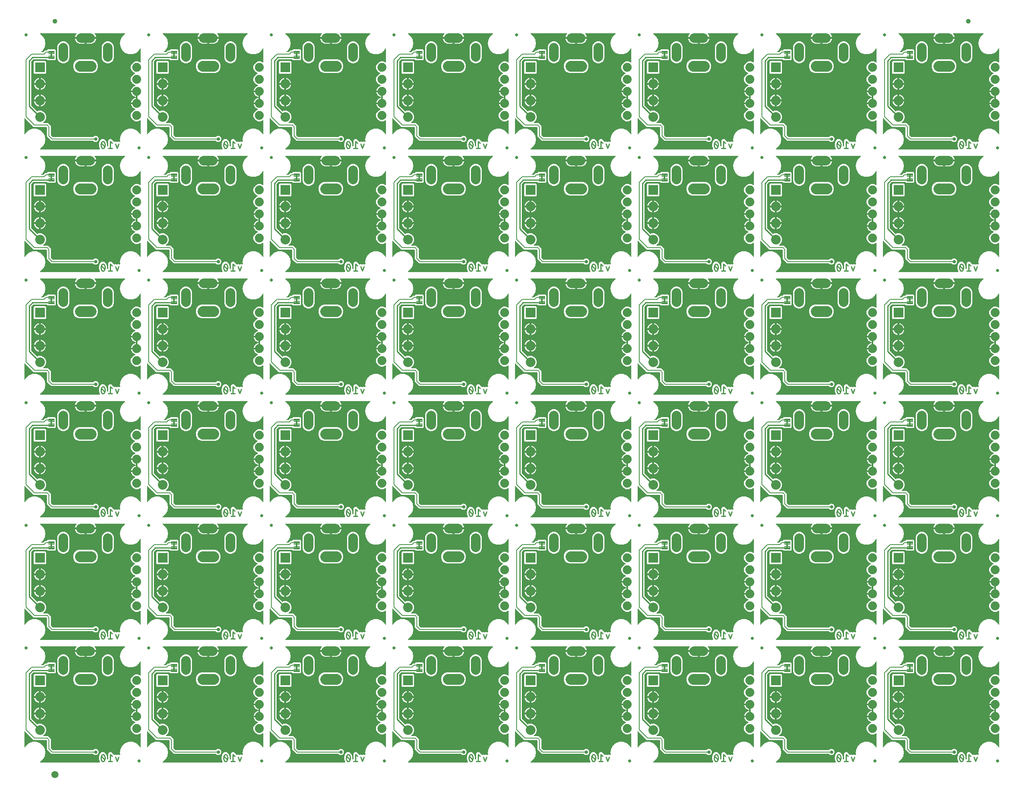
<source format=gbl>
G04 EAGLE Gerber RS-274X export*
G75*
%MOMM*%
%FSLAX34Y34*%
%LPD*%
%INBottom Copper*%
%IPPOS*%
%AMOC8*
5,1,8,0,0,1.08239X$1,22.5*%
G01*
%ADD10C,0.279400*%
%ADD11C,0.635000*%
%ADD12C,0.099059*%
%ADD13C,1.879600*%
%ADD14R,2.032000X2.032000*%
%ADD15C,2.032000*%
%ADD16C,2.000000*%
%ADD17C,2.300000*%
%ADD18C,1.000000*%
%ADD19C,1.500000*%
%ADD20C,0.736600*%
%ADD21C,0.203200*%
%ADD22C,0.705600*%
%ADD23C,0.254000*%

G36*
X680792Y1040396D02*
X680792Y1040396D01*
X680875Y1040398D01*
X680932Y1040416D01*
X680991Y1040425D01*
X681067Y1040459D01*
X681146Y1040484D01*
X681196Y1040517D01*
X681250Y1040541D01*
X681314Y1040595D01*
X681383Y1040641D01*
X681422Y1040686D01*
X681467Y1040724D01*
X681513Y1040794D01*
X681567Y1040857D01*
X681592Y1040912D01*
X681625Y1040961D01*
X681650Y1041041D01*
X681684Y1041117D01*
X681692Y1041176D01*
X681710Y1041232D01*
X681713Y1041316D01*
X681724Y1041398D01*
X681716Y1041449D01*
X681718Y1041516D01*
X681682Y1041652D01*
X681669Y1041729D01*
X681193Y1043118D01*
X681161Y1043182D01*
X681146Y1043234D01*
X680455Y1044650D01*
X679639Y1048186D01*
X679598Y1048293D01*
X679595Y1048302D01*
X679595Y1052279D01*
X679633Y1052380D01*
X679639Y1052394D01*
X680455Y1055930D01*
X680520Y1056062D01*
X680521Y1056068D01*
X680524Y1056072D01*
X680535Y1056111D01*
X680607Y1056333D01*
X680608Y1056368D01*
X680616Y1056395D01*
X680658Y1056774D01*
X680821Y1056904D01*
X680860Y1056945D01*
X680905Y1056979D01*
X680945Y1057036D01*
X681016Y1057111D01*
X681060Y1057197D01*
X681100Y1057252D01*
X681146Y1057346D01*
X681168Y1057415D01*
X681193Y1057462D01*
X681866Y1059425D01*
X685792Y1062229D01*
X690615Y1062229D01*
X694541Y1059425D01*
X695214Y1057462D01*
X695246Y1057398D01*
X695261Y1057347D01*
X695952Y1055930D01*
X696768Y1052394D01*
X696809Y1052287D01*
X696812Y1052278D01*
X696812Y1048258D01*
X696820Y1048200D01*
X696819Y1048142D01*
X696840Y1048060D01*
X696852Y1047976D01*
X696876Y1047923D01*
X696890Y1047867D01*
X696934Y1047794D01*
X696968Y1047717D01*
X697006Y1047672D01*
X697036Y1047622D01*
X697097Y1047564D01*
X697152Y1047500D01*
X697200Y1047468D01*
X697243Y1047428D01*
X697318Y1047389D01*
X697388Y1047342D01*
X697444Y1047325D01*
X697496Y1047298D01*
X697564Y1047287D01*
X697659Y1047257D01*
X697759Y1047254D01*
X697827Y1047243D01*
X698374Y1047243D01*
X698432Y1047251D01*
X698490Y1047249D01*
X698572Y1047271D01*
X698655Y1047283D01*
X698709Y1047306D01*
X698765Y1047321D01*
X698838Y1047364D01*
X698915Y1047399D01*
X698959Y1047437D01*
X699010Y1047466D01*
X699067Y1047528D01*
X699132Y1047582D01*
X699164Y1047631D01*
X699204Y1047674D01*
X699242Y1047749D01*
X699289Y1047819D01*
X699307Y1047875D01*
X699333Y1047927D01*
X699345Y1047995D01*
X699375Y1048090D01*
X699378Y1048190D01*
X699389Y1048258D01*
X699389Y1057481D01*
X699380Y1057544D01*
X699383Y1057593D01*
X699212Y1059130D01*
X699253Y1059210D01*
X699270Y1059236D01*
X699272Y1059243D01*
X699311Y1059309D01*
X699319Y1059340D01*
X699333Y1059368D01*
X699346Y1059445D01*
X699383Y1059584D01*
X699382Y1059617D01*
X700477Y1060713D01*
X700516Y1060764D01*
X700552Y1060796D01*
X701518Y1062004D01*
X701607Y1062033D01*
X701715Y1062061D01*
X701742Y1062077D01*
X701772Y1062086D01*
X701836Y1062132D01*
X701960Y1062205D01*
X701983Y1062229D01*
X703532Y1062229D01*
X703596Y1062238D01*
X703644Y1062235D01*
X705182Y1062406D01*
X705265Y1062363D01*
X705361Y1062306D01*
X705391Y1062299D01*
X705419Y1062284D01*
X705497Y1062271D01*
X705636Y1062235D01*
X705669Y1062236D01*
X706764Y1061140D01*
X706815Y1061102D01*
X706848Y1061066D01*
X711858Y1057058D01*
X711903Y1057031D01*
X711942Y1056997D01*
X712025Y1056959D01*
X712102Y1056913D01*
X712153Y1056900D01*
X712200Y1056878D01*
X712290Y1056864D01*
X712378Y1056842D01*
X712430Y1056843D01*
X712481Y1056835D01*
X712553Y1056847D01*
X712662Y1056850D01*
X712749Y1056877D01*
X712813Y1056887D01*
X714914Y1057588D01*
X717449Y1056320D01*
X717465Y1056315D01*
X717479Y1056305D01*
X717600Y1056270D01*
X717718Y1056230D01*
X717735Y1056229D01*
X717752Y1056224D01*
X717878Y1056223D01*
X718002Y1056218D01*
X718019Y1056222D01*
X718036Y1056222D01*
X718104Y1056242D01*
X718279Y1056285D01*
X718320Y1056309D01*
X718357Y1056320D01*
X720892Y1057588D01*
X723144Y1056837D01*
X723169Y1056832D01*
X723192Y1056822D01*
X723308Y1056807D01*
X723423Y1056786D01*
X723448Y1056788D01*
X723473Y1056785D01*
X723589Y1056802D01*
X723706Y1056814D01*
X723730Y1056823D01*
X723755Y1056827D01*
X723861Y1056876D01*
X723970Y1056920D01*
X723990Y1056935D01*
X724013Y1056946D01*
X724102Y1057022D01*
X724195Y1057094D01*
X724209Y1057115D01*
X724228Y1057131D01*
X724293Y1057229D01*
X724362Y1057324D01*
X724370Y1057348D01*
X724384Y1057369D01*
X724418Y1057481D01*
X724458Y1057592D01*
X724460Y1057617D01*
X724467Y1057641D01*
X724467Y1057718D01*
X724477Y1057875D01*
X724465Y1057932D01*
X724465Y1057976D01*
X723805Y1061720D01*
X725189Y1069571D01*
X729175Y1076476D01*
X735282Y1081600D01*
X742774Y1084327D01*
X750746Y1084327D01*
X758238Y1081600D01*
X764345Y1076476D01*
X766201Y1073261D01*
X766213Y1073246D01*
X766221Y1073228D01*
X766300Y1073134D01*
X766376Y1073037D01*
X766392Y1073026D01*
X766405Y1073011D01*
X766507Y1072942D01*
X766606Y1072871D01*
X766625Y1072864D01*
X766641Y1072853D01*
X766759Y1072816D01*
X766874Y1072774D01*
X766894Y1072773D01*
X766912Y1072767D01*
X767035Y1072764D01*
X767158Y1072756D01*
X767177Y1072761D01*
X767196Y1072760D01*
X767315Y1072791D01*
X767435Y1072818D01*
X767453Y1072827D01*
X767471Y1072832D01*
X767577Y1072894D01*
X767685Y1072953D01*
X767699Y1072967D01*
X767716Y1072977D01*
X767800Y1073067D01*
X767887Y1073153D01*
X767897Y1073170D01*
X767910Y1073184D01*
X767966Y1073294D01*
X768026Y1073401D01*
X768031Y1073420D01*
X768040Y1073438D01*
X768052Y1073510D01*
X768091Y1073678D01*
X768089Y1073729D01*
X768095Y1073769D01*
X768095Y1101105D01*
X768079Y1101219D01*
X768069Y1101333D01*
X768059Y1101359D01*
X768055Y1101387D01*
X768008Y1101492D01*
X767967Y1101599D01*
X767951Y1101621D01*
X767939Y1101646D01*
X767865Y1101734D01*
X767796Y1101825D01*
X767773Y1101842D01*
X767756Y1101863D01*
X767660Y1101927D01*
X767568Y1101995D01*
X767542Y1102005D01*
X767519Y1102021D01*
X767409Y1102055D01*
X767302Y1102096D01*
X767274Y1102098D01*
X767248Y1102106D01*
X767133Y1102109D01*
X767019Y1102119D01*
X766994Y1102113D01*
X766964Y1102114D01*
X766707Y1102047D01*
X766691Y1102043D01*
X761936Y1100073D01*
X756984Y1100073D01*
X752409Y1101968D01*
X748908Y1105469D01*
X747013Y1110044D01*
X747013Y1114996D01*
X748908Y1119571D01*
X752409Y1123072D01*
X756071Y1124589D01*
X756131Y1124624D01*
X756195Y1124650D01*
X756253Y1124696D01*
X756316Y1124733D01*
X756364Y1124783D01*
X756418Y1124826D01*
X756461Y1124886D01*
X756511Y1124940D01*
X756543Y1125001D01*
X756583Y1125058D01*
X756608Y1125127D01*
X756642Y1125193D01*
X756655Y1125260D01*
X756678Y1125326D01*
X756682Y1125399D01*
X756697Y1125472D01*
X756691Y1125540D01*
X756695Y1125609D01*
X756679Y1125681D01*
X756672Y1125755D01*
X756647Y1125819D01*
X756632Y1125887D01*
X756597Y1125951D01*
X756570Y1126020D01*
X756529Y1126075D01*
X756495Y1126136D01*
X756443Y1126188D01*
X756399Y1126247D01*
X756343Y1126288D01*
X756294Y1126337D01*
X756239Y1126366D01*
X756171Y1126417D01*
X756063Y1126458D01*
X755997Y1126492D01*
X754877Y1126856D01*
X753203Y1127709D01*
X751682Y1128814D01*
X750354Y1130142D01*
X749249Y1131663D01*
X748396Y1133337D01*
X747815Y1135124D01*
X747694Y1135889D01*
X758444Y1135889D01*
X758502Y1135897D01*
X758560Y1135895D01*
X758642Y1135917D01*
X758725Y1135929D01*
X758779Y1135953D01*
X758835Y1135967D01*
X758908Y1136010D01*
X758985Y1136045D01*
X759029Y1136083D01*
X759080Y1136113D01*
X759137Y1136174D01*
X759202Y1136229D01*
X759234Y1136277D01*
X759274Y1136320D01*
X759313Y1136395D01*
X759359Y1136465D01*
X759377Y1136521D01*
X759404Y1136573D01*
X759415Y1136641D01*
X759445Y1136736D01*
X759448Y1136836D01*
X759459Y1136904D01*
X759459Y1137921D01*
X760476Y1137921D01*
X760534Y1137929D01*
X760592Y1137928D01*
X760674Y1137949D01*
X760757Y1137961D01*
X760811Y1137985D01*
X760867Y1137999D01*
X760940Y1138042D01*
X761017Y1138077D01*
X761062Y1138115D01*
X761112Y1138145D01*
X761170Y1138206D01*
X761234Y1138261D01*
X761266Y1138309D01*
X761306Y1138352D01*
X761345Y1138427D01*
X761391Y1138497D01*
X761409Y1138553D01*
X761436Y1138605D01*
X761447Y1138673D01*
X761477Y1138768D01*
X761480Y1138868D01*
X761491Y1138936D01*
X761491Y1162304D01*
X761483Y1162362D01*
X761485Y1162420D01*
X761463Y1162502D01*
X761451Y1162585D01*
X761427Y1162639D01*
X761413Y1162695D01*
X761370Y1162768D01*
X761335Y1162845D01*
X761297Y1162889D01*
X761267Y1162940D01*
X761206Y1162997D01*
X761151Y1163062D01*
X761103Y1163094D01*
X761060Y1163134D01*
X760985Y1163173D01*
X760915Y1163219D01*
X760859Y1163237D01*
X760807Y1163264D01*
X760739Y1163275D01*
X760644Y1163305D01*
X760544Y1163308D01*
X760476Y1163319D01*
X759459Y1163319D01*
X759459Y1164336D01*
X759451Y1164394D01*
X759452Y1164452D01*
X759431Y1164534D01*
X759419Y1164617D01*
X759395Y1164671D01*
X759381Y1164727D01*
X759338Y1164800D01*
X759303Y1164877D01*
X759265Y1164922D01*
X759235Y1164972D01*
X759174Y1165030D01*
X759119Y1165094D01*
X759071Y1165126D01*
X759028Y1165166D01*
X758953Y1165205D01*
X758883Y1165251D01*
X758827Y1165269D01*
X758775Y1165296D01*
X758707Y1165307D01*
X758612Y1165337D01*
X758512Y1165340D01*
X758444Y1165351D01*
X747694Y1165351D01*
X747815Y1166116D01*
X748396Y1167903D01*
X749249Y1169577D01*
X750354Y1171098D01*
X751682Y1172426D01*
X753203Y1173531D01*
X754877Y1174384D01*
X755997Y1174748D01*
X756059Y1174778D01*
X756125Y1174799D01*
X756186Y1174840D01*
X756252Y1174873D01*
X756303Y1174919D01*
X756361Y1174958D01*
X756408Y1175014D01*
X756463Y1175063D01*
X756499Y1175122D01*
X756544Y1175175D01*
X756574Y1175242D01*
X756613Y1175305D01*
X756631Y1175372D01*
X756659Y1175435D01*
X756669Y1175508D01*
X756689Y1175579D01*
X756689Y1175648D01*
X756698Y1175717D01*
X756688Y1175789D01*
X756687Y1175863D01*
X756667Y1175930D01*
X756658Y1175998D01*
X756627Y1176065D01*
X756606Y1176136D01*
X756569Y1176194D01*
X756540Y1176257D01*
X756493Y1176313D01*
X756453Y1176375D01*
X756401Y1176421D01*
X756356Y1176473D01*
X756303Y1176506D01*
X756239Y1176563D01*
X756135Y1176612D01*
X756071Y1176651D01*
X752409Y1178168D01*
X748908Y1181669D01*
X747013Y1186244D01*
X747013Y1191196D01*
X748908Y1195771D01*
X752409Y1199272D01*
X755331Y1200482D01*
X755356Y1200497D01*
X755384Y1200506D01*
X755479Y1200569D01*
X755576Y1200627D01*
X755596Y1200648D01*
X755621Y1200664D01*
X755694Y1200751D01*
X755771Y1200833D01*
X755785Y1200859D01*
X755804Y1200882D01*
X755850Y1200985D01*
X755901Y1201086D01*
X755907Y1201115D01*
X755919Y1201142D01*
X755935Y1201254D01*
X755956Y1201365D01*
X755954Y1201394D01*
X755958Y1201423D01*
X755942Y1201535D01*
X755932Y1201648D01*
X755921Y1201675D01*
X755917Y1201705D01*
X755871Y1201808D01*
X755830Y1201913D01*
X755812Y1201937D01*
X755800Y1201964D01*
X755727Y1202050D01*
X755658Y1202140D01*
X755635Y1202158D01*
X755616Y1202180D01*
X755549Y1202222D01*
X755431Y1202310D01*
X755372Y1202332D01*
X755331Y1202358D01*
X752409Y1203568D01*
X748908Y1207069D01*
X747013Y1211644D01*
X747013Y1216596D01*
X748908Y1221171D01*
X752409Y1224672D01*
X756984Y1226567D01*
X761936Y1226567D01*
X766691Y1224597D01*
X766803Y1224568D01*
X766912Y1224534D01*
X766940Y1224533D01*
X766967Y1224526D01*
X767081Y1224529D01*
X767196Y1224526D01*
X767223Y1224533D01*
X767251Y1224534D01*
X767360Y1224569D01*
X767471Y1224598D01*
X767495Y1224612D01*
X767522Y1224621D01*
X767617Y1224685D01*
X767716Y1224743D01*
X767735Y1224764D01*
X767758Y1224779D01*
X767832Y1224867D01*
X767910Y1224951D01*
X767923Y1224975D01*
X767941Y1224997D01*
X767987Y1225101D01*
X768040Y1225204D01*
X768044Y1225228D01*
X768056Y1225256D01*
X768093Y1225520D01*
X768095Y1225535D01*
X768095Y1252871D01*
X768093Y1252891D01*
X768095Y1252910D01*
X768073Y1253031D01*
X768055Y1253153D01*
X768047Y1253171D01*
X768044Y1253190D01*
X767989Y1253300D01*
X767939Y1253412D01*
X767927Y1253427D01*
X767918Y1253445D01*
X767835Y1253536D01*
X767756Y1253629D01*
X767739Y1253640D01*
X767726Y1253655D01*
X767621Y1253719D01*
X767519Y1253787D01*
X767500Y1253793D01*
X767484Y1253803D01*
X767365Y1253836D01*
X767248Y1253873D01*
X767228Y1253873D01*
X767209Y1253878D01*
X767087Y1253877D01*
X766964Y1253880D01*
X766945Y1253875D01*
X766925Y1253875D01*
X766807Y1253839D01*
X766689Y1253808D01*
X766672Y1253798D01*
X766653Y1253792D01*
X766550Y1253726D01*
X766444Y1253663D01*
X766431Y1253649D01*
X766414Y1253638D01*
X766368Y1253581D01*
X766250Y1253456D01*
X766226Y1253410D01*
X766201Y1253379D01*
X764345Y1250164D01*
X758238Y1245040D01*
X750746Y1242313D01*
X742774Y1242313D01*
X735282Y1245040D01*
X729175Y1250164D01*
X725189Y1257069D01*
X723805Y1264920D01*
X725189Y1272771D01*
X729175Y1279675D01*
X734880Y1284462D01*
X734929Y1284517D01*
X734985Y1284565D01*
X735024Y1284622D01*
X735070Y1284674D01*
X735102Y1284740D01*
X735143Y1284801D01*
X735164Y1284867D01*
X735194Y1284930D01*
X735206Y1285002D01*
X735228Y1285072D01*
X735230Y1285141D01*
X735242Y1285210D01*
X735234Y1285283D01*
X735236Y1285356D01*
X735218Y1285423D01*
X735211Y1285492D01*
X735183Y1285560D01*
X735164Y1285631D01*
X735129Y1285691D01*
X735102Y1285755D01*
X735056Y1285813D01*
X735019Y1285876D01*
X734968Y1285923D01*
X734925Y1285977D01*
X734865Y1286020D01*
X734811Y1286070D01*
X734750Y1286102D01*
X734693Y1286142D01*
X734624Y1286166D01*
X734558Y1286200D01*
X734500Y1286210D01*
X734425Y1286236D01*
X734303Y1286243D01*
X734227Y1286255D01*
X671791Y1286255D01*
X671762Y1286251D01*
X671732Y1286254D01*
X671621Y1286231D01*
X671510Y1286215D01*
X671483Y1286203D01*
X671454Y1286198D01*
X671353Y1286146D01*
X671250Y1286099D01*
X671228Y1286080D01*
X671201Y1286067D01*
X671120Y1285989D01*
X671033Y1285916D01*
X671017Y1285891D01*
X670995Y1285871D01*
X670938Y1285773D01*
X670876Y1285679D01*
X670867Y1285651D01*
X670852Y1285625D01*
X670824Y1285516D01*
X670790Y1285408D01*
X670789Y1285378D01*
X670782Y1285350D01*
X670785Y1285237D01*
X670782Y1285124D01*
X670790Y1285095D01*
X670791Y1285066D01*
X670826Y1284958D01*
X670854Y1284849D01*
X670869Y1284823D01*
X670878Y1284795D01*
X670924Y1284731D01*
X671000Y1284604D01*
X671045Y1284561D01*
X671073Y1284522D01*
X671076Y1284520D01*
X672236Y1282923D01*
X673132Y1281164D01*
X673742Y1279287D01*
X673885Y1278381D01*
X652526Y1278381D01*
X652468Y1278373D01*
X652410Y1278375D01*
X652328Y1278353D01*
X652245Y1278341D01*
X652191Y1278317D01*
X652135Y1278303D01*
X652062Y1278260D01*
X651985Y1278225D01*
X651941Y1278187D01*
X651890Y1278157D01*
X651833Y1278096D01*
X651768Y1278041D01*
X651736Y1277993D01*
X651696Y1277950D01*
X651657Y1277875D01*
X651611Y1277805D01*
X651593Y1277749D01*
X651566Y1277697D01*
X651555Y1277629D01*
X651525Y1277534D01*
X651522Y1277434D01*
X651511Y1277366D01*
X651511Y1276349D01*
X651509Y1276349D01*
X651509Y1277366D01*
X651501Y1277424D01*
X651502Y1277482D01*
X651481Y1277564D01*
X651469Y1277647D01*
X651445Y1277701D01*
X651431Y1277757D01*
X651388Y1277830D01*
X651353Y1277907D01*
X651315Y1277952D01*
X651285Y1278002D01*
X651224Y1278060D01*
X651169Y1278124D01*
X651121Y1278156D01*
X651078Y1278196D01*
X651003Y1278235D01*
X650933Y1278281D01*
X650877Y1278299D01*
X650825Y1278326D01*
X650757Y1278337D01*
X650662Y1278367D01*
X650562Y1278370D01*
X650494Y1278381D01*
X629135Y1278381D01*
X629278Y1279287D01*
X629888Y1281164D01*
X630784Y1282923D01*
X631944Y1284520D01*
X631947Y1284522D01*
X631964Y1284545D01*
X631987Y1284565D01*
X632050Y1284659D01*
X632118Y1284749D01*
X632128Y1284777D01*
X632144Y1284801D01*
X632179Y1284909D01*
X632219Y1285015D01*
X632221Y1285044D01*
X632230Y1285072D01*
X632233Y1285185D01*
X632243Y1285298D01*
X632237Y1285327D01*
X632238Y1285356D01*
X632209Y1285466D01*
X632187Y1285577D01*
X632173Y1285603D01*
X632166Y1285631D01*
X632108Y1285729D01*
X632056Y1285829D01*
X632036Y1285850D01*
X632020Y1285876D01*
X631938Y1285953D01*
X631860Y1286035D01*
X631835Y1286050D01*
X631813Y1286070D01*
X631712Y1286122D01*
X631615Y1286179D01*
X631586Y1286186D01*
X631560Y1286200D01*
X631483Y1286213D01*
X631339Y1286249D01*
X631277Y1286247D01*
X631229Y1286255D01*
X556093Y1286255D01*
X556020Y1286245D01*
X555946Y1286245D01*
X555880Y1286225D01*
X555811Y1286215D01*
X555744Y1286185D01*
X555674Y1286165D01*
X555615Y1286128D01*
X555552Y1286099D01*
X555496Y1286052D01*
X555434Y1286012D01*
X555388Y1285960D01*
X555335Y1285916D01*
X555294Y1285854D01*
X555245Y1285799D01*
X555216Y1285737D01*
X555177Y1285679D01*
X555155Y1285609D01*
X555124Y1285542D01*
X555112Y1285474D01*
X555092Y1285408D01*
X555090Y1285334D01*
X555078Y1285262D01*
X555086Y1285193D01*
X555084Y1285124D01*
X555103Y1285053D01*
X555112Y1284979D01*
X555139Y1284916D01*
X555156Y1284849D01*
X555194Y1284785D01*
X555222Y1284718D01*
X555261Y1284673D01*
X555301Y1284604D01*
X555391Y1284520D01*
X555440Y1284462D01*
X561145Y1279676D01*
X565131Y1272771D01*
X566515Y1264920D01*
X565131Y1257069D01*
X561145Y1250165D01*
X558467Y1247918D01*
X558418Y1247863D01*
X558362Y1247815D01*
X558324Y1247758D01*
X558277Y1247706D01*
X558245Y1247640D01*
X558204Y1247579D01*
X558183Y1247513D01*
X558153Y1247450D01*
X558141Y1247378D01*
X558119Y1247308D01*
X558117Y1247239D01*
X558105Y1247170D01*
X558113Y1247097D01*
X558111Y1247024D01*
X558129Y1246957D01*
X558136Y1246888D01*
X558165Y1246820D01*
X558183Y1246749D01*
X558218Y1246689D01*
X558245Y1246625D01*
X558291Y1246567D01*
X558328Y1246504D01*
X558379Y1246457D01*
X558422Y1246403D01*
X558482Y1246360D01*
X558536Y1246310D01*
X558597Y1246278D01*
X558654Y1246238D01*
X558723Y1246214D01*
X558789Y1246180D01*
X558847Y1246170D01*
X558922Y1246144D01*
X559044Y1246137D01*
X559120Y1246125D01*
X561776Y1246125D01*
X561862Y1246137D01*
X561950Y1246140D01*
X562002Y1246157D01*
X562057Y1246165D01*
X562137Y1246200D01*
X562220Y1246227D01*
X562260Y1246255D01*
X562317Y1246281D01*
X562430Y1246377D01*
X562494Y1246422D01*
X566133Y1250062D01*
X569091Y1250062D01*
X569177Y1250074D01*
X569265Y1250077D01*
X569318Y1250094D01*
X569372Y1250102D01*
X569452Y1250137D01*
X569535Y1250164D01*
X569575Y1250192D01*
X569632Y1250218D01*
X569745Y1250314D01*
X569809Y1250359D01*
X571797Y1252348D01*
X586443Y1252348D01*
X588519Y1250272D01*
X588519Y1241722D01*
X588304Y1241508D01*
X588269Y1241461D01*
X588227Y1241421D01*
X588184Y1241348D01*
X588133Y1241281D01*
X588113Y1241226D01*
X588083Y1241176D01*
X588062Y1241094D01*
X588032Y1241015D01*
X588027Y1240957D01*
X588013Y1240900D01*
X588016Y1240816D01*
X588009Y1240732D01*
X588020Y1240674D01*
X588022Y1240616D01*
X588048Y1240536D01*
X588065Y1240453D01*
X588091Y1240401D01*
X588109Y1240345D01*
X588149Y1240289D01*
X588195Y1240201D01*
X588264Y1240128D01*
X588304Y1240072D01*
X588519Y1239858D01*
X588519Y1231308D01*
X586443Y1229232D01*
X571797Y1229232D01*
X570063Y1230967D01*
X569993Y1231019D01*
X569929Y1231079D01*
X569880Y1231105D01*
X569835Y1231138D01*
X569754Y1231169D01*
X569676Y1231209D01*
X569628Y1231217D01*
X569570Y1231239D01*
X569422Y1231251D01*
X569345Y1231264D01*
X541832Y1231264D01*
X541746Y1231252D01*
X541658Y1231249D01*
X541606Y1231232D01*
X541551Y1231224D01*
X541471Y1231189D01*
X541388Y1231162D01*
X541349Y1231134D01*
X541292Y1231108D01*
X541178Y1231012D01*
X541115Y1230967D01*
X536746Y1226598D01*
X536694Y1226529D01*
X536634Y1226465D01*
X536608Y1226415D01*
X536575Y1226371D01*
X536544Y1226290D01*
X536504Y1226212D01*
X536496Y1226164D01*
X536474Y1226106D01*
X536462Y1225958D01*
X536449Y1225881D01*
X536449Y1134189D01*
X536461Y1134103D01*
X536464Y1134015D01*
X536481Y1133963D01*
X536489Y1133908D01*
X536524Y1133828D01*
X536551Y1133745D01*
X536579Y1133706D01*
X536605Y1133649D01*
X536701Y1133535D01*
X536746Y1133472D01*
X548720Y1121498D01*
X548721Y1121497D01*
X548722Y1121496D01*
X548835Y1121411D01*
X548947Y1121327D01*
X548948Y1121327D01*
X548949Y1121326D01*
X549081Y1121276D01*
X549212Y1121226D01*
X549214Y1121226D01*
X549215Y1121225D01*
X549360Y1121214D01*
X549496Y1121202D01*
X549497Y1121203D01*
X549499Y1121203D01*
X549514Y1121206D01*
X549774Y1121258D01*
X549802Y1121272D01*
X549826Y1121278D01*
X552363Y1122329D01*
X557617Y1122329D01*
X562472Y1120318D01*
X566188Y1116602D01*
X568199Y1111747D01*
X568199Y1106493D01*
X566188Y1101638D01*
X562548Y1097998D01*
X562530Y1097974D01*
X562508Y1097955D01*
X562445Y1097861D01*
X562377Y1097771D01*
X562366Y1097743D01*
X562350Y1097719D01*
X562316Y1097611D01*
X562276Y1097505D01*
X562273Y1097476D01*
X562264Y1097448D01*
X562262Y1097334D01*
X562252Y1097222D01*
X562258Y1097193D01*
X562257Y1097164D01*
X562286Y1097054D01*
X562308Y1096943D01*
X562322Y1096917D01*
X562329Y1096889D01*
X562387Y1096791D01*
X562439Y1096691D01*
X562459Y1096669D01*
X562474Y1096644D01*
X562557Y1096567D01*
X562635Y1096485D01*
X562660Y1096470D01*
X562682Y1096450D01*
X562782Y1096398D01*
X562880Y1096341D01*
X562909Y1096334D01*
X562935Y1096320D01*
X563012Y1096307D01*
X563156Y1096271D01*
X563218Y1096273D01*
X563266Y1096265D01*
X571914Y1096265D01*
X578105Y1090074D01*
X578105Y1071444D01*
X578117Y1071358D01*
X578120Y1071270D01*
X578137Y1071218D01*
X578145Y1071163D01*
X578180Y1071083D01*
X578207Y1071000D01*
X578235Y1070960D01*
X578261Y1070903D01*
X578357Y1070790D01*
X578402Y1070726D01*
X581776Y1067352D01*
X581846Y1067300D01*
X581910Y1067240D01*
X581959Y1067214D01*
X582003Y1067181D01*
X582085Y1067150D01*
X582163Y1067110D01*
X582211Y1067102D01*
X582269Y1067080D01*
X582417Y1067068D01*
X582494Y1067055D01*
X666996Y1067055D01*
X667083Y1067067D01*
X667170Y1067070D01*
X667223Y1067087D01*
X667278Y1067095D01*
X667358Y1067130D01*
X667441Y1067157D01*
X667480Y1067185D01*
X667537Y1067211D01*
X667651Y1067307D01*
X667714Y1067352D01*
X668928Y1068565D01*
X671345Y1069567D01*
X673961Y1069567D01*
X676379Y1068565D01*
X678229Y1066715D01*
X679230Y1064298D01*
X679230Y1061682D01*
X678229Y1059265D01*
X676379Y1057415D01*
X673961Y1056413D01*
X671345Y1056413D01*
X668928Y1057415D01*
X667714Y1058628D01*
X667644Y1058680D01*
X667581Y1058740D01*
X667531Y1058766D01*
X667487Y1058799D01*
X667405Y1058830D01*
X667327Y1058870D01*
X667280Y1058878D01*
X667221Y1058900D01*
X667074Y1058912D01*
X666996Y1058925D01*
X578706Y1058925D01*
X576028Y1061604D01*
X569975Y1067656D01*
X569975Y1086286D01*
X569963Y1086372D01*
X569960Y1086460D01*
X569943Y1086512D01*
X569935Y1086567D01*
X569900Y1086647D01*
X569873Y1086730D01*
X569845Y1086770D01*
X569819Y1086827D01*
X569723Y1086940D01*
X569678Y1087004D01*
X568844Y1087838D01*
X568774Y1087890D01*
X568710Y1087950D01*
X568661Y1087976D01*
X568616Y1088009D01*
X568535Y1088040D01*
X568457Y1088080D01*
X568409Y1088088D01*
X568351Y1088110D01*
X568203Y1088122D01*
X568126Y1088135D01*
X541876Y1088135D01*
X539198Y1090814D01*
X523958Y1106054D01*
X523934Y1106071D01*
X523915Y1106094D01*
X523821Y1106157D01*
X523731Y1106225D01*
X523703Y1106235D01*
X523679Y1106251D01*
X523571Y1106286D01*
X523465Y1106326D01*
X523436Y1106328D01*
X523408Y1106337D01*
X523294Y1106340D01*
X523182Y1106349D01*
X523153Y1106344D01*
X523124Y1106344D01*
X523014Y1106316D01*
X522903Y1106294D01*
X522877Y1106280D01*
X522849Y1106273D01*
X522751Y1106215D01*
X522651Y1106163D01*
X522629Y1106142D01*
X522604Y1106127D01*
X522527Y1106045D01*
X522445Y1105967D01*
X522430Y1105941D01*
X522410Y1105920D01*
X522358Y1105819D01*
X522301Y1105721D01*
X522294Y1105693D01*
X522280Y1105667D01*
X522267Y1105590D01*
X522231Y1105446D01*
X522233Y1105383D01*
X522225Y1105336D01*
X522225Y1073769D01*
X522227Y1073749D01*
X522225Y1073730D01*
X522247Y1073609D01*
X522265Y1073487D01*
X522273Y1073469D01*
X522276Y1073450D01*
X522331Y1073340D01*
X522381Y1073228D01*
X522393Y1073213D01*
X522402Y1073195D01*
X522485Y1073104D01*
X522564Y1073011D01*
X522581Y1073000D01*
X522594Y1072985D01*
X522699Y1072921D01*
X522801Y1072853D01*
X522820Y1072847D01*
X522836Y1072837D01*
X522955Y1072804D01*
X523072Y1072767D01*
X523092Y1072767D01*
X523111Y1072762D01*
X523233Y1072763D01*
X523356Y1072760D01*
X523375Y1072765D01*
X523395Y1072765D01*
X523513Y1072801D01*
X523631Y1072832D01*
X523648Y1072842D01*
X523667Y1072848D01*
X523770Y1072914D01*
X523876Y1072977D01*
X523889Y1072991D01*
X523906Y1073002D01*
X523952Y1073059D01*
X524070Y1073184D01*
X524094Y1073230D01*
X524119Y1073261D01*
X525975Y1076476D01*
X532082Y1081600D01*
X539574Y1084327D01*
X547546Y1084327D01*
X555038Y1081600D01*
X561145Y1076476D01*
X565131Y1069571D01*
X566515Y1061720D01*
X565131Y1053869D01*
X561145Y1046965D01*
X555440Y1042178D01*
X555391Y1042123D01*
X555335Y1042075D01*
X555296Y1042018D01*
X555250Y1041966D01*
X555218Y1041900D01*
X555177Y1041839D01*
X555156Y1041773D01*
X555126Y1041710D01*
X555114Y1041638D01*
X555092Y1041568D01*
X555090Y1041499D01*
X555078Y1041430D01*
X555086Y1041357D01*
X555084Y1041284D01*
X555102Y1041217D01*
X555109Y1041148D01*
X555137Y1041080D01*
X555156Y1041009D01*
X555191Y1040949D01*
X555218Y1040885D01*
X555264Y1040827D01*
X555301Y1040764D01*
X555352Y1040717D01*
X555395Y1040663D01*
X555455Y1040620D01*
X555509Y1040570D01*
X555570Y1040538D01*
X555627Y1040498D01*
X555696Y1040474D01*
X555762Y1040440D01*
X555820Y1040430D01*
X555895Y1040404D01*
X556017Y1040397D01*
X556093Y1040385D01*
X680709Y1040385D01*
X680792Y1040396D01*
G37*
G36*
X939872Y263156D02*
X939872Y263156D01*
X939955Y263158D01*
X940012Y263176D01*
X940071Y263185D01*
X940147Y263219D01*
X940226Y263244D01*
X940276Y263277D01*
X940330Y263301D01*
X940394Y263355D01*
X940463Y263401D01*
X940502Y263446D01*
X940547Y263484D01*
X940593Y263554D01*
X940647Y263617D01*
X940672Y263672D01*
X940705Y263721D01*
X940730Y263801D01*
X940764Y263877D01*
X940772Y263936D01*
X940790Y263992D01*
X940793Y264076D01*
X940804Y264158D01*
X940796Y264209D01*
X940798Y264276D01*
X940762Y264412D01*
X940749Y264489D01*
X940273Y265878D01*
X940241Y265942D01*
X940226Y265994D01*
X939535Y267410D01*
X938719Y270946D01*
X938678Y271053D01*
X938675Y271062D01*
X938675Y275039D01*
X938713Y275140D01*
X938719Y275154D01*
X939535Y278690D01*
X939600Y278822D01*
X939601Y278828D01*
X939604Y278832D01*
X939615Y278871D01*
X939687Y279093D01*
X939688Y279128D01*
X939696Y279155D01*
X939738Y279534D01*
X939901Y279664D01*
X939940Y279705D01*
X939985Y279739D01*
X940025Y279796D01*
X940096Y279871D01*
X940140Y279957D01*
X940180Y280012D01*
X940226Y280106D01*
X940248Y280175D01*
X940273Y280222D01*
X940946Y282185D01*
X944872Y284989D01*
X949695Y284989D01*
X953621Y282185D01*
X954294Y280222D01*
X954326Y280158D01*
X954341Y280107D01*
X955032Y278690D01*
X955848Y275154D01*
X955889Y275047D01*
X955892Y275038D01*
X955892Y271018D01*
X955900Y270960D01*
X955899Y270902D01*
X955920Y270820D01*
X955932Y270736D01*
X955956Y270683D01*
X955970Y270627D01*
X956014Y270554D01*
X956048Y270477D01*
X956086Y270432D01*
X956116Y270382D01*
X956177Y270324D01*
X956232Y270260D01*
X956280Y270228D01*
X956323Y270188D01*
X956398Y270149D01*
X956468Y270102D01*
X956524Y270085D01*
X956576Y270058D01*
X956644Y270047D01*
X956739Y270017D01*
X956839Y270014D01*
X956907Y270003D01*
X957454Y270003D01*
X957512Y270011D01*
X957570Y270009D01*
X957652Y270031D01*
X957735Y270043D01*
X957789Y270066D01*
X957845Y270081D01*
X957918Y270124D01*
X957995Y270159D01*
X958039Y270197D01*
X958090Y270226D01*
X958147Y270288D01*
X958212Y270342D01*
X958244Y270391D01*
X958284Y270434D01*
X958322Y270509D01*
X958369Y270579D01*
X958387Y270635D01*
X958413Y270687D01*
X958425Y270755D01*
X958455Y270850D01*
X958458Y270950D01*
X958469Y271018D01*
X958469Y280241D01*
X958460Y280304D01*
X958463Y280353D01*
X958292Y281890D01*
X958333Y281970D01*
X958350Y281996D01*
X958352Y282003D01*
X958391Y282069D01*
X958399Y282100D01*
X958413Y282128D01*
X958426Y282205D01*
X958463Y282344D01*
X958462Y282377D01*
X959557Y283473D01*
X959596Y283524D01*
X959632Y283556D01*
X960598Y284764D01*
X960687Y284793D01*
X960795Y284821D01*
X960822Y284837D01*
X960852Y284846D01*
X960916Y284892D01*
X961040Y284965D01*
X961063Y284989D01*
X962612Y284989D01*
X962676Y284998D01*
X962724Y284995D01*
X964262Y285166D01*
X964345Y285123D01*
X964441Y285066D01*
X964471Y285059D01*
X964499Y285044D01*
X964577Y285031D01*
X964716Y284995D01*
X964749Y284996D01*
X965844Y283900D01*
X965895Y283862D01*
X965928Y283826D01*
X970938Y279818D01*
X970983Y279791D01*
X971022Y279757D01*
X971105Y279719D01*
X971182Y279673D01*
X971233Y279660D01*
X971280Y279638D01*
X971370Y279624D01*
X971458Y279602D01*
X971510Y279603D01*
X971561Y279595D01*
X971633Y279607D01*
X971742Y279610D01*
X971829Y279637D01*
X971893Y279647D01*
X973994Y280348D01*
X976529Y279080D01*
X976545Y279075D01*
X976559Y279065D01*
X976680Y279030D01*
X976798Y278990D01*
X976815Y278989D01*
X976832Y278984D01*
X976958Y278983D01*
X977082Y278978D01*
X977099Y278982D01*
X977116Y278982D01*
X977184Y279002D01*
X977359Y279045D01*
X977400Y279069D01*
X977437Y279080D01*
X979972Y280348D01*
X982224Y279597D01*
X982249Y279592D01*
X982272Y279582D01*
X982388Y279567D01*
X982503Y279546D01*
X982528Y279548D01*
X982553Y279545D01*
X982669Y279562D01*
X982786Y279574D01*
X982810Y279583D01*
X982835Y279587D01*
X982941Y279636D01*
X983050Y279680D01*
X983070Y279695D01*
X983093Y279706D01*
X983182Y279782D01*
X983275Y279854D01*
X983289Y279875D01*
X983308Y279891D01*
X983373Y279989D01*
X983442Y280084D01*
X983450Y280108D01*
X983464Y280129D01*
X983498Y280241D01*
X983538Y280352D01*
X983540Y280377D01*
X983547Y280401D01*
X983547Y280478D01*
X983557Y280635D01*
X983545Y280692D01*
X983545Y280736D01*
X982885Y284480D01*
X984269Y292331D01*
X988255Y299235D01*
X994362Y304360D01*
X1001854Y307087D01*
X1009826Y307087D01*
X1017318Y304360D01*
X1023425Y299236D01*
X1025281Y296021D01*
X1025293Y296006D01*
X1025301Y295988D01*
X1025380Y295894D01*
X1025456Y295797D01*
X1025472Y295786D01*
X1025485Y295771D01*
X1025587Y295702D01*
X1025686Y295631D01*
X1025705Y295624D01*
X1025721Y295613D01*
X1025839Y295576D01*
X1025954Y295534D01*
X1025974Y295533D01*
X1025992Y295527D01*
X1026115Y295524D01*
X1026238Y295516D01*
X1026257Y295521D01*
X1026276Y295520D01*
X1026395Y295551D01*
X1026515Y295578D01*
X1026533Y295587D01*
X1026551Y295592D01*
X1026657Y295654D01*
X1026765Y295713D01*
X1026779Y295727D01*
X1026796Y295737D01*
X1026880Y295827D01*
X1026967Y295913D01*
X1026977Y295930D01*
X1026990Y295944D01*
X1027046Y296054D01*
X1027106Y296161D01*
X1027111Y296180D01*
X1027120Y296198D01*
X1027132Y296270D01*
X1027171Y296438D01*
X1027169Y296489D01*
X1027175Y296529D01*
X1027175Y323865D01*
X1027159Y323979D01*
X1027149Y324093D01*
X1027139Y324119D01*
X1027135Y324147D01*
X1027088Y324252D01*
X1027047Y324359D01*
X1027031Y324381D01*
X1027019Y324406D01*
X1026945Y324494D01*
X1026876Y324585D01*
X1026853Y324602D01*
X1026836Y324623D01*
X1026740Y324687D01*
X1026648Y324755D01*
X1026622Y324765D01*
X1026599Y324781D01*
X1026489Y324815D01*
X1026382Y324856D01*
X1026354Y324858D01*
X1026328Y324866D01*
X1026213Y324869D01*
X1026099Y324879D01*
X1026074Y324873D01*
X1026044Y324874D01*
X1025787Y324807D01*
X1025771Y324803D01*
X1021016Y322833D01*
X1016064Y322833D01*
X1011489Y324728D01*
X1007988Y328229D01*
X1006093Y332804D01*
X1006093Y337756D01*
X1007988Y342331D01*
X1011489Y345832D01*
X1015151Y347349D01*
X1015211Y347384D01*
X1015275Y347410D01*
X1015333Y347456D01*
X1015396Y347493D01*
X1015444Y347543D01*
X1015498Y347586D01*
X1015541Y347646D01*
X1015591Y347700D01*
X1015623Y347761D01*
X1015663Y347818D01*
X1015688Y347887D01*
X1015722Y347953D01*
X1015735Y348020D01*
X1015758Y348086D01*
X1015762Y348159D01*
X1015777Y348232D01*
X1015771Y348300D01*
X1015775Y348369D01*
X1015759Y348441D01*
X1015752Y348515D01*
X1015727Y348579D01*
X1015712Y348647D01*
X1015677Y348711D01*
X1015650Y348780D01*
X1015608Y348835D01*
X1015575Y348896D01*
X1015523Y348948D01*
X1015479Y349007D01*
X1015423Y349048D01*
X1015374Y349097D01*
X1015319Y349126D01*
X1015251Y349177D01*
X1015143Y349218D01*
X1015077Y349252D01*
X1013957Y349616D01*
X1012283Y350469D01*
X1010762Y351574D01*
X1009434Y352902D01*
X1008329Y354423D01*
X1007476Y356097D01*
X1006895Y357884D01*
X1006774Y358649D01*
X1017524Y358649D01*
X1017582Y358657D01*
X1017640Y358655D01*
X1017722Y358677D01*
X1017805Y358689D01*
X1017859Y358713D01*
X1017915Y358727D01*
X1017988Y358770D01*
X1018065Y358805D01*
X1018109Y358843D01*
X1018160Y358873D01*
X1018217Y358934D01*
X1018282Y358989D01*
X1018314Y359037D01*
X1018354Y359080D01*
X1018393Y359155D01*
X1018439Y359225D01*
X1018457Y359281D01*
X1018484Y359333D01*
X1018495Y359401D01*
X1018525Y359496D01*
X1018528Y359596D01*
X1018539Y359664D01*
X1018539Y360681D01*
X1019556Y360681D01*
X1019614Y360689D01*
X1019672Y360688D01*
X1019754Y360709D01*
X1019837Y360721D01*
X1019891Y360745D01*
X1019947Y360759D01*
X1020020Y360802D01*
X1020097Y360837D01*
X1020142Y360875D01*
X1020192Y360905D01*
X1020250Y360966D01*
X1020314Y361021D01*
X1020346Y361069D01*
X1020386Y361112D01*
X1020425Y361187D01*
X1020471Y361257D01*
X1020489Y361313D01*
X1020516Y361365D01*
X1020527Y361433D01*
X1020557Y361528D01*
X1020560Y361628D01*
X1020571Y361696D01*
X1020571Y385064D01*
X1020563Y385122D01*
X1020565Y385180D01*
X1020543Y385262D01*
X1020531Y385345D01*
X1020507Y385399D01*
X1020493Y385455D01*
X1020450Y385528D01*
X1020415Y385605D01*
X1020377Y385649D01*
X1020347Y385700D01*
X1020286Y385757D01*
X1020231Y385822D01*
X1020183Y385854D01*
X1020140Y385894D01*
X1020065Y385933D01*
X1019995Y385979D01*
X1019939Y385997D01*
X1019887Y386024D01*
X1019819Y386035D01*
X1019724Y386065D01*
X1019624Y386068D01*
X1019556Y386079D01*
X1018539Y386079D01*
X1018539Y387096D01*
X1018531Y387154D01*
X1018532Y387212D01*
X1018511Y387294D01*
X1018499Y387377D01*
X1018475Y387431D01*
X1018461Y387487D01*
X1018418Y387560D01*
X1018383Y387637D01*
X1018345Y387682D01*
X1018315Y387732D01*
X1018254Y387790D01*
X1018199Y387854D01*
X1018151Y387886D01*
X1018108Y387926D01*
X1018033Y387965D01*
X1017963Y388011D01*
X1017907Y388029D01*
X1017855Y388056D01*
X1017787Y388067D01*
X1017692Y388097D01*
X1017592Y388100D01*
X1017524Y388111D01*
X1006774Y388111D01*
X1006895Y388876D01*
X1007476Y390663D01*
X1008329Y392337D01*
X1009434Y393858D01*
X1010762Y395186D01*
X1012283Y396291D01*
X1013957Y397144D01*
X1015077Y397508D01*
X1015139Y397538D01*
X1015205Y397559D01*
X1015266Y397600D01*
X1015332Y397633D01*
X1015383Y397679D01*
X1015441Y397718D01*
X1015488Y397774D01*
X1015543Y397823D01*
X1015579Y397882D01*
X1015624Y397935D01*
X1015654Y398002D01*
X1015693Y398065D01*
X1015711Y398132D01*
X1015739Y398195D01*
X1015749Y398268D01*
X1015769Y398339D01*
X1015769Y398408D01*
X1015778Y398477D01*
X1015768Y398549D01*
X1015767Y398623D01*
X1015747Y398690D01*
X1015738Y398758D01*
X1015707Y398825D01*
X1015686Y398896D01*
X1015649Y398954D01*
X1015620Y399017D01*
X1015573Y399073D01*
X1015533Y399135D01*
X1015481Y399181D01*
X1015436Y399233D01*
X1015383Y399266D01*
X1015319Y399323D01*
X1015215Y399372D01*
X1015151Y399411D01*
X1011489Y400928D01*
X1007988Y404429D01*
X1006093Y409004D01*
X1006093Y413956D01*
X1007988Y418531D01*
X1011489Y422032D01*
X1014411Y423242D01*
X1014436Y423257D01*
X1014464Y423266D01*
X1014559Y423329D01*
X1014656Y423387D01*
X1014676Y423408D01*
X1014701Y423424D01*
X1014774Y423511D01*
X1014851Y423593D01*
X1014865Y423619D01*
X1014884Y423642D01*
X1014930Y423745D01*
X1014981Y423846D01*
X1014987Y423875D01*
X1014999Y423902D01*
X1015015Y424014D01*
X1015036Y424125D01*
X1015034Y424154D01*
X1015038Y424183D01*
X1015022Y424295D01*
X1015012Y424408D01*
X1015001Y424435D01*
X1014997Y424465D01*
X1014951Y424568D01*
X1014910Y424673D01*
X1014892Y424697D01*
X1014880Y424724D01*
X1014807Y424810D01*
X1014738Y424900D01*
X1014715Y424918D01*
X1014696Y424940D01*
X1014629Y424982D01*
X1014511Y425070D01*
X1014452Y425092D01*
X1014411Y425118D01*
X1011489Y426328D01*
X1007988Y429829D01*
X1006093Y434404D01*
X1006093Y439356D01*
X1007988Y443931D01*
X1011489Y447432D01*
X1016064Y449327D01*
X1021016Y449327D01*
X1025771Y447357D01*
X1025883Y447328D01*
X1025992Y447294D01*
X1026020Y447293D01*
X1026047Y447286D01*
X1026161Y447289D01*
X1026276Y447286D01*
X1026303Y447293D01*
X1026331Y447294D01*
X1026440Y447329D01*
X1026551Y447358D01*
X1026575Y447372D01*
X1026602Y447381D01*
X1026697Y447445D01*
X1026796Y447503D01*
X1026815Y447524D01*
X1026838Y447539D01*
X1026912Y447627D01*
X1026990Y447711D01*
X1027003Y447735D01*
X1027021Y447757D01*
X1027067Y447861D01*
X1027120Y447964D01*
X1027124Y447988D01*
X1027136Y448016D01*
X1027173Y448280D01*
X1027175Y448295D01*
X1027175Y475631D01*
X1027173Y475651D01*
X1027175Y475670D01*
X1027153Y475791D01*
X1027135Y475913D01*
X1027127Y475931D01*
X1027124Y475950D01*
X1027069Y476060D01*
X1027019Y476172D01*
X1027007Y476187D01*
X1026998Y476205D01*
X1026915Y476296D01*
X1026836Y476389D01*
X1026819Y476400D01*
X1026806Y476415D01*
X1026701Y476479D01*
X1026599Y476547D01*
X1026580Y476553D01*
X1026564Y476563D01*
X1026445Y476596D01*
X1026328Y476633D01*
X1026308Y476633D01*
X1026289Y476638D01*
X1026167Y476637D01*
X1026044Y476640D01*
X1026025Y476635D01*
X1026005Y476635D01*
X1025887Y476599D01*
X1025769Y476568D01*
X1025752Y476558D01*
X1025733Y476552D01*
X1025630Y476486D01*
X1025524Y476423D01*
X1025511Y476409D01*
X1025494Y476398D01*
X1025448Y476341D01*
X1025330Y476216D01*
X1025306Y476170D01*
X1025281Y476139D01*
X1023425Y472924D01*
X1017318Y467800D01*
X1009826Y465073D01*
X1001854Y465073D01*
X994362Y467800D01*
X988255Y472924D01*
X984269Y479829D01*
X982885Y487680D01*
X984269Y495531D01*
X988255Y502435D01*
X993960Y507222D01*
X994009Y507277D01*
X994065Y507325D01*
X994104Y507382D01*
X994150Y507434D01*
X994182Y507500D01*
X994223Y507561D01*
X994244Y507627D01*
X994274Y507690D01*
X994286Y507762D01*
X994308Y507832D01*
X994310Y507901D01*
X994322Y507970D01*
X994314Y508043D01*
X994316Y508116D01*
X994298Y508183D01*
X994291Y508252D01*
X994263Y508320D01*
X994244Y508391D01*
X994209Y508451D01*
X994182Y508515D01*
X994136Y508573D01*
X994099Y508636D01*
X994048Y508683D01*
X994005Y508737D01*
X993945Y508780D01*
X993891Y508830D01*
X993830Y508862D01*
X993773Y508902D01*
X993704Y508926D01*
X993638Y508960D01*
X993580Y508970D01*
X993505Y508996D01*
X993383Y509003D01*
X993307Y509015D01*
X930871Y509015D01*
X930842Y509011D01*
X930812Y509014D01*
X930701Y508991D01*
X930590Y508975D01*
X930563Y508963D01*
X930534Y508958D01*
X930433Y508906D01*
X930330Y508859D01*
X930308Y508840D01*
X930281Y508827D01*
X930200Y508749D01*
X930113Y508676D01*
X930097Y508651D01*
X930075Y508631D01*
X930018Y508533D01*
X929956Y508439D01*
X929947Y508411D01*
X929932Y508385D01*
X929904Y508276D01*
X929870Y508168D01*
X929869Y508138D01*
X929862Y508110D01*
X929865Y507997D01*
X929862Y507884D01*
X929870Y507855D01*
X929871Y507826D01*
X929906Y507718D01*
X929934Y507609D01*
X929949Y507583D01*
X929958Y507555D01*
X930004Y507491D01*
X930080Y507364D01*
X930125Y507321D01*
X930153Y507282D01*
X930156Y507280D01*
X931316Y505683D01*
X932212Y503924D01*
X932822Y502047D01*
X932965Y501141D01*
X911606Y501141D01*
X911548Y501133D01*
X911490Y501135D01*
X911408Y501113D01*
X911325Y501101D01*
X911271Y501077D01*
X911215Y501063D01*
X911142Y501020D01*
X911065Y500985D01*
X911021Y500947D01*
X910970Y500917D01*
X910913Y500856D01*
X910848Y500801D01*
X910816Y500753D01*
X910776Y500710D01*
X910737Y500635D01*
X910691Y500565D01*
X910673Y500509D01*
X910646Y500457D01*
X910635Y500389D01*
X910605Y500294D01*
X910602Y500194D01*
X910591Y500126D01*
X910591Y499109D01*
X910589Y499109D01*
X910589Y500126D01*
X910581Y500184D01*
X910582Y500242D01*
X910561Y500324D01*
X910549Y500407D01*
X910525Y500461D01*
X910511Y500517D01*
X910468Y500590D01*
X910433Y500667D01*
X910395Y500712D01*
X910365Y500762D01*
X910304Y500820D01*
X910249Y500884D01*
X910201Y500916D01*
X910158Y500956D01*
X910083Y500995D01*
X910013Y501041D01*
X909957Y501059D01*
X909905Y501086D01*
X909837Y501097D01*
X909742Y501127D01*
X909642Y501130D01*
X909574Y501141D01*
X888215Y501141D01*
X888358Y502047D01*
X888968Y503924D01*
X889864Y505683D01*
X891024Y507280D01*
X891027Y507282D01*
X891044Y507305D01*
X891067Y507325D01*
X891130Y507419D01*
X891198Y507509D01*
X891208Y507537D01*
X891224Y507561D01*
X891259Y507669D01*
X891299Y507775D01*
X891301Y507804D01*
X891310Y507832D01*
X891313Y507945D01*
X891323Y508058D01*
X891317Y508087D01*
X891318Y508116D01*
X891289Y508226D01*
X891267Y508337D01*
X891253Y508363D01*
X891246Y508391D01*
X891188Y508489D01*
X891136Y508589D01*
X891116Y508610D01*
X891100Y508636D01*
X891018Y508713D01*
X890940Y508795D01*
X890915Y508810D01*
X890893Y508830D01*
X890792Y508882D01*
X890695Y508939D01*
X890666Y508946D01*
X890640Y508960D01*
X890563Y508973D01*
X890419Y509009D01*
X890357Y509007D01*
X890309Y509015D01*
X815173Y509015D01*
X815100Y509005D01*
X815026Y509005D01*
X814960Y508985D01*
X814891Y508975D01*
X814824Y508945D01*
X814754Y508925D01*
X814695Y508888D01*
X814632Y508859D01*
X814576Y508812D01*
X814514Y508772D01*
X814468Y508720D01*
X814415Y508676D01*
X814374Y508614D01*
X814325Y508559D01*
X814296Y508497D01*
X814257Y508439D01*
X814235Y508369D01*
X814204Y508302D01*
X814192Y508234D01*
X814172Y508168D01*
X814170Y508094D01*
X814158Y508022D01*
X814166Y507953D01*
X814164Y507884D01*
X814183Y507813D01*
X814192Y507739D01*
X814219Y507676D01*
X814236Y507609D01*
X814274Y507545D01*
X814302Y507478D01*
X814341Y507433D01*
X814381Y507364D01*
X814471Y507280D01*
X814520Y507222D01*
X820225Y502436D01*
X824211Y495531D01*
X825595Y487680D01*
X824211Y479829D01*
X820225Y472925D01*
X817547Y470678D01*
X817498Y470623D01*
X817442Y470575D01*
X817404Y470518D01*
X817357Y470466D01*
X817325Y470400D01*
X817284Y470339D01*
X817263Y470273D01*
X817233Y470210D01*
X817221Y470138D01*
X817199Y470068D01*
X817197Y469999D01*
X817185Y469930D01*
X817193Y469857D01*
X817191Y469784D01*
X817209Y469717D01*
X817216Y469648D01*
X817245Y469580D01*
X817263Y469509D01*
X817298Y469449D01*
X817325Y469385D01*
X817371Y469327D01*
X817408Y469264D01*
X817459Y469217D01*
X817502Y469163D01*
X817562Y469120D01*
X817616Y469070D01*
X817677Y469038D01*
X817734Y468998D01*
X817803Y468974D01*
X817869Y468940D01*
X817927Y468930D01*
X818002Y468904D01*
X818124Y468897D01*
X818200Y468885D01*
X820856Y468885D01*
X820942Y468897D01*
X821030Y468900D01*
X821082Y468917D01*
X821137Y468925D01*
X821217Y468960D01*
X821300Y468987D01*
X821340Y469015D01*
X821397Y469041D01*
X821510Y469137D01*
X821574Y469182D01*
X825213Y472822D01*
X828171Y472822D01*
X828257Y472834D01*
X828345Y472837D01*
X828398Y472854D01*
X828452Y472862D01*
X828532Y472897D01*
X828615Y472924D01*
X828655Y472952D01*
X828712Y472978D01*
X828825Y473074D01*
X828889Y473119D01*
X830877Y475108D01*
X845523Y475108D01*
X847599Y473032D01*
X847599Y464482D01*
X847384Y464268D01*
X847349Y464221D01*
X847307Y464181D01*
X847264Y464108D01*
X847213Y464041D01*
X847193Y463986D01*
X847163Y463936D01*
X847142Y463854D01*
X847112Y463775D01*
X847107Y463717D01*
X847093Y463660D01*
X847096Y463576D01*
X847089Y463492D01*
X847100Y463434D01*
X847102Y463376D01*
X847128Y463296D01*
X847145Y463213D01*
X847171Y463161D01*
X847189Y463105D01*
X847229Y463049D01*
X847275Y462961D01*
X847344Y462888D01*
X847384Y462832D01*
X847599Y462618D01*
X847599Y454068D01*
X845523Y451992D01*
X830877Y451992D01*
X829143Y453727D01*
X829073Y453779D01*
X829009Y453839D01*
X828960Y453865D01*
X828915Y453898D01*
X828834Y453929D01*
X828756Y453969D01*
X828708Y453977D01*
X828650Y453999D01*
X828502Y454011D01*
X828425Y454024D01*
X800912Y454024D01*
X800826Y454012D01*
X800738Y454009D01*
X800686Y453992D01*
X800631Y453984D01*
X800551Y453949D01*
X800468Y453922D01*
X800429Y453894D01*
X800372Y453868D01*
X800258Y453772D01*
X800195Y453727D01*
X795826Y449358D01*
X795774Y449289D01*
X795714Y449225D01*
X795688Y449175D01*
X795655Y449131D01*
X795624Y449050D01*
X795584Y448972D01*
X795576Y448924D01*
X795554Y448866D01*
X795542Y448718D01*
X795529Y448641D01*
X795529Y356949D01*
X795541Y356863D01*
X795544Y356775D01*
X795561Y356723D01*
X795569Y356668D01*
X795604Y356588D01*
X795631Y356505D01*
X795659Y356466D01*
X795685Y356409D01*
X795781Y356295D01*
X795826Y356232D01*
X807800Y344258D01*
X807801Y344257D01*
X807802Y344256D01*
X807915Y344171D01*
X808027Y344087D01*
X808028Y344087D01*
X808029Y344086D01*
X808161Y344036D01*
X808292Y343986D01*
X808294Y343986D01*
X808295Y343985D01*
X808440Y343974D01*
X808576Y343962D01*
X808577Y343963D01*
X808579Y343963D01*
X808594Y343966D01*
X808854Y344018D01*
X808882Y344032D01*
X808906Y344038D01*
X811443Y345089D01*
X816697Y345089D01*
X821552Y343078D01*
X825268Y339362D01*
X827279Y334507D01*
X827279Y329253D01*
X825268Y324398D01*
X821628Y320758D01*
X821610Y320734D01*
X821588Y320715D01*
X821525Y320621D01*
X821457Y320531D01*
X821446Y320503D01*
X821430Y320479D01*
X821396Y320371D01*
X821356Y320265D01*
X821353Y320236D01*
X821344Y320208D01*
X821342Y320094D01*
X821332Y319982D01*
X821338Y319953D01*
X821337Y319924D01*
X821366Y319814D01*
X821388Y319703D01*
X821402Y319677D01*
X821409Y319649D01*
X821467Y319551D01*
X821519Y319451D01*
X821539Y319429D01*
X821554Y319404D01*
X821637Y319327D01*
X821715Y319245D01*
X821740Y319230D01*
X821762Y319210D01*
X821862Y319158D01*
X821960Y319101D01*
X821989Y319094D01*
X822015Y319080D01*
X822092Y319067D01*
X822236Y319031D01*
X822298Y319033D01*
X822346Y319025D01*
X830994Y319025D01*
X837185Y312834D01*
X837185Y294204D01*
X837197Y294118D01*
X837200Y294030D01*
X837217Y293978D01*
X837225Y293923D01*
X837260Y293843D01*
X837287Y293760D01*
X837315Y293720D01*
X837341Y293663D01*
X837437Y293550D01*
X837482Y293486D01*
X840856Y290112D01*
X840926Y290060D01*
X840990Y290000D01*
X841039Y289974D01*
X841083Y289941D01*
X841165Y289910D01*
X841243Y289870D01*
X841291Y289862D01*
X841349Y289840D01*
X841497Y289828D01*
X841574Y289815D01*
X926076Y289815D01*
X926163Y289827D01*
X926250Y289830D01*
X926303Y289847D01*
X926358Y289855D01*
X926438Y289890D01*
X926521Y289917D01*
X926560Y289945D01*
X926617Y289971D01*
X926731Y290067D01*
X926794Y290112D01*
X928008Y291325D01*
X930425Y292327D01*
X933041Y292327D01*
X935459Y291325D01*
X937309Y289475D01*
X938310Y287058D01*
X938310Y284442D01*
X937309Y282025D01*
X935459Y280175D01*
X933041Y279173D01*
X930425Y279173D01*
X928008Y280175D01*
X926794Y281388D01*
X926724Y281440D01*
X926661Y281500D01*
X926611Y281526D01*
X926567Y281559D01*
X926485Y281590D01*
X926407Y281630D01*
X926360Y281638D01*
X926301Y281660D01*
X926154Y281672D01*
X926076Y281685D01*
X837786Y281685D01*
X835108Y284364D01*
X829055Y290416D01*
X829055Y309046D01*
X829043Y309132D01*
X829040Y309220D01*
X829023Y309272D01*
X829015Y309327D01*
X828980Y309407D01*
X828953Y309490D01*
X828925Y309530D01*
X828899Y309587D01*
X828803Y309700D01*
X828758Y309764D01*
X827924Y310598D01*
X827854Y310650D01*
X827790Y310710D01*
X827741Y310736D01*
X827696Y310769D01*
X827615Y310800D01*
X827537Y310840D01*
X827489Y310848D01*
X827431Y310870D01*
X827283Y310882D01*
X827206Y310895D01*
X800956Y310895D01*
X798278Y313574D01*
X783038Y328814D01*
X783014Y328831D01*
X782995Y328854D01*
X782901Y328917D01*
X782811Y328985D01*
X782783Y328995D01*
X782759Y329011D01*
X782651Y329046D01*
X782545Y329086D01*
X782516Y329088D01*
X782488Y329097D01*
X782374Y329100D01*
X782262Y329109D01*
X782233Y329104D01*
X782204Y329104D01*
X782094Y329076D01*
X781983Y329054D01*
X781957Y329040D01*
X781929Y329033D01*
X781831Y328975D01*
X781731Y328923D01*
X781709Y328902D01*
X781684Y328887D01*
X781607Y328805D01*
X781525Y328727D01*
X781510Y328701D01*
X781490Y328680D01*
X781438Y328579D01*
X781381Y328481D01*
X781374Y328453D01*
X781360Y328427D01*
X781347Y328350D01*
X781311Y328206D01*
X781313Y328143D01*
X781305Y328096D01*
X781305Y296529D01*
X781307Y296509D01*
X781305Y296490D01*
X781327Y296369D01*
X781345Y296247D01*
X781353Y296229D01*
X781356Y296210D01*
X781411Y296100D01*
X781461Y295988D01*
X781473Y295973D01*
X781482Y295955D01*
X781565Y295864D01*
X781644Y295771D01*
X781661Y295760D01*
X781674Y295745D01*
X781779Y295681D01*
X781881Y295613D01*
X781900Y295607D01*
X781916Y295597D01*
X782035Y295564D01*
X782152Y295527D01*
X782172Y295527D01*
X782191Y295522D01*
X782313Y295523D01*
X782436Y295520D01*
X782455Y295525D01*
X782475Y295525D01*
X782593Y295561D01*
X782711Y295592D01*
X782728Y295602D01*
X782747Y295608D01*
X782850Y295674D01*
X782956Y295737D01*
X782969Y295751D01*
X782986Y295762D01*
X783032Y295819D01*
X783150Y295944D01*
X783174Y295990D01*
X783199Y296021D01*
X785055Y299236D01*
X791162Y304360D01*
X798654Y307087D01*
X806626Y307087D01*
X814118Y304360D01*
X820225Y299236D01*
X824211Y292331D01*
X825595Y284480D01*
X824211Y276629D01*
X820225Y269725D01*
X814520Y264938D01*
X814471Y264883D01*
X814415Y264835D01*
X814376Y264778D01*
X814330Y264726D01*
X814298Y264660D01*
X814257Y264599D01*
X814236Y264533D01*
X814206Y264470D01*
X814194Y264398D01*
X814172Y264328D01*
X814170Y264259D01*
X814158Y264190D01*
X814166Y264117D01*
X814164Y264044D01*
X814182Y263977D01*
X814189Y263908D01*
X814217Y263840D01*
X814236Y263769D01*
X814271Y263709D01*
X814298Y263645D01*
X814344Y263587D01*
X814381Y263524D01*
X814432Y263477D01*
X814475Y263423D01*
X814535Y263380D01*
X814589Y263330D01*
X814650Y263298D01*
X814707Y263258D01*
X814776Y263234D01*
X814842Y263200D01*
X814900Y263190D01*
X814975Y263164D01*
X815097Y263157D01*
X815173Y263145D01*
X939789Y263145D01*
X939872Y263156D01*
G37*
G36*
X1458032Y522236D02*
X1458032Y522236D01*
X1458115Y522238D01*
X1458172Y522256D01*
X1458231Y522265D01*
X1458307Y522299D01*
X1458386Y522324D01*
X1458436Y522357D01*
X1458490Y522381D01*
X1458554Y522435D01*
X1458623Y522481D01*
X1458662Y522526D01*
X1458707Y522564D01*
X1458753Y522634D01*
X1458807Y522697D01*
X1458832Y522752D01*
X1458865Y522801D01*
X1458890Y522881D01*
X1458924Y522957D01*
X1458932Y523016D01*
X1458950Y523072D01*
X1458953Y523156D01*
X1458964Y523238D01*
X1458956Y523289D01*
X1458958Y523356D01*
X1458922Y523492D01*
X1458909Y523569D01*
X1458433Y524958D01*
X1458401Y525022D01*
X1458386Y525074D01*
X1457695Y526490D01*
X1456879Y530026D01*
X1456838Y530133D01*
X1456835Y530142D01*
X1456835Y534119D01*
X1456873Y534220D01*
X1456879Y534234D01*
X1457695Y537770D01*
X1457760Y537902D01*
X1457761Y537908D01*
X1457764Y537912D01*
X1457775Y537951D01*
X1457847Y538173D01*
X1457848Y538208D01*
X1457856Y538235D01*
X1457898Y538614D01*
X1458061Y538744D01*
X1458100Y538785D01*
X1458145Y538819D01*
X1458185Y538876D01*
X1458256Y538951D01*
X1458300Y539037D01*
X1458340Y539092D01*
X1458386Y539186D01*
X1458408Y539255D01*
X1458433Y539302D01*
X1459106Y541265D01*
X1463032Y544069D01*
X1467855Y544069D01*
X1471781Y541265D01*
X1472454Y539302D01*
X1472486Y539238D01*
X1472501Y539187D01*
X1473192Y537770D01*
X1474008Y534234D01*
X1474049Y534127D01*
X1474052Y534118D01*
X1474052Y530098D01*
X1474060Y530040D01*
X1474059Y529982D01*
X1474080Y529900D01*
X1474092Y529816D01*
X1474116Y529763D01*
X1474130Y529707D01*
X1474174Y529634D01*
X1474208Y529557D01*
X1474246Y529512D01*
X1474276Y529462D01*
X1474337Y529404D01*
X1474392Y529340D01*
X1474440Y529308D01*
X1474483Y529268D01*
X1474558Y529229D01*
X1474628Y529182D01*
X1474684Y529165D01*
X1474736Y529138D01*
X1474804Y529127D01*
X1474899Y529097D01*
X1474999Y529094D01*
X1475067Y529083D01*
X1475614Y529083D01*
X1475672Y529091D01*
X1475730Y529089D01*
X1475812Y529111D01*
X1475895Y529123D01*
X1475949Y529146D01*
X1476005Y529161D01*
X1476078Y529204D01*
X1476155Y529239D01*
X1476199Y529277D01*
X1476250Y529306D01*
X1476307Y529368D01*
X1476372Y529422D01*
X1476404Y529471D01*
X1476444Y529514D01*
X1476482Y529589D01*
X1476529Y529659D01*
X1476547Y529715D01*
X1476573Y529767D01*
X1476585Y529835D01*
X1476615Y529930D01*
X1476618Y530030D01*
X1476629Y530098D01*
X1476629Y539321D01*
X1476620Y539384D01*
X1476623Y539433D01*
X1476452Y540970D01*
X1476493Y541050D01*
X1476510Y541076D01*
X1476512Y541083D01*
X1476551Y541149D01*
X1476559Y541180D01*
X1476573Y541208D01*
X1476586Y541285D01*
X1476623Y541424D01*
X1476622Y541457D01*
X1477717Y542553D01*
X1477756Y542604D01*
X1477792Y542636D01*
X1478758Y543844D01*
X1478847Y543873D01*
X1478955Y543901D01*
X1478982Y543917D01*
X1479012Y543926D01*
X1479076Y543972D01*
X1479200Y544045D01*
X1479223Y544069D01*
X1480772Y544069D01*
X1480836Y544078D01*
X1480884Y544075D01*
X1482422Y544246D01*
X1482505Y544203D01*
X1482601Y544146D01*
X1482631Y544139D01*
X1482659Y544124D01*
X1482737Y544111D01*
X1482876Y544075D01*
X1482909Y544076D01*
X1484004Y542980D01*
X1484055Y542942D01*
X1484088Y542906D01*
X1489098Y538898D01*
X1489143Y538871D01*
X1489182Y538837D01*
X1489265Y538799D01*
X1489342Y538753D01*
X1489393Y538740D01*
X1489440Y538718D01*
X1489530Y538704D01*
X1489618Y538682D01*
X1489670Y538683D01*
X1489721Y538675D01*
X1489793Y538687D01*
X1489902Y538690D01*
X1489989Y538717D01*
X1490053Y538727D01*
X1492154Y539428D01*
X1494689Y538160D01*
X1494705Y538155D01*
X1494719Y538145D01*
X1494840Y538110D01*
X1494958Y538070D01*
X1494975Y538069D01*
X1494992Y538064D01*
X1495118Y538063D01*
X1495242Y538058D01*
X1495259Y538062D01*
X1495276Y538062D01*
X1495344Y538082D01*
X1495519Y538125D01*
X1495560Y538149D01*
X1495597Y538160D01*
X1498132Y539428D01*
X1500384Y538677D01*
X1500409Y538672D01*
X1500432Y538662D01*
X1500548Y538647D01*
X1500663Y538626D01*
X1500688Y538628D01*
X1500713Y538625D01*
X1500829Y538642D01*
X1500946Y538654D01*
X1500970Y538663D01*
X1500995Y538667D01*
X1501101Y538716D01*
X1501210Y538760D01*
X1501230Y538775D01*
X1501253Y538786D01*
X1501342Y538862D01*
X1501435Y538934D01*
X1501449Y538955D01*
X1501468Y538971D01*
X1501533Y539069D01*
X1501602Y539164D01*
X1501610Y539188D01*
X1501624Y539209D01*
X1501658Y539321D01*
X1501698Y539432D01*
X1501700Y539457D01*
X1501707Y539481D01*
X1501707Y539558D01*
X1501717Y539715D01*
X1501705Y539772D01*
X1501705Y539816D01*
X1501045Y543560D01*
X1502429Y551411D01*
X1506415Y558315D01*
X1512522Y563440D01*
X1520014Y566167D01*
X1527986Y566167D01*
X1535478Y563440D01*
X1541585Y558316D01*
X1543441Y555101D01*
X1543453Y555086D01*
X1543461Y555068D01*
X1543540Y554974D01*
X1543616Y554877D01*
X1543632Y554866D01*
X1543645Y554851D01*
X1543747Y554782D01*
X1543846Y554711D01*
X1543865Y554704D01*
X1543881Y554693D01*
X1543999Y554656D01*
X1544114Y554614D01*
X1544134Y554613D01*
X1544152Y554607D01*
X1544275Y554604D01*
X1544398Y554596D01*
X1544417Y554601D01*
X1544436Y554600D01*
X1544555Y554631D01*
X1544675Y554658D01*
X1544693Y554667D01*
X1544711Y554672D01*
X1544817Y554734D01*
X1544925Y554793D01*
X1544939Y554807D01*
X1544956Y554817D01*
X1545040Y554907D01*
X1545127Y554993D01*
X1545137Y555010D01*
X1545150Y555024D01*
X1545206Y555134D01*
X1545266Y555241D01*
X1545271Y555260D01*
X1545280Y555278D01*
X1545292Y555350D01*
X1545331Y555518D01*
X1545329Y555569D01*
X1545335Y555609D01*
X1545335Y582945D01*
X1545319Y583059D01*
X1545309Y583173D01*
X1545299Y583199D01*
X1545295Y583227D01*
X1545248Y583332D01*
X1545207Y583439D01*
X1545191Y583461D01*
X1545179Y583486D01*
X1545105Y583574D01*
X1545036Y583665D01*
X1545013Y583682D01*
X1544996Y583703D01*
X1544900Y583767D01*
X1544808Y583836D01*
X1544782Y583845D01*
X1544759Y583861D01*
X1544649Y583895D01*
X1544542Y583936D01*
X1544514Y583938D01*
X1544488Y583946D01*
X1544373Y583949D01*
X1544259Y583959D01*
X1544234Y583953D01*
X1544204Y583954D01*
X1543947Y583887D01*
X1543931Y583883D01*
X1539176Y581913D01*
X1534224Y581913D01*
X1529649Y583808D01*
X1526148Y587309D01*
X1524253Y591884D01*
X1524253Y596836D01*
X1526148Y601411D01*
X1529649Y604912D01*
X1533311Y606429D01*
X1533371Y606464D01*
X1533435Y606490D01*
X1533493Y606536D01*
X1533556Y606573D01*
X1533604Y606623D01*
X1533658Y606666D01*
X1533701Y606726D01*
X1533751Y606780D01*
X1533783Y606841D01*
X1533823Y606898D01*
X1533848Y606967D01*
X1533882Y607033D01*
X1533895Y607100D01*
X1533918Y607166D01*
X1533922Y607239D01*
X1533937Y607312D01*
X1533931Y607380D01*
X1533935Y607449D01*
X1533919Y607521D01*
X1533912Y607595D01*
X1533887Y607659D01*
X1533872Y607727D01*
X1533837Y607791D01*
X1533810Y607860D01*
X1533769Y607915D01*
X1533735Y607976D01*
X1533683Y608028D01*
X1533639Y608087D01*
X1533583Y608128D01*
X1533534Y608177D01*
X1533479Y608206D01*
X1533411Y608257D01*
X1533303Y608298D01*
X1533237Y608332D01*
X1532117Y608696D01*
X1530443Y609549D01*
X1528922Y610654D01*
X1527594Y611982D01*
X1526489Y613503D01*
X1525636Y615177D01*
X1525055Y616964D01*
X1524934Y617729D01*
X1535684Y617729D01*
X1535742Y617737D01*
X1535800Y617735D01*
X1535882Y617757D01*
X1535965Y617769D01*
X1536019Y617793D01*
X1536075Y617807D01*
X1536148Y617850D01*
X1536225Y617885D01*
X1536269Y617923D01*
X1536320Y617953D01*
X1536377Y618014D01*
X1536442Y618069D01*
X1536474Y618117D01*
X1536514Y618160D01*
X1536553Y618235D01*
X1536599Y618305D01*
X1536617Y618361D01*
X1536644Y618413D01*
X1536655Y618481D01*
X1536685Y618576D01*
X1536688Y618676D01*
X1536699Y618744D01*
X1536699Y619761D01*
X1537716Y619761D01*
X1537774Y619769D01*
X1537832Y619768D01*
X1537914Y619789D01*
X1537997Y619801D01*
X1538051Y619825D01*
X1538107Y619839D01*
X1538180Y619882D01*
X1538257Y619917D01*
X1538302Y619955D01*
X1538352Y619985D01*
X1538410Y620046D01*
X1538474Y620101D01*
X1538506Y620149D01*
X1538546Y620192D01*
X1538585Y620267D01*
X1538631Y620337D01*
X1538649Y620393D01*
X1538676Y620445D01*
X1538687Y620513D01*
X1538717Y620608D01*
X1538720Y620708D01*
X1538731Y620776D01*
X1538731Y644144D01*
X1538723Y644202D01*
X1538725Y644260D01*
X1538703Y644342D01*
X1538691Y644425D01*
X1538667Y644479D01*
X1538653Y644535D01*
X1538610Y644608D01*
X1538575Y644685D01*
X1538537Y644729D01*
X1538507Y644780D01*
X1538446Y644837D01*
X1538391Y644902D01*
X1538343Y644934D01*
X1538300Y644974D01*
X1538225Y645013D01*
X1538155Y645059D01*
X1538099Y645077D01*
X1538047Y645104D01*
X1537979Y645115D01*
X1537884Y645145D01*
X1537784Y645148D01*
X1537716Y645159D01*
X1536699Y645159D01*
X1536699Y646176D01*
X1536691Y646234D01*
X1536692Y646292D01*
X1536671Y646374D01*
X1536659Y646457D01*
X1536635Y646511D01*
X1536621Y646567D01*
X1536578Y646640D01*
X1536543Y646717D01*
X1536505Y646762D01*
X1536475Y646812D01*
X1536414Y646870D01*
X1536359Y646934D01*
X1536311Y646966D01*
X1536268Y647006D01*
X1536193Y647045D01*
X1536123Y647091D01*
X1536067Y647109D01*
X1536015Y647136D01*
X1535947Y647147D01*
X1535852Y647177D01*
X1535752Y647180D01*
X1535684Y647191D01*
X1524934Y647191D01*
X1525055Y647956D01*
X1525636Y649743D01*
X1526489Y651417D01*
X1527594Y652938D01*
X1528922Y654266D01*
X1530443Y655371D01*
X1532117Y656224D01*
X1533237Y656588D01*
X1533299Y656618D01*
X1533365Y656639D01*
X1533426Y656680D01*
X1533492Y656713D01*
X1533543Y656759D01*
X1533601Y656798D01*
X1533648Y656854D01*
X1533703Y656903D01*
X1533739Y656962D01*
X1533784Y657015D01*
X1533814Y657082D01*
X1533853Y657145D01*
X1533871Y657212D01*
X1533899Y657275D01*
X1533909Y657348D01*
X1533929Y657419D01*
X1533929Y657488D01*
X1533938Y657557D01*
X1533928Y657629D01*
X1533927Y657703D01*
X1533907Y657770D01*
X1533898Y657838D01*
X1533867Y657905D01*
X1533846Y657976D01*
X1533809Y658034D01*
X1533780Y658097D01*
X1533733Y658153D01*
X1533693Y658215D01*
X1533641Y658261D01*
X1533596Y658313D01*
X1533543Y658346D01*
X1533479Y658403D01*
X1533375Y658452D01*
X1533311Y658491D01*
X1529649Y660008D01*
X1526148Y663509D01*
X1524253Y668084D01*
X1524253Y673036D01*
X1526148Y677611D01*
X1529649Y681112D01*
X1532571Y682322D01*
X1532596Y682337D01*
X1532624Y682346D01*
X1532719Y682409D01*
X1532816Y682467D01*
X1532836Y682488D01*
X1532861Y682504D01*
X1532934Y682591D01*
X1533011Y682673D01*
X1533025Y682699D01*
X1533044Y682722D01*
X1533090Y682825D01*
X1533141Y682926D01*
X1533147Y682955D01*
X1533159Y682982D01*
X1533175Y683094D01*
X1533196Y683205D01*
X1533194Y683234D01*
X1533198Y683263D01*
X1533182Y683375D01*
X1533172Y683488D01*
X1533161Y683515D01*
X1533157Y683545D01*
X1533111Y683648D01*
X1533070Y683753D01*
X1533052Y683777D01*
X1533040Y683804D01*
X1532967Y683890D01*
X1532898Y683980D01*
X1532875Y683998D01*
X1532856Y684020D01*
X1532789Y684062D01*
X1532671Y684150D01*
X1532612Y684172D01*
X1532571Y684198D01*
X1529649Y685408D01*
X1526148Y688909D01*
X1524253Y693484D01*
X1524253Y698436D01*
X1526148Y703011D01*
X1529649Y706512D01*
X1534224Y708407D01*
X1539176Y708407D01*
X1543931Y706437D01*
X1544043Y706408D01*
X1544152Y706374D01*
X1544180Y706373D01*
X1544207Y706366D01*
X1544321Y706369D01*
X1544436Y706366D01*
X1544463Y706373D01*
X1544491Y706374D01*
X1544600Y706409D01*
X1544711Y706438D01*
X1544735Y706452D01*
X1544762Y706461D01*
X1544857Y706525D01*
X1544956Y706583D01*
X1544975Y706604D01*
X1544998Y706619D01*
X1545072Y706707D01*
X1545150Y706791D01*
X1545163Y706815D01*
X1545181Y706837D01*
X1545227Y706941D01*
X1545280Y707044D01*
X1545284Y707068D01*
X1545296Y707096D01*
X1545333Y707360D01*
X1545335Y707375D01*
X1545335Y734711D01*
X1545333Y734731D01*
X1545335Y734750D01*
X1545313Y734871D01*
X1545295Y734993D01*
X1545287Y735011D01*
X1545284Y735030D01*
X1545229Y735140D01*
X1545179Y735252D01*
X1545167Y735267D01*
X1545158Y735285D01*
X1545075Y735376D01*
X1544996Y735469D01*
X1544979Y735480D01*
X1544966Y735495D01*
X1544861Y735559D01*
X1544759Y735627D01*
X1544740Y735633D01*
X1544724Y735643D01*
X1544605Y735676D01*
X1544488Y735713D01*
X1544468Y735713D01*
X1544449Y735718D01*
X1544327Y735717D01*
X1544204Y735720D01*
X1544185Y735715D01*
X1544165Y735715D01*
X1544047Y735679D01*
X1543929Y735648D01*
X1543912Y735638D01*
X1543893Y735632D01*
X1543790Y735566D01*
X1543684Y735503D01*
X1543671Y735489D01*
X1543654Y735478D01*
X1543608Y735421D01*
X1543490Y735296D01*
X1543466Y735250D01*
X1543441Y735219D01*
X1541585Y732004D01*
X1535478Y726880D01*
X1527986Y724153D01*
X1520014Y724153D01*
X1512522Y726880D01*
X1506415Y732004D01*
X1502429Y738909D01*
X1501045Y746760D01*
X1502429Y754611D01*
X1506415Y761515D01*
X1512120Y766302D01*
X1512169Y766357D01*
X1512225Y766405D01*
X1512264Y766462D01*
X1512310Y766514D01*
X1512342Y766580D01*
X1512383Y766641D01*
X1512404Y766707D01*
X1512434Y766770D01*
X1512446Y766842D01*
X1512468Y766912D01*
X1512470Y766981D01*
X1512482Y767050D01*
X1512474Y767123D01*
X1512476Y767196D01*
X1512458Y767263D01*
X1512451Y767332D01*
X1512423Y767400D01*
X1512404Y767471D01*
X1512369Y767531D01*
X1512342Y767595D01*
X1512296Y767653D01*
X1512259Y767716D01*
X1512208Y767763D01*
X1512165Y767817D01*
X1512105Y767860D01*
X1512051Y767910D01*
X1511990Y767942D01*
X1511933Y767982D01*
X1511864Y768006D01*
X1511798Y768040D01*
X1511740Y768050D01*
X1511665Y768076D01*
X1511543Y768083D01*
X1511467Y768095D01*
X1449031Y768095D01*
X1449002Y768091D01*
X1448972Y768094D01*
X1448861Y768071D01*
X1448750Y768055D01*
X1448723Y768043D01*
X1448694Y768038D01*
X1448593Y767986D01*
X1448490Y767939D01*
X1448468Y767920D01*
X1448441Y767907D01*
X1448360Y767829D01*
X1448273Y767756D01*
X1448257Y767731D01*
X1448235Y767711D01*
X1448178Y767613D01*
X1448116Y767519D01*
X1448107Y767491D01*
X1448092Y767465D01*
X1448064Y767356D01*
X1448030Y767248D01*
X1448029Y767218D01*
X1448022Y767190D01*
X1448025Y767077D01*
X1448022Y766964D01*
X1448030Y766935D01*
X1448031Y766906D01*
X1448066Y766798D01*
X1448094Y766689D01*
X1448109Y766663D01*
X1448118Y766635D01*
X1448164Y766571D01*
X1448240Y766444D01*
X1448285Y766401D01*
X1448313Y766362D01*
X1448316Y766360D01*
X1449476Y764763D01*
X1450372Y763004D01*
X1450982Y761127D01*
X1451125Y760221D01*
X1429766Y760221D01*
X1429708Y760213D01*
X1429650Y760215D01*
X1429568Y760193D01*
X1429485Y760181D01*
X1429431Y760157D01*
X1429375Y760143D01*
X1429302Y760100D01*
X1429225Y760065D01*
X1429181Y760027D01*
X1429130Y759997D01*
X1429073Y759936D01*
X1429008Y759881D01*
X1428976Y759833D01*
X1428936Y759790D01*
X1428897Y759715D01*
X1428851Y759645D01*
X1428833Y759589D01*
X1428806Y759537D01*
X1428795Y759469D01*
X1428765Y759374D01*
X1428762Y759274D01*
X1428751Y759206D01*
X1428751Y758189D01*
X1428749Y758189D01*
X1428749Y759206D01*
X1428741Y759264D01*
X1428742Y759322D01*
X1428721Y759404D01*
X1428709Y759487D01*
X1428685Y759541D01*
X1428671Y759597D01*
X1428628Y759670D01*
X1428593Y759747D01*
X1428555Y759792D01*
X1428525Y759842D01*
X1428464Y759900D01*
X1428409Y759964D01*
X1428361Y759996D01*
X1428318Y760036D01*
X1428243Y760075D01*
X1428173Y760121D01*
X1428117Y760139D01*
X1428065Y760166D01*
X1427997Y760177D01*
X1427902Y760207D01*
X1427802Y760210D01*
X1427734Y760221D01*
X1406375Y760221D01*
X1406518Y761127D01*
X1407128Y763004D01*
X1408024Y764763D01*
X1409184Y766360D01*
X1409187Y766362D01*
X1409204Y766385D01*
X1409227Y766405D01*
X1409290Y766499D01*
X1409358Y766589D01*
X1409368Y766617D01*
X1409384Y766641D01*
X1409419Y766749D01*
X1409459Y766855D01*
X1409461Y766884D01*
X1409470Y766912D01*
X1409473Y767025D01*
X1409483Y767138D01*
X1409477Y767167D01*
X1409478Y767196D01*
X1409449Y767306D01*
X1409427Y767417D01*
X1409413Y767443D01*
X1409406Y767471D01*
X1409348Y767569D01*
X1409296Y767669D01*
X1409276Y767690D01*
X1409260Y767716D01*
X1409178Y767793D01*
X1409100Y767875D01*
X1409075Y767890D01*
X1409053Y767910D01*
X1408952Y767962D01*
X1408855Y768019D01*
X1408826Y768026D01*
X1408800Y768040D01*
X1408723Y768053D01*
X1408579Y768089D01*
X1408517Y768087D01*
X1408469Y768095D01*
X1333333Y768095D01*
X1333260Y768085D01*
X1333186Y768085D01*
X1333120Y768065D01*
X1333051Y768055D01*
X1332984Y768025D01*
X1332914Y768005D01*
X1332855Y767968D01*
X1332792Y767939D01*
X1332736Y767892D01*
X1332674Y767852D01*
X1332628Y767800D01*
X1332575Y767756D01*
X1332534Y767694D01*
X1332485Y767639D01*
X1332456Y767577D01*
X1332417Y767519D01*
X1332395Y767449D01*
X1332364Y767382D01*
X1332352Y767314D01*
X1332332Y767248D01*
X1332330Y767174D01*
X1332318Y767102D01*
X1332326Y767033D01*
X1332324Y766964D01*
X1332343Y766893D01*
X1332352Y766819D01*
X1332379Y766756D01*
X1332396Y766689D01*
X1332434Y766625D01*
X1332462Y766558D01*
X1332501Y766513D01*
X1332541Y766444D01*
X1332631Y766360D01*
X1332680Y766302D01*
X1338385Y761516D01*
X1342371Y754611D01*
X1343755Y746760D01*
X1342371Y738909D01*
X1338385Y732005D01*
X1335707Y729758D01*
X1335658Y729703D01*
X1335602Y729655D01*
X1335564Y729598D01*
X1335517Y729546D01*
X1335485Y729480D01*
X1335444Y729419D01*
X1335423Y729353D01*
X1335393Y729290D01*
X1335381Y729218D01*
X1335359Y729148D01*
X1335357Y729079D01*
X1335345Y729010D01*
X1335353Y728937D01*
X1335351Y728864D01*
X1335369Y728797D01*
X1335376Y728728D01*
X1335405Y728660D01*
X1335423Y728589D01*
X1335458Y728529D01*
X1335485Y728465D01*
X1335531Y728407D01*
X1335568Y728344D01*
X1335619Y728297D01*
X1335662Y728243D01*
X1335722Y728200D01*
X1335776Y728150D01*
X1335837Y728118D01*
X1335894Y728078D01*
X1335963Y728054D01*
X1336029Y728020D01*
X1336087Y728010D01*
X1336162Y727984D01*
X1336284Y727977D01*
X1336360Y727965D01*
X1339016Y727965D01*
X1339102Y727977D01*
X1339190Y727980D01*
X1339242Y727997D01*
X1339297Y728005D01*
X1339377Y728040D01*
X1339460Y728067D01*
X1339500Y728095D01*
X1339557Y728121D01*
X1339670Y728217D01*
X1339734Y728262D01*
X1343373Y731902D01*
X1346331Y731902D01*
X1346417Y731914D01*
X1346505Y731917D01*
X1346558Y731934D01*
X1346612Y731942D01*
X1346692Y731977D01*
X1346775Y732004D01*
X1346815Y732032D01*
X1346872Y732058D01*
X1346985Y732154D01*
X1347049Y732199D01*
X1349037Y734188D01*
X1363683Y734188D01*
X1365759Y732112D01*
X1365759Y723562D01*
X1365544Y723348D01*
X1365509Y723301D01*
X1365467Y723261D01*
X1365424Y723188D01*
X1365373Y723121D01*
X1365353Y723066D01*
X1365323Y723016D01*
X1365302Y722934D01*
X1365272Y722855D01*
X1365267Y722797D01*
X1365253Y722740D01*
X1365256Y722656D01*
X1365249Y722572D01*
X1365260Y722514D01*
X1365262Y722456D01*
X1365288Y722376D01*
X1365305Y722293D01*
X1365331Y722241D01*
X1365349Y722185D01*
X1365389Y722129D01*
X1365435Y722041D01*
X1365504Y721968D01*
X1365544Y721912D01*
X1365759Y721698D01*
X1365759Y713148D01*
X1363683Y711072D01*
X1349037Y711072D01*
X1347303Y712807D01*
X1347233Y712859D01*
X1347169Y712919D01*
X1347120Y712945D01*
X1347075Y712978D01*
X1346994Y713009D01*
X1346916Y713049D01*
X1346868Y713057D01*
X1346810Y713079D01*
X1346662Y713091D01*
X1346585Y713104D01*
X1319072Y713104D01*
X1318986Y713092D01*
X1318898Y713089D01*
X1318846Y713072D01*
X1318791Y713064D01*
X1318711Y713029D01*
X1318628Y713002D01*
X1318589Y712974D01*
X1318532Y712948D01*
X1318418Y712852D01*
X1318355Y712807D01*
X1313986Y708438D01*
X1313934Y708369D01*
X1313874Y708305D01*
X1313848Y708255D01*
X1313815Y708211D01*
X1313784Y708130D01*
X1313744Y708052D01*
X1313736Y708004D01*
X1313714Y707946D01*
X1313702Y707798D01*
X1313689Y707721D01*
X1313689Y616029D01*
X1313701Y615943D01*
X1313704Y615855D01*
X1313721Y615803D01*
X1313729Y615748D01*
X1313764Y615668D01*
X1313791Y615585D01*
X1313819Y615546D01*
X1313845Y615489D01*
X1313941Y615375D01*
X1313986Y615312D01*
X1325960Y603338D01*
X1325961Y603337D01*
X1325962Y603336D01*
X1326075Y603251D01*
X1326187Y603167D01*
X1326188Y603167D01*
X1326189Y603166D01*
X1326321Y603116D01*
X1326452Y603066D01*
X1326454Y603066D01*
X1326455Y603065D01*
X1326600Y603054D01*
X1326736Y603042D01*
X1326737Y603043D01*
X1326739Y603043D01*
X1326754Y603046D01*
X1327014Y603098D01*
X1327042Y603112D01*
X1327066Y603118D01*
X1329603Y604169D01*
X1334857Y604169D01*
X1339712Y602158D01*
X1343428Y598442D01*
X1345439Y593587D01*
X1345439Y588333D01*
X1343428Y583478D01*
X1339788Y579838D01*
X1339770Y579814D01*
X1339748Y579795D01*
X1339685Y579701D01*
X1339617Y579611D01*
X1339606Y579583D01*
X1339590Y579559D01*
X1339556Y579451D01*
X1339516Y579345D01*
X1339513Y579316D01*
X1339504Y579288D01*
X1339502Y579174D01*
X1339492Y579062D01*
X1339498Y579033D01*
X1339497Y579004D01*
X1339526Y578894D01*
X1339548Y578783D01*
X1339562Y578757D01*
X1339569Y578729D01*
X1339627Y578631D01*
X1339679Y578531D01*
X1339699Y578509D01*
X1339714Y578484D01*
X1339797Y578407D01*
X1339875Y578325D01*
X1339900Y578310D01*
X1339922Y578290D01*
X1340022Y578238D01*
X1340120Y578181D01*
X1340149Y578174D01*
X1340175Y578160D01*
X1340252Y578147D01*
X1340396Y578111D01*
X1340458Y578113D01*
X1340506Y578105D01*
X1349154Y578105D01*
X1351832Y575426D01*
X1352666Y574592D01*
X1355345Y571914D01*
X1355345Y553284D01*
X1355357Y553198D01*
X1355360Y553110D01*
X1355377Y553058D01*
X1355385Y553003D01*
X1355420Y552923D01*
X1355447Y552840D01*
X1355475Y552800D01*
X1355501Y552743D01*
X1355597Y552630D01*
X1355642Y552566D01*
X1359016Y549192D01*
X1359086Y549140D01*
X1359150Y549080D01*
X1359199Y549054D01*
X1359244Y549021D01*
X1359325Y548990D01*
X1359403Y548950D01*
X1359451Y548942D01*
X1359509Y548920D01*
X1359657Y548908D01*
X1359734Y548895D01*
X1444236Y548895D01*
X1444323Y548907D01*
X1444410Y548910D01*
X1444463Y548927D01*
X1444518Y548935D01*
X1444598Y548970D01*
X1444681Y548997D01*
X1444720Y549025D01*
X1444777Y549051D01*
X1444891Y549147D01*
X1444954Y549192D01*
X1446168Y550405D01*
X1448585Y551407D01*
X1451201Y551407D01*
X1453619Y550405D01*
X1455469Y548555D01*
X1456470Y546138D01*
X1456470Y543522D01*
X1455469Y541105D01*
X1453619Y539255D01*
X1451201Y538253D01*
X1448585Y538253D01*
X1446168Y539255D01*
X1444954Y540468D01*
X1444884Y540520D01*
X1444821Y540580D01*
X1444771Y540606D01*
X1444727Y540639D01*
X1444645Y540670D01*
X1444567Y540710D01*
X1444520Y540718D01*
X1444461Y540740D01*
X1444314Y540752D01*
X1444236Y540765D01*
X1355946Y540765D01*
X1347215Y549496D01*
X1347215Y568126D01*
X1347203Y568212D01*
X1347200Y568300D01*
X1347183Y568353D01*
X1347175Y568407D01*
X1347140Y568487D01*
X1347113Y568570D01*
X1347085Y568610D01*
X1347059Y568667D01*
X1346963Y568780D01*
X1346918Y568844D01*
X1346084Y569678D01*
X1346014Y569730D01*
X1345950Y569790D01*
X1345901Y569816D01*
X1345857Y569849D01*
X1345775Y569880D01*
X1345697Y569920D01*
X1345649Y569928D01*
X1345591Y569950D01*
X1345443Y569962D01*
X1345366Y569975D01*
X1319116Y569975D01*
X1301198Y587894D01*
X1301174Y587911D01*
X1301155Y587934D01*
X1301061Y587997D01*
X1300971Y588065D01*
X1300943Y588075D01*
X1300919Y588091D01*
X1300811Y588126D01*
X1300705Y588166D01*
X1300676Y588168D01*
X1300648Y588177D01*
X1300534Y588180D01*
X1300422Y588189D01*
X1300393Y588184D01*
X1300364Y588184D01*
X1300254Y588156D01*
X1300143Y588134D01*
X1300117Y588120D01*
X1300089Y588113D01*
X1299991Y588055D01*
X1299891Y588003D01*
X1299869Y587982D01*
X1299844Y587967D01*
X1299767Y587885D01*
X1299685Y587807D01*
X1299670Y587781D01*
X1299650Y587760D01*
X1299598Y587659D01*
X1299541Y587561D01*
X1299534Y587533D01*
X1299520Y587507D01*
X1299507Y587430D01*
X1299471Y587286D01*
X1299473Y587223D01*
X1299465Y587176D01*
X1299465Y555609D01*
X1299467Y555589D01*
X1299465Y555570D01*
X1299487Y555449D01*
X1299505Y555327D01*
X1299513Y555309D01*
X1299516Y555290D01*
X1299571Y555180D01*
X1299621Y555068D01*
X1299633Y555053D01*
X1299642Y555035D01*
X1299725Y554944D01*
X1299804Y554851D01*
X1299821Y554840D01*
X1299834Y554825D01*
X1299939Y554761D01*
X1300041Y554693D01*
X1300060Y554687D01*
X1300076Y554677D01*
X1300195Y554644D01*
X1300312Y554607D01*
X1300332Y554607D01*
X1300351Y554602D01*
X1300473Y554603D01*
X1300596Y554600D01*
X1300615Y554605D01*
X1300635Y554605D01*
X1300753Y554641D01*
X1300871Y554672D01*
X1300888Y554682D01*
X1300907Y554688D01*
X1301010Y554754D01*
X1301116Y554817D01*
X1301129Y554831D01*
X1301146Y554842D01*
X1301192Y554899D01*
X1301310Y555024D01*
X1301334Y555070D01*
X1301359Y555101D01*
X1303215Y558316D01*
X1309322Y563440D01*
X1316814Y566167D01*
X1324786Y566167D01*
X1332278Y563440D01*
X1338385Y558316D01*
X1342371Y551411D01*
X1343755Y543560D01*
X1342371Y535709D01*
X1338385Y528805D01*
X1332680Y524018D01*
X1332631Y523963D01*
X1332575Y523915D01*
X1332536Y523858D01*
X1332490Y523806D01*
X1332458Y523740D01*
X1332417Y523679D01*
X1332396Y523613D01*
X1332366Y523550D01*
X1332354Y523478D01*
X1332332Y523408D01*
X1332330Y523339D01*
X1332318Y523270D01*
X1332326Y523197D01*
X1332324Y523124D01*
X1332342Y523057D01*
X1332349Y522988D01*
X1332377Y522920D01*
X1332396Y522849D01*
X1332431Y522789D01*
X1332458Y522725D01*
X1332504Y522667D01*
X1332541Y522604D01*
X1332592Y522557D01*
X1332635Y522503D01*
X1332695Y522460D01*
X1332749Y522410D01*
X1332810Y522378D01*
X1332867Y522338D01*
X1332936Y522314D01*
X1333002Y522280D01*
X1333060Y522270D01*
X1333135Y522244D01*
X1333257Y522237D01*
X1333333Y522225D01*
X1457949Y522225D01*
X1458032Y522236D01*
G37*
G36*
X162632Y4076D02*
X162632Y4076D01*
X162715Y4078D01*
X162772Y4096D01*
X162831Y4105D01*
X162907Y4139D01*
X162986Y4164D01*
X163036Y4197D01*
X163090Y4221D01*
X163154Y4275D01*
X163223Y4321D01*
X163262Y4366D01*
X163307Y4404D01*
X163353Y4474D01*
X163407Y4537D01*
X163432Y4592D01*
X163465Y4641D01*
X163490Y4721D01*
X163524Y4797D01*
X163532Y4856D01*
X163550Y4912D01*
X163553Y4996D01*
X163564Y5078D01*
X163556Y5129D01*
X163558Y5196D01*
X163522Y5332D01*
X163509Y5409D01*
X163033Y6798D01*
X163001Y6862D01*
X162986Y6914D01*
X162295Y8330D01*
X161479Y11866D01*
X161438Y11973D01*
X161435Y11982D01*
X161435Y15959D01*
X161473Y16060D01*
X161479Y16074D01*
X162295Y19610D01*
X162360Y19742D01*
X162361Y19748D01*
X162364Y19752D01*
X162375Y19791D01*
X162447Y20013D01*
X162448Y20048D01*
X162456Y20075D01*
X162498Y20454D01*
X162661Y20584D01*
X162700Y20625D01*
X162745Y20659D01*
X162785Y20716D01*
X162856Y20791D01*
X162900Y20877D01*
X162940Y20932D01*
X162986Y21026D01*
X163008Y21095D01*
X163033Y21142D01*
X163706Y23105D01*
X167632Y25909D01*
X172455Y25909D01*
X176381Y23105D01*
X177054Y21142D01*
X177086Y21078D01*
X177101Y21027D01*
X177792Y19610D01*
X178608Y16074D01*
X178649Y15967D01*
X178652Y15958D01*
X178652Y11938D01*
X178660Y11880D01*
X178659Y11822D01*
X178680Y11740D01*
X178692Y11656D01*
X178716Y11603D01*
X178730Y11547D01*
X178774Y11474D01*
X178808Y11397D01*
X178846Y11352D01*
X178876Y11302D01*
X178937Y11244D01*
X178992Y11180D01*
X179040Y11148D01*
X179083Y11108D01*
X179158Y11069D01*
X179228Y11022D01*
X179284Y11005D01*
X179336Y10978D01*
X179404Y10967D01*
X179499Y10937D01*
X179599Y10934D01*
X179667Y10923D01*
X180214Y10923D01*
X180272Y10931D01*
X180330Y10929D01*
X180412Y10951D01*
X180495Y10963D01*
X180549Y10986D01*
X180605Y11001D01*
X180678Y11044D01*
X180755Y11079D01*
X180799Y11117D01*
X180850Y11146D01*
X180907Y11208D01*
X180972Y11262D01*
X181004Y11311D01*
X181044Y11354D01*
X181082Y11429D01*
X181129Y11499D01*
X181147Y11555D01*
X181173Y11607D01*
X181185Y11675D01*
X181215Y11770D01*
X181218Y11870D01*
X181229Y11938D01*
X181229Y21161D01*
X181220Y21224D01*
X181223Y21273D01*
X181052Y22810D01*
X181093Y22890D01*
X181110Y22916D01*
X181112Y22923D01*
X181151Y22989D01*
X181159Y23020D01*
X181173Y23048D01*
X181186Y23125D01*
X181223Y23264D01*
X181222Y23297D01*
X182317Y24393D01*
X182356Y24444D01*
X182392Y24476D01*
X183358Y25684D01*
X183447Y25713D01*
X183555Y25741D01*
X183582Y25757D01*
X183612Y25766D01*
X183676Y25812D01*
X183800Y25885D01*
X183823Y25909D01*
X185372Y25909D01*
X185436Y25918D01*
X185484Y25915D01*
X187022Y26086D01*
X187105Y26043D01*
X187201Y25986D01*
X187231Y25979D01*
X187259Y25964D01*
X187337Y25951D01*
X187476Y25915D01*
X187509Y25916D01*
X188604Y24820D01*
X188655Y24782D01*
X188688Y24746D01*
X193698Y20738D01*
X193743Y20711D01*
X193782Y20677D01*
X193865Y20639D01*
X193942Y20593D01*
X193993Y20580D01*
X194040Y20558D01*
X194130Y20544D01*
X194218Y20522D01*
X194270Y20523D01*
X194321Y20515D01*
X194393Y20527D01*
X194502Y20530D01*
X194589Y20557D01*
X194653Y20567D01*
X196754Y21268D01*
X199289Y20000D01*
X199305Y19995D01*
X199319Y19985D01*
X199440Y19950D01*
X199558Y19910D01*
X199575Y19909D01*
X199592Y19904D01*
X199718Y19903D01*
X199842Y19898D01*
X199859Y19902D01*
X199876Y19902D01*
X199944Y19922D01*
X200119Y19965D01*
X200160Y19989D01*
X200197Y20000D01*
X202732Y21268D01*
X204984Y20517D01*
X205009Y20512D01*
X205032Y20502D01*
X205148Y20487D01*
X205263Y20466D01*
X205288Y20468D01*
X205313Y20465D01*
X205429Y20482D01*
X205546Y20494D01*
X205570Y20503D01*
X205595Y20507D01*
X205701Y20556D01*
X205810Y20600D01*
X205830Y20615D01*
X205853Y20626D01*
X205942Y20702D01*
X206035Y20774D01*
X206049Y20795D01*
X206068Y20811D01*
X206133Y20909D01*
X206202Y21004D01*
X206210Y21028D01*
X206224Y21049D01*
X206258Y21161D01*
X206298Y21272D01*
X206300Y21297D01*
X206307Y21321D01*
X206307Y21398D01*
X206317Y21555D01*
X206305Y21612D01*
X206305Y21656D01*
X205645Y25400D01*
X207029Y33251D01*
X211015Y40155D01*
X217122Y45280D01*
X224614Y48007D01*
X232586Y48007D01*
X240078Y45280D01*
X246185Y40156D01*
X248041Y36941D01*
X248053Y36926D01*
X248061Y36908D01*
X248140Y36814D01*
X248216Y36717D01*
X248232Y36706D01*
X248245Y36691D01*
X248347Y36622D01*
X248446Y36551D01*
X248465Y36544D01*
X248481Y36533D01*
X248599Y36496D01*
X248714Y36454D01*
X248734Y36453D01*
X248752Y36447D01*
X248875Y36444D01*
X248998Y36436D01*
X249017Y36441D01*
X249036Y36440D01*
X249155Y36471D01*
X249275Y36498D01*
X249293Y36507D01*
X249311Y36512D01*
X249417Y36574D01*
X249525Y36633D01*
X249539Y36647D01*
X249556Y36657D01*
X249640Y36747D01*
X249727Y36833D01*
X249737Y36850D01*
X249750Y36864D01*
X249806Y36974D01*
X249866Y37081D01*
X249871Y37100D01*
X249880Y37118D01*
X249892Y37190D01*
X249931Y37358D01*
X249929Y37409D01*
X249935Y37449D01*
X249935Y64785D01*
X249919Y64899D01*
X249909Y65013D01*
X249899Y65039D01*
X249895Y65067D01*
X249848Y65172D01*
X249807Y65279D01*
X249791Y65301D01*
X249779Y65326D01*
X249705Y65414D01*
X249636Y65505D01*
X249613Y65522D01*
X249596Y65543D01*
X249500Y65607D01*
X249408Y65676D01*
X249382Y65685D01*
X249359Y65701D01*
X249249Y65735D01*
X249142Y65776D01*
X249114Y65778D01*
X249088Y65786D01*
X248973Y65789D01*
X248859Y65799D01*
X248834Y65793D01*
X248804Y65794D01*
X248547Y65727D01*
X248531Y65723D01*
X243776Y63753D01*
X238824Y63753D01*
X234249Y65648D01*
X230748Y69149D01*
X228853Y73724D01*
X228853Y78676D01*
X230748Y83251D01*
X234249Y86752D01*
X237911Y88269D01*
X237971Y88304D01*
X238035Y88330D01*
X238093Y88376D01*
X238156Y88413D01*
X238204Y88463D01*
X238258Y88506D01*
X238301Y88566D01*
X238351Y88620D01*
X238383Y88681D01*
X238423Y88738D01*
X238448Y88807D01*
X238482Y88873D01*
X238495Y88940D01*
X238518Y89006D01*
X238522Y89079D01*
X238537Y89152D01*
X238531Y89220D01*
X238535Y89289D01*
X238519Y89361D01*
X238512Y89435D01*
X238487Y89499D01*
X238472Y89567D01*
X238437Y89631D01*
X238410Y89700D01*
X238369Y89755D01*
X238335Y89816D01*
X238283Y89868D01*
X238239Y89927D01*
X238183Y89968D01*
X238134Y90017D01*
X238079Y90046D01*
X238011Y90097D01*
X237903Y90138D01*
X237837Y90172D01*
X236717Y90536D01*
X235043Y91389D01*
X233522Y92494D01*
X232194Y93822D01*
X231089Y95343D01*
X230236Y97017D01*
X229655Y98804D01*
X229534Y99569D01*
X240284Y99569D01*
X240342Y99577D01*
X240400Y99575D01*
X240482Y99597D01*
X240565Y99609D01*
X240619Y99633D01*
X240675Y99647D01*
X240748Y99690D01*
X240825Y99725D01*
X240869Y99763D01*
X240920Y99793D01*
X240977Y99854D01*
X241042Y99909D01*
X241074Y99957D01*
X241114Y100000D01*
X241153Y100075D01*
X241199Y100145D01*
X241217Y100201D01*
X241244Y100253D01*
X241255Y100321D01*
X241285Y100416D01*
X241288Y100516D01*
X241299Y100584D01*
X241299Y101601D01*
X242316Y101601D01*
X242374Y101609D01*
X242432Y101608D01*
X242514Y101629D01*
X242597Y101641D01*
X242651Y101665D01*
X242707Y101679D01*
X242780Y101722D01*
X242857Y101757D01*
X242902Y101795D01*
X242952Y101825D01*
X243010Y101886D01*
X243074Y101941D01*
X243106Y101989D01*
X243146Y102032D01*
X243185Y102107D01*
X243231Y102177D01*
X243249Y102233D01*
X243276Y102285D01*
X243287Y102353D01*
X243317Y102448D01*
X243320Y102548D01*
X243331Y102616D01*
X243331Y125984D01*
X243323Y126042D01*
X243325Y126100D01*
X243303Y126182D01*
X243291Y126265D01*
X243267Y126319D01*
X243253Y126375D01*
X243210Y126448D01*
X243175Y126525D01*
X243137Y126569D01*
X243107Y126620D01*
X243046Y126677D01*
X242991Y126742D01*
X242943Y126774D01*
X242900Y126814D01*
X242825Y126853D01*
X242755Y126899D01*
X242699Y126917D01*
X242647Y126944D01*
X242579Y126955D01*
X242484Y126985D01*
X242384Y126988D01*
X242316Y126999D01*
X241299Y126999D01*
X241299Y128016D01*
X241291Y128074D01*
X241292Y128132D01*
X241271Y128214D01*
X241259Y128297D01*
X241235Y128351D01*
X241221Y128407D01*
X241178Y128480D01*
X241143Y128557D01*
X241105Y128602D01*
X241075Y128652D01*
X241014Y128710D01*
X240959Y128774D01*
X240911Y128806D01*
X240868Y128846D01*
X240793Y128885D01*
X240723Y128931D01*
X240667Y128949D01*
X240615Y128976D01*
X240547Y128987D01*
X240452Y129017D01*
X240352Y129020D01*
X240284Y129031D01*
X229534Y129031D01*
X229655Y129796D01*
X230236Y131583D01*
X231089Y133257D01*
X232194Y134778D01*
X233522Y136106D01*
X235043Y137211D01*
X236717Y138064D01*
X237837Y138428D01*
X237899Y138458D01*
X237965Y138479D01*
X238026Y138520D01*
X238092Y138553D01*
X238143Y138599D01*
X238201Y138638D01*
X238248Y138694D01*
X238303Y138743D01*
X238339Y138802D01*
X238384Y138855D01*
X238414Y138922D01*
X238453Y138985D01*
X238471Y139052D01*
X238499Y139115D01*
X238509Y139188D01*
X238529Y139259D01*
X238529Y139328D01*
X238538Y139397D01*
X238528Y139469D01*
X238527Y139543D01*
X238507Y139610D01*
X238498Y139678D01*
X238467Y139745D01*
X238446Y139816D01*
X238409Y139874D01*
X238380Y139937D01*
X238333Y139993D01*
X238293Y140055D01*
X238241Y140101D01*
X238196Y140153D01*
X238143Y140186D01*
X238079Y140243D01*
X237975Y140292D01*
X237911Y140331D01*
X234249Y141848D01*
X230748Y145349D01*
X228853Y149924D01*
X228853Y154876D01*
X230748Y159451D01*
X234249Y162952D01*
X237171Y164162D01*
X237196Y164177D01*
X237224Y164186D01*
X237319Y164249D01*
X237416Y164307D01*
X237436Y164328D01*
X237461Y164344D01*
X237534Y164431D01*
X237611Y164513D01*
X237625Y164539D01*
X237644Y164562D01*
X237690Y164665D01*
X237741Y164766D01*
X237747Y164795D01*
X237759Y164822D01*
X237775Y164934D01*
X237796Y165045D01*
X237794Y165074D01*
X237798Y165103D01*
X237782Y165215D01*
X237772Y165328D01*
X237761Y165355D01*
X237757Y165385D01*
X237711Y165488D01*
X237670Y165593D01*
X237652Y165617D01*
X237640Y165644D01*
X237567Y165730D01*
X237498Y165820D01*
X237475Y165838D01*
X237456Y165860D01*
X237389Y165902D01*
X237271Y165990D01*
X237212Y166012D01*
X237171Y166038D01*
X234249Y167248D01*
X230748Y170749D01*
X228853Y175324D01*
X228853Y180276D01*
X230748Y184851D01*
X234249Y188352D01*
X238824Y190247D01*
X243776Y190247D01*
X248531Y188277D01*
X248643Y188248D01*
X248752Y188214D01*
X248780Y188213D01*
X248807Y188206D01*
X248921Y188209D01*
X249036Y188206D01*
X249063Y188213D01*
X249091Y188214D01*
X249200Y188249D01*
X249311Y188278D01*
X249335Y188292D01*
X249362Y188301D01*
X249457Y188365D01*
X249556Y188423D01*
X249575Y188444D01*
X249598Y188459D01*
X249672Y188547D01*
X249750Y188631D01*
X249763Y188655D01*
X249781Y188677D01*
X249827Y188781D01*
X249880Y188884D01*
X249884Y188908D01*
X249896Y188936D01*
X249933Y189200D01*
X249935Y189215D01*
X249935Y216551D01*
X249933Y216571D01*
X249935Y216590D01*
X249913Y216711D01*
X249895Y216833D01*
X249887Y216851D01*
X249884Y216870D01*
X249829Y216980D01*
X249779Y217092D01*
X249767Y217107D01*
X249758Y217125D01*
X249675Y217216D01*
X249596Y217309D01*
X249579Y217320D01*
X249566Y217335D01*
X249461Y217399D01*
X249359Y217467D01*
X249340Y217473D01*
X249324Y217483D01*
X249205Y217516D01*
X249088Y217553D01*
X249068Y217553D01*
X249049Y217558D01*
X248927Y217557D01*
X248804Y217560D01*
X248785Y217555D01*
X248765Y217555D01*
X248647Y217519D01*
X248529Y217488D01*
X248512Y217478D01*
X248493Y217472D01*
X248390Y217406D01*
X248284Y217343D01*
X248271Y217329D01*
X248254Y217318D01*
X248208Y217261D01*
X248090Y217136D01*
X248066Y217090D01*
X248041Y217059D01*
X246185Y213844D01*
X240078Y208720D01*
X232586Y205993D01*
X224614Y205993D01*
X217122Y208720D01*
X211015Y213844D01*
X207029Y220749D01*
X205645Y228600D01*
X207029Y236451D01*
X211015Y243355D01*
X216720Y248142D01*
X216769Y248197D01*
X216825Y248245D01*
X216864Y248302D01*
X216910Y248354D01*
X216942Y248420D01*
X216983Y248481D01*
X217004Y248547D01*
X217034Y248610D01*
X217046Y248682D01*
X217068Y248752D01*
X217070Y248821D01*
X217082Y248890D01*
X217074Y248963D01*
X217076Y249036D01*
X217058Y249103D01*
X217051Y249172D01*
X217023Y249240D01*
X217004Y249311D01*
X216969Y249371D01*
X216942Y249435D01*
X216896Y249493D01*
X216859Y249556D01*
X216808Y249603D01*
X216765Y249657D01*
X216705Y249700D01*
X216651Y249750D01*
X216590Y249782D01*
X216533Y249822D01*
X216464Y249846D01*
X216398Y249880D01*
X216340Y249890D01*
X216265Y249916D01*
X216143Y249923D01*
X216067Y249935D01*
X153631Y249935D01*
X153602Y249931D01*
X153572Y249934D01*
X153461Y249911D01*
X153350Y249895D01*
X153323Y249883D01*
X153294Y249878D01*
X153193Y249826D01*
X153090Y249779D01*
X153068Y249760D01*
X153041Y249747D01*
X152960Y249669D01*
X152873Y249596D01*
X152857Y249571D01*
X152835Y249551D01*
X152778Y249453D01*
X152716Y249359D01*
X152707Y249331D01*
X152692Y249305D01*
X152664Y249196D01*
X152630Y249088D01*
X152629Y249058D01*
X152622Y249030D01*
X152625Y248917D01*
X152622Y248804D01*
X152630Y248775D01*
X152631Y248746D01*
X152666Y248638D01*
X152694Y248529D01*
X152709Y248503D01*
X152718Y248475D01*
X152764Y248411D01*
X152840Y248284D01*
X152885Y248241D01*
X152913Y248202D01*
X152916Y248200D01*
X154076Y246603D01*
X154972Y244844D01*
X155582Y242967D01*
X155725Y242061D01*
X134366Y242061D01*
X134308Y242053D01*
X134250Y242055D01*
X134168Y242033D01*
X134085Y242021D01*
X134031Y241997D01*
X133975Y241983D01*
X133902Y241940D01*
X133825Y241905D01*
X133781Y241867D01*
X133730Y241837D01*
X133673Y241776D01*
X133608Y241721D01*
X133576Y241673D01*
X133536Y241630D01*
X133497Y241555D01*
X133451Y241485D01*
X133433Y241429D01*
X133406Y241377D01*
X133395Y241309D01*
X133365Y241214D01*
X133362Y241114D01*
X133351Y241046D01*
X133351Y240029D01*
X133349Y240029D01*
X133349Y241046D01*
X133341Y241104D01*
X133342Y241162D01*
X133321Y241244D01*
X133309Y241327D01*
X133285Y241381D01*
X133271Y241437D01*
X133228Y241510D01*
X133193Y241587D01*
X133155Y241632D01*
X133125Y241682D01*
X133064Y241740D01*
X133009Y241804D01*
X132961Y241836D01*
X132918Y241876D01*
X132843Y241915D01*
X132773Y241961D01*
X132717Y241979D01*
X132665Y242006D01*
X132597Y242017D01*
X132502Y242047D01*
X132402Y242050D01*
X132334Y242061D01*
X110975Y242061D01*
X111118Y242967D01*
X111728Y244844D01*
X112624Y246603D01*
X113784Y248200D01*
X113787Y248202D01*
X113804Y248225D01*
X113827Y248245D01*
X113890Y248339D01*
X113958Y248429D01*
X113968Y248457D01*
X113984Y248481D01*
X114019Y248589D01*
X114059Y248695D01*
X114061Y248724D01*
X114070Y248752D01*
X114073Y248865D01*
X114083Y248978D01*
X114077Y249007D01*
X114078Y249036D01*
X114049Y249146D01*
X114027Y249257D01*
X114013Y249283D01*
X114006Y249311D01*
X113948Y249409D01*
X113896Y249509D01*
X113876Y249530D01*
X113860Y249556D01*
X113778Y249633D01*
X113700Y249715D01*
X113675Y249730D01*
X113653Y249750D01*
X113552Y249802D01*
X113455Y249859D01*
X113426Y249866D01*
X113400Y249880D01*
X113323Y249893D01*
X113179Y249929D01*
X113117Y249927D01*
X113069Y249935D01*
X37933Y249935D01*
X37860Y249925D01*
X37786Y249925D01*
X37720Y249905D01*
X37651Y249895D01*
X37584Y249865D01*
X37514Y249845D01*
X37455Y249808D01*
X37392Y249779D01*
X37336Y249732D01*
X37274Y249692D01*
X37228Y249640D01*
X37175Y249596D01*
X37134Y249534D01*
X37085Y249479D01*
X37056Y249417D01*
X37017Y249359D01*
X36995Y249289D01*
X36964Y249222D01*
X36952Y249154D01*
X36932Y249088D01*
X36930Y249014D01*
X36918Y248942D01*
X36926Y248873D01*
X36924Y248804D01*
X36943Y248733D01*
X36952Y248659D01*
X36979Y248596D01*
X36996Y248529D01*
X37034Y248465D01*
X37062Y248398D01*
X37101Y248353D01*
X37141Y248284D01*
X37231Y248200D01*
X37280Y248142D01*
X42985Y243356D01*
X46971Y236451D01*
X48355Y228600D01*
X46971Y220749D01*
X42985Y213845D01*
X40307Y211598D01*
X40258Y211543D01*
X40202Y211495D01*
X40164Y211438D01*
X40117Y211386D01*
X40085Y211320D01*
X40044Y211259D01*
X40023Y211193D01*
X39993Y211130D01*
X39981Y211058D01*
X39959Y210988D01*
X39957Y210919D01*
X39945Y210850D01*
X39953Y210777D01*
X39951Y210704D01*
X39969Y210637D01*
X39976Y210568D01*
X40005Y210500D01*
X40023Y210429D01*
X40058Y210369D01*
X40085Y210305D01*
X40131Y210247D01*
X40168Y210184D01*
X40219Y210137D01*
X40262Y210083D01*
X40322Y210040D01*
X40376Y209990D01*
X40437Y209958D01*
X40494Y209918D01*
X40563Y209894D01*
X40629Y209860D01*
X40687Y209850D01*
X40762Y209824D01*
X40884Y209817D01*
X40960Y209805D01*
X43616Y209805D01*
X43702Y209817D01*
X43790Y209820D01*
X43842Y209837D01*
X43897Y209845D01*
X43977Y209880D01*
X44060Y209907D01*
X44100Y209935D01*
X44157Y209961D01*
X44270Y210057D01*
X44334Y210102D01*
X47973Y213742D01*
X50931Y213742D01*
X51017Y213754D01*
X51105Y213757D01*
X51158Y213774D01*
X51212Y213782D01*
X51292Y213817D01*
X51375Y213844D01*
X51415Y213872D01*
X51472Y213898D01*
X51585Y213994D01*
X51649Y214039D01*
X53637Y216028D01*
X68283Y216028D01*
X70359Y213952D01*
X70359Y205402D01*
X70144Y205188D01*
X70109Y205141D01*
X70067Y205101D01*
X70024Y205028D01*
X69973Y204961D01*
X69953Y204906D01*
X69923Y204856D01*
X69902Y204774D01*
X69872Y204695D01*
X69867Y204637D01*
X69853Y204580D01*
X69856Y204496D01*
X69849Y204412D01*
X69860Y204354D01*
X69862Y204296D01*
X69888Y204216D01*
X69905Y204133D01*
X69931Y204081D01*
X69949Y204025D01*
X69989Y203969D01*
X70035Y203881D01*
X70104Y203808D01*
X70144Y203752D01*
X70359Y203538D01*
X70359Y194988D01*
X68283Y192912D01*
X53637Y192912D01*
X51903Y194647D01*
X51833Y194699D01*
X51769Y194759D01*
X51720Y194785D01*
X51676Y194818D01*
X51594Y194849D01*
X51516Y194889D01*
X51468Y194897D01*
X51410Y194919D01*
X51262Y194931D01*
X51185Y194944D01*
X23672Y194944D01*
X23586Y194932D01*
X23498Y194929D01*
X23446Y194912D01*
X23391Y194904D01*
X23311Y194869D01*
X23228Y194842D01*
X23189Y194814D01*
X23132Y194788D01*
X23018Y194692D01*
X22955Y194647D01*
X18586Y190278D01*
X18534Y190209D01*
X18474Y190145D01*
X18448Y190095D01*
X18415Y190051D01*
X18384Y189970D01*
X18344Y189892D01*
X18336Y189844D01*
X18314Y189786D01*
X18302Y189638D01*
X18289Y189561D01*
X18289Y97869D01*
X18301Y97783D01*
X18304Y97695D01*
X18321Y97643D01*
X18329Y97588D01*
X18364Y97508D01*
X18391Y97425D01*
X18419Y97386D01*
X18445Y97329D01*
X18541Y97215D01*
X18586Y97152D01*
X30560Y85178D01*
X30561Y85177D01*
X30562Y85176D01*
X30675Y85091D01*
X30787Y85007D01*
X30788Y85007D01*
X30789Y85006D01*
X30921Y84956D01*
X31052Y84906D01*
X31054Y84906D01*
X31055Y84905D01*
X31200Y84894D01*
X31336Y84882D01*
X31337Y84883D01*
X31339Y84883D01*
X31354Y84886D01*
X31614Y84938D01*
X31642Y84952D01*
X31666Y84958D01*
X34203Y86009D01*
X39457Y86009D01*
X44312Y83998D01*
X48028Y80282D01*
X50039Y75427D01*
X50039Y70173D01*
X48028Y65318D01*
X44388Y61678D01*
X44370Y61654D01*
X44348Y61635D01*
X44285Y61541D01*
X44217Y61451D01*
X44206Y61423D01*
X44190Y61399D01*
X44156Y61291D01*
X44116Y61185D01*
X44113Y61156D01*
X44104Y61128D01*
X44102Y61014D01*
X44092Y60902D01*
X44098Y60873D01*
X44097Y60844D01*
X44126Y60734D01*
X44148Y60623D01*
X44162Y60597D01*
X44169Y60569D01*
X44227Y60471D01*
X44279Y60371D01*
X44299Y60349D01*
X44314Y60324D01*
X44397Y60247D01*
X44475Y60165D01*
X44500Y60150D01*
X44522Y60130D01*
X44622Y60078D01*
X44720Y60021D01*
X44749Y60014D01*
X44775Y60000D01*
X44852Y59987D01*
X44996Y59951D01*
X45058Y59953D01*
X45106Y59945D01*
X53754Y59945D01*
X59945Y53754D01*
X59945Y35124D01*
X59957Y35038D01*
X59960Y34950D01*
X59977Y34898D01*
X59985Y34843D01*
X60020Y34763D01*
X60047Y34680D01*
X60075Y34640D01*
X60101Y34583D01*
X60197Y34470D01*
X60242Y34406D01*
X63616Y31032D01*
X63686Y30980D01*
X63750Y30920D01*
X63799Y30894D01*
X63844Y30861D01*
X63925Y30830D01*
X64003Y30790D01*
X64051Y30782D01*
X64109Y30760D01*
X64257Y30748D01*
X64334Y30735D01*
X148836Y30735D01*
X148923Y30747D01*
X149010Y30750D01*
X149063Y30767D01*
X149118Y30775D01*
X149198Y30810D01*
X149281Y30837D01*
X149320Y30865D01*
X149377Y30891D01*
X149491Y30987D01*
X149554Y31032D01*
X150768Y32245D01*
X153185Y33247D01*
X155801Y33247D01*
X158219Y32245D01*
X160069Y30395D01*
X161070Y27978D01*
X161070Y25362D01*
X160069Y22945D01*
X158219Y21095D01*
X155801Y20093D01*
X153185Y20093D01*
X150768Y21095D01*
X149554Y22308D01*
X149484Y22360D01*
X149421Y22420D01*
X149371Y22446D01*
X149327Y22479D01*
X149245Y22510D01*
X149167Y22550D01*
X149120Y22558D01*
X149061Y22580D01*
X148914Y22592D01*
X148836Y22605D01*
X60546Y22605D01*
X51815Y31336D01*
X51815Y49966D01*
X51803Y50052D01*
X51800Y50140D01*
X51783Y50192D01*
X51775Y50247D01*
X51740Y50327D01*
X51713Y50410D01*
X51685Y50450D01*
X51659Y50507D01*
X51563Y50620D01*
X51518Y50684D01*
X50684Y51518D01*
X50614Y51570D01*
X50550Y51630D01*
X50501Y51656D01*
X50456Y51689D01*
X50375Y51720D01*
X50297Y51760D01*
X50249Y51768D01*
X50191Y51790D01*
X50043Y51802D01*
X49966Y51815D01*
X23716Y51815D01*
X21038Y54494D01*
X5798Y69734D01*
X5774Y69751D01*
X5755Y69774D01*
X5661Y69837D01*
X5571Y69905D01*
X5543Y69915D01*
X5519Y69931D01*
X5411Y69966D01*
X5305Y70006D01*
X5276Y70008D01*
X5248Y70017D01*
X5134Y70020D01*
X5022Y70029D01*
X4993Y70024D01*
X4964Y70024D01*
X4854Y69996D01*
X4743Y69974D01*
X4717Y69960D01*
X4689Y69953D01*
X4591Y69895D01*
X4491Y69843D01*
X4469Y69822D01*
X4444Y69807D01*
X4367Y69725D01*
X4285Y69647D01*
X4270Y69621D01*
X4250Y69600D01*
X4198Y69499D01*
X4141Y69401D01*
X4134Y69373D01*
X4120Y69347D01*
X4107Y69270D01*
X4071Y69126D01*
X4073Y69063D01*
X4065Y69016D01*
X4065Y37449D01*
X4067Y37429D01*
X4065Y37410D01*
X4087Y37289D01*
X4105Y37167D01*
X4113Y37149D01*
X4116Y37130D01*
X4171Y37020D01*
X4221Y36908D01*
X4233Y36893D01*
X4242Y36875D01*
X4325Y36784D01*
X4404Y36691D01*
X4421Y36680D01*
X4434Y36665D01*
X4539Y36601D01*
X4641Y36533D01*
X4660Y36527D01*
X4676Y36517D01*
X4795Y36484D01*
X4912Y36447D01*
X4932Y36447D01*
X4951Y36442D01*
X5073Y36443D01*
X5196Y36440D01*
X5215Y36445D01*
X5235Y36445D01*
X5353Y36481D01*
X5471Y36512D01*
X5488Y36522D01*
X5507Y36528D01*
X5610Y36594D01*
X5716Y36657D01*
X5729Y36671D01*
X5746Y36682D01*
X5792Y36739D01*
X5910Y36864D01*
X5934Y36910D01*
X5959Y36941D01*
X7815Y40156D01*
X13922Y45280D01*
X21414Y48007D01*
X29386Y48007D01*
X36878Y45280D01*
X42985Y40156D01*
X46971Y33251D01*
X48355Y25400D01*
X46971Y17549D01*
X42985Y10645D01*
X37280Y5858D01*
X37231Y5803D01*
X37175Y5755D01*
X37136Y5698D01*
X37090Y5646D01*
X37058Y5580D01*
X37017Y5519D01*
X36996Y5453D01*
X36966Y5390D01*
X36954Y5318D01*
X36932Y5248D01*
X36930Y5179D01*
X36918Y5110D01*
X36926Y5037D01*
X36924Y4964D01*
X36942Y4897D01*
X36949Y4828D01*
X36977Y4760D01*
X36996Y4689D01*
X37031Y4629D01*
X37058Y4565D01*
X37104Y4507D01*
X37141Y4444D01*
X37192Y4397D01*
X37235Y4343D01*
X37295Y4300D01*
X37349Y4250D01*
X37410Y4218D01*
X37467Y4178D01*
X37536Y4154D01*
X37602Y4120D01*
X37660Y4110D01*
X37735Y4084D01*
X37857Y4077D01*
X37933Y4065D01*
X162549Y4065D01*
X162632Y4076D01*
G37*
G36*
X1198952Y1040396D02*
X1198952Y1040396D01*
X1199035Y1040398D01*
X1199092Y1040416D01*
X1199151Y1040425D01*
X1199227Y1040459D01*
X1199306Y1040484D01*
X1199356Y1040517D01*
X1199410Y1040541D01*
X1199474Y1040595D01*
X1199543Y1040641D01*
X1199582Y1040686D01*
X1199627Y1040724D01*
X1199673Y1040794D01*
X1199727Y1040857D01*
X1199752Y1040912D01*
X1199785Y1040961D01*
X1199810Y1041041D01*
X1199844Y1041117D01*
X1199852Y1041176D01*
X1199870Y1041232D01*
X1199873Y1041316D01*
X1199884Y1041398D01*
X1199876Y1041449D01*
X1199878Y1041516D01*
X1199842Y1041652D01*
X1199829Y1041729D01*
X1199353Y1043118D01*
X1199321Y1043182D01*
X1199306Y1043234D01*
X1198615Y1044650D01*
X1197799Y1048186D01*
X1197758Y1048293D01*
X1197755Y1048302D01*
X1197755Y1052279D01*
X1197793Y1052380D01*
X1197799Y1052394D01*
X1198615Y1055930D01*
X1198680Y1056062D01*
X1198681Y1056068D01*
X1198684Y1056072D01*
X1198695Y1056111D01*
X1198767Y1056333D01*
X1198768Y1056368D01*
X1198776Y1056395D01*
X1198818Y1056774D01*
X1198981Y1056904D01*
X1199020Y1056945D01*
X1199065Y1056979D01*
X1199105Y1057036D01*
X1199176Y1057111D01*
X1199220Y1057197D01*
X1199260Y1057252D01*
X1199306Y1057346D01*
X1199328Y1057415D01*
X1199353Y1057462D01*
X1200026Y1059425D01*
X1203952Y1062229D01*
X1208775Y1062229D01*
X1212701Y1059425D01*
X1213374Y1057462D01*
X1213406Y1057398D01*
X1213421Y1057347D01*
X1214112Y1055930D01*
X1214928Y1052394D01*
X1214969Y1052287D01*
X1214972Y1052278D01*
X1214972Y1048258D01*
X1214980Y1048200D01*
X1214979Y1048142D01*
X1215000Y1048060D01*
X1215012Y1047976D01*
X1215036Y1047923D01*
X1215050Y1047867D01*
X1215094Y1047794D01*
X1215128Y1047717D01*
X1215166Y1047672D01*
X1215196Y1047622D01*
X1215257Y1047564D01*
X1215312Y1047500D01*
X1215360Y1047468D01*
X1215403Y1047428D01*
X1215478Y1047389D01*
X1215548Y1047342D01*
X1215604Y1047325D01*
X1215656Y1047298D01*
X1215724Y1047287D01*
X1215819Y1047257D01*
X1215919Y1047254D01*
X1215987Y1047243D01*
X1216534Y1047243D01*
X1216592Y1047251D01*
X1216650Y1047249D01*
X1216732Y1047271D01*
X1216815Y1047283D01*
X1216869Y1047306D01*
X1216925Y1047321D01*
X1216998Y1047364D01*
X1217075Y1047399D01*
X1217119Y1047437D01*
X1217170Y1047466D01*
X1217227Y1047528D01*
X1217292Y1047582D01*
X1217324Y1047631D01*
X1217364Y1047674D01*
X1217402Y1047749D01*
X1217449Y1047819D01*
X1217467Y1047875D01*
X1217493Y1047927D01*
X1217505Y1047995D01*
X1217535Y1048090D01*
X1217538Y1048190D01*
X1217549Y1048258D01*
X1217549Y1057481D01*
X1217540Y1057544D01*
X1217543Y1057593D01*
X1217372Y1059130D01*
X1217413Y1059210D01*
X1217430Y1059236D01*
X1217432Y1059243D01*
X1217471Y1059309D01*
X1217479Y1059340D01*
X1217493Y1059368D01*
X1217506Y1059445D01*
X1217543Y1059584D01*
X1217542Y1059617D01*
X1218637Y1060713D01*
X1218676Y1060764D01*
X1218712Y1060796D01*
X1219678Y1062004D01*
X1219767Y1062033D01*
X1219875Y1062061D01*
X1219902Y1062077D01*
X1219932Y1062086D01*
X1219996Y1062132D01*
X1220120Y1062205D01*
X1220143Y1062229D01*
X1221692Y1062229D01*
X1221756Y1062238D01*
X1221804Y1062235D01*
X1223342Y1062406D01*
X1223425Y1062363D01*
X1223521Y1062306D01*
X1223551Y1062299D01*
X1223579Y1062284D01*
X1223657Y1062271D01*
X1223796Y1062235D01*
X1223829Y1062236D01*
X1224924Y1061140D01*
X1224975Y1061102D01*
X1225008Y1061066D01*
X1230018Y1057058D01*
X1230063Y1057031D01*
X1230102Y1056997D01*
X1230185Y1056959D01*
X1230262Y1056913D01*
X1230313Y1056900D01*
X1230360Y1056878D01*
X1230450Y1056864D01*
X1230538Y1056842D01*
X1230590Y1056843D01*
X1230641Y1056835D01*
X1230713Y1056847D01*
X1230822Y1056850D01*
X1230909Y1056877D01*
X1230973Y1056887D01*
X1233074Y1057588D01*
X1235609Y1056320D01*
X1235625Y1056315D01*
X1235639Y1056305D01*
X1235760Y1056270D01*
X1235878Y1056230D01*
X1235895Y1056229D01*
X1235912Y1056224D01*
X1236038Y1056223D01*
X1236162Y1056218D01*
X1236179Y1056222D01*
X1236196Y1056222D01*
X1236264Y1056242D01*
X1236439Y1056285D01*
X1236480Y1056309D01*
X1236517Y1056320D01*
X1239052Y1057588D01*
X1241304Y1056837D01*
X1241329Y1056832D01*
X1241352Y1056822D01*
X1241468Y1056807D01*
X1241583Y1056786D01*
X1241608Y1056788D01*
X1241633Y1056785D01*
X1241749Y1056802D01*
X1241866Y1056814D01*
X1241890Y1056823D01*
X1241915Y1056827D01*
X1242021Y1056876D01*
X1242130Y1056920D01*
X1242150Y1056935D01*
X1242173Y1056946D01*
X1242262Y1057022D01*
X1242355Y1057094D01*
X1242369Y1057115D01*
X1242388Y1057131D01*
X1242453Y1057229D01*
X1242522Y1057324D01*
X1242530Y1057348D01*
X1242544Y1057369D01*
X1242578Y1057481D01*
X1242618Y1057592D01*
X1242620Y1057617D01*
X1242627Y1057641D01*
X1242627Y1057718D01*
X1242637Y1057875D01*
X1242625Y1057932D01*
X1242625Y1057976D01*
X1241965Y1061720D01*
X1243349Y1069571D01*
X1247335Y1076475D01*
X1253442Y1081600D01*
X1260934Y1084327D01*
X1268906Y1084327D01*
X1276398Y1081600D01*
X1282505Y1076476D01*
X1284361Y1073261D01*
X1284373Y1073246D01*
X1284381Y1073228D01*
X1284460Y1073134D01*
X1284536Y1073037D01*
X1284552Y1073026D01*
X1284565Y1073011D01*
X1284667Y1072942D01*
X1284766Y1072871D01*
X1284785Y1072864D01*
X1284801Y1072853D01*
X1284919Y1072816D01*
X1285034Y1072774D01*
X1285054Y1072773D01*
X1285072Y1072767D01*
X1285195Y1072764D01*
X1285318Y1072756D01*
X1285337Y1072761D01*
X1285356Y1072760D01*
X1285475Y1072791D01*
X1285595Y1072818D01*
X1285613Y1072827D01*
X1285631Y1072832D01*
X1285737Y1072894D01*
X1285845Y1072953D01*
X1285859Y1072967D01*
X1285876Y1072977D01*
X1285960Y1073067D01*
X1286047Y1073153D01*
X1286057Y1073170D01*
X1286070Y1073184D01*
X1286126Y1073294D01*
X1286186Y1073401D01*
X1286191Y1073420D01*
X1286200Y1073438D01*
X1286212Y1073510D01*
X1286251Y1073678D01*
X1286249Y1073729D01*
X1286255Y1073769D01*
X1286255Y1101105D01*
X1286239Y1101219D01*
X1286229Y1101333D01*
X1286219Y1101359D01*
X1286215Y1101387D01*
X1286168Y1101492D01*
X1286127Y1101599D01*
X1286111Y1101621D01*
X1286099Y1101646D01*
X1286025Y1101734D01*
X1285956Y1101825D01*
X1285933Y1101842D01*
X1285916Y1101863D01*
X1285820Y1101927D01*
X1285728Y1101996D01*
X1285702Y1102005D01*
X1285679Y1102021D01*
X1285569Y1102055D01*
X1285462Y1102096D01*
X1285434Y1102098D01*
X1285408Y1102106D01*
X1285293Y1102109D01*
X1285179Y1102119D01*
X1285154Y1102113D01*
X1285124Y1102114D01*
X1284867Y1102047D01*
X1284851Y1102043D01*
X1280096Y1100073D01*
X1275144Y1100073D01*
X1270569Y1101968D01*
X1267068Y1105469D01*
X1265173Y1110044D01*
X1265173Y1114996D01*
X1267068Y1119571D01*
X1270569Y1123072D01*
X1274231Y1124589D01*
X1274291Y1124624D01*
X1274355Y1124650D01*
X1274413Y1124696D01*
X1274476Y1124733D01*
X1274524Y1124783D01*
X1274578Y1124826D01*
X1274621Y1124886D01*
X1274671Y1124940D01*
X1274703Y1125001D01*
X1274743Y1125058D01*
X1274768Y1125127D01*
X1274802Y1125193D01*
X1274815Y1125260D01*
X1274838Y1125326D01*
X1274842Y1125399D01*
X1274857Y1125472D01*
X1274851Y1125540D01*
X1274855Y1125609D01*
X1274839Y1125681D01*
X1274832Y1125755D01*
X1274807Y1125819D01*
X1274792Y1125887D01*
X1274757Y1125951D01*
X1274730Y1126020D01*
X1274689Y1126075D01*
X1274655Y1126136D01*
X1274603Y1126188D01*
X1274559Y1126247D01*
X1274503Y1126288D01*
X1274454Y1126337D01*
X1274399Y1126366D01*
X1274331Y1126417D01*
X1274223Y1126458D01*
X1274157Y1126492D01*
X1273037Y1126856D01*
X1271363Y1127709D01*
X1269842Y1128814D01*
X1268514Y1130142D01*
X1267409Y1131663D01*
X1266556Y1133337D01*
X1265975Y1135124D01*
X1265854Y1135889D01*
X1276604Y1135889D01*
X1276662Y1135897D01*
X1276720Y1135895D01*
X1276802Y1135917D01*
X1276885Y1135929D01*
X1276939Y1135953D01*
X1276995Y1135967D01*
X1277068Y1136010D01*
X1277145Y1136045D01*
X1277189Y1136083D01*
X1277240Y1136113D01*
X1277297Y1136174D01*
X1277362Y1136229D01*
X1277394Y1136277D01*
X1277434Y1136320D01*
X1277473Y1136395D01*
X1277519Y1136465D01*
X1277537Y1136521D01*
X1277564Y1136573D01*
X1277575Y1136641D01*
X1277605Y1136736D01*
X1277608Y1136836D01*
X1277619Y1136904D01*
X1277619Y1137921D01*
X1278636Y1137921D01*
X1278694Y1137929D01*
X1278752Y1137928D01*
X1278834Y1137949D01*
X1278917Y1137961D01*
X1278971Y1137985D01*
X1279027Y1137999D01*
X1279100Y1138042D01*
X1279177Y1138077D01*
X1279222Y1138115D01*
X1279272Y1138145D01*
X1279330Y1138206D01*
X1279394Y1138261D01*
X1279426Y1138309D01*
X1279466Y1138352D01*
X1279505Y1138427D01*
X1279551Y1138497D01*
X1279569Y1138553D01*
X1279596Y1138605D01*
X1279607Y1138673D01*
X1279637Y1138768D01*
X1279640Y1138868D01*
X1279651Y1138936D01*
X1279651Y1162304D01*
X1279643Y1162362D01*
X1279645Y1162420D01*
X1279623Y1162502D01*
X1279611Y1162585D01*
X1279587Y1162639D01*
X1279573Y1162695D01*
X1279530Y1162768D01*
X1279495Y1162845D01*
X1279457Y1162889D01*
X1279427Y1162940D01*
X1279366Y1162997D01*
X1279311Y1163062D01*
X1279263Y1163094D01*
X1279220Y1163134D01*
X1279145Y1163173D01*
X1279075Y1163219D01*
X1279019Y1163237D01*
X1278967Y1163264D01*
X1278899Y1163275D01*
X1278804Y1163305D01*
X1278704Y1163308D01*
X1278636Y1163319D01*
X1277619Y1163319D01*
X1277619Y1164336D01*
X1277611Y1164394D01*
X1277612Y1164452D01*
X1277591Y1164534D01*
X1277579Y1164617D01*
X1277555Y1164671D01*
X1277541Y1164727D01*
X1277498Y1164800D01*
X1277463Y1164877D01*
X1277425Y1164922D01*
X1277395Y1164972D01*
X1277334Y1165030D01*
X1277279Y1165094D01*
X1277231Y1165126D01*
X1277188Y1165166D01*
X1277113Y1165205D01*
X1277043Y1165251D01*
X1276987Y1165269D01*
X1276935Y1165296D01*
X1276867Y1165307D01*
X1276772Y1165337D01*
X1276672Y1165340D01*
X1276604Y1165351D01*
X1265854Y1165351D01*
X1265975Y1166116D01*
X1266556Y1167903D01*
X1267409Y1169577D01*
X1268514Y1171098D01*
X1269842Y1172426D01*
X1271363Y1173531D01*
X1273037Y1174384D01*
X1274157Y1174748D01*
X1274219Y1174778D01*
X1274285Y1174799D01*
X1274346Y1174840D01*
X1274412Y1174873D01*
X1274463Y1174919D01*
X1274521Y1174958D01*
X1274568Y1175014D01*
X1274623Y1175063D01*
X1274659Y1175122D01*
X1274704Y1175175D01*
X1274734Y1175242D01*
X1274773Y1175305D01*
X1274791Y1175372D01*
X1274819Y1175435D01*
X1274829Y1175508D01*
X1274849Y1175579D01*
X1274849Y1175648D01*
X1274858Y1175717D01*
X1274848Y1175789D01*
X1274847Y1175863D01*
X1274827Y1175930D01*
X1274818Y1175998D01*
X1274787Y1176065D01*
X1274766Y1176136D01*
X1274729Y1176194D01*
X1274700Y1176257D01*
X1274653Y1176313D01*
X1274613Y1176375D01*
X1274561Y1176421D01*
X1274516Y1176473D01*
X1274463Y1176506D01*
X1274399Y1176563D01*
X1274295Y1176612D01*
X1274231Y1176651D01*
X1270569Y1178168D01*
X1267068Y1181669D01*
X1265173Y1186244D01*
X1265173Y1191196D01*
X1267068Y1195771D01*
X1270569Y1199272D01*
X1273491Y1200482D01*
X1273516Y1200497D01*
X1273544Y1200506D01*
X1273639Y1200569D01*
X1273736Y1200627D01*
X1273756Y1200648D01*
X1273781Y1200664D01*
X1273854Y1200751D01*
X1273931Y1200833D01*
X1273945Y1200859D01*
X1273964Y1200882D01*
X1274010Y1200985D01*
X1274061Y1201086D01*
X1274067Y1201115D01*
X1274079Y1201142D01*
X1274095Y1201254D01*
X1274116Y1201365D01*
X1274114Y1201394D01*
X1274118Y1201423D01*
X1274102Y1201535D01*
X1274092Y1201648D01*
X1274081Y1201675D01*
X1274077Y1201705D01*
X1274031Y1201808D01*
X1273990Y1201913D01*
X1273972Y1201937D01*
X1273960Y1201964D01*
X1273887Y1202050D01*
X1273818Y1202140D01*
X1273795Y1202158D01*
X1273776Y1202180D01*
X1273709Y1202222D01*
X1273591Y1202310D01*
X1273532Y1202332D01*
X1273491Y1202358D01*
X1270569Y1203568D01*
X1267068Y1207069D01*
X1265173Y1211644D01*
X1265173Y1216596D01*
X1267068Y1221171D01*
X1270569Y1224672D01*
X1275144Y1226567D01*
X1280096Y1226567D01*
X1284851Y1224597D01*
X1284963Y1224568D01*
X1285072Y1224534D01*
X1285100Y1224533D01*
X1285127Y1224526D01*
X1285241Y1224529D01*
X1285356Y1224526D01*
X1285383Y1224533D01*
X1285411Y1224534D01*
X1285520Y1224569D01*
X1285631Y1224598D01*
X1285655Y1224612D01*
X1285682Y1224621D01*
X1285777Y1224685D01*
X1285876Y1224743D01*
X1285895Y1224764D01*
X1285918Y1224779D01*
X1285992Y1224867D01*
X1286070Y1224951D01*
X1286083Y1224975D01*
X1286101Y1224997D01*
X1286147Y1225101D01*
X1286200Y1225204D01*
X1286204Y1225228D01*
X1286216Y1225256D01*
X1286253Y1225520D01*
X1286255Y1225535D01*
X1286255Y1252871D01*
X1286253Y1252891D01*
X1286255Y1252910D01*
X1286233Y1253031D01*
X1286215Y1253153D01*
X1286207Y1253171D01*
X1286204Y1253190D01*
X1286149Y1253300D01*
X1286099Y1253412D01*
X1286087Y1253427D01*
X1286078Y1253445D01*
X1285995Y1253536D01*
X1285916Y1253629D01*
X1285899Y1253640D01*
X1285886Y1253655D01*
X1285781Y1253719D01*
X1285679Y1253787D01*
X1285660Y1253793D01*
X1285644Y1253803D01*
X1285525Y1253836D01*
X1285408Y1253873D01*
X1285388Y1253873D01*
X1285369Y1253878D01*
X1285247Y1253877D01*
X1285124Y1253880D01*
X1285105Y1253875D01*
X1285085Y1253875D01*
X1284967Y1253839D01*
X1284849Y1253808D01*
X1284832Y1253798D01*
X1284813Y1253792D01*
X1284710Y1253726D01*
X1284604Y1253663D01*
X1284591Y1253649D01*
X1284574Y1253638D01*
X1284528Y1253581D01*
X1284410Y1253456D01*
X1284386Y1253410D01*
X1284361Y1253379D01*
X1282505Y1250164D01*
X1276398Y1245040D01*
X1268906Y1242313D01*
X1260934Y1242313D01*
X1253442Y1245040D01*
X1247335Y1250164D01*
X1243349Y1257069D01*
X1241965Y1264920D01*
X1243349Y1272771D01*
X1247335Y1279675D01*
X1253040Y1284462D01*
X1253089Y1284517D01*
X1253145Y1284565D01*
X1253184Y1284622D01*
X1253230Y1284674D01*
X1253262Y1284740D01*
X1253303Y1284801D01*
X1253324Y1284867D01*
X1253354Y1284930D01*
X1253366Y1285002D01*
X1253388Y1285072D01*
X1253390Y1285141D01*
X1253402Y1285210D01*
X1253394Y1285283D01*
X1253396Y1285356D01*
X1253378Y1285423D01*
X1253371Y1285492D01*
X1253343Y1285560D01*
X1253324Y1285631D01*
X1253289Y1285691D01*
X1253262Y1285755D01*
X1253216Y1285813D01*
X1253179Y1285876D01*
X1253128Y1285923D01*
X1253085Y1285977D01*
X1253025Y1286020D01*
X1252971Y1286070D01*
X1252910Y1286102D01*
X1252853Y1286142D01*
X1252784Y1286166D01*
X1252718Y1286200D01*
X1252660Y1286210D01*
X1252585Y1286236D01*
X1252463Y1286243D01*
X1252387Y1286255D01*
X1189951Y1286255D01*
X1189922Y1286251D01*
X1189892Y1286254D01*
X1189781Y1286231D01*
X1189670Y1286215D01*
X1189643Y1286203D01*
X1189614Y1286198D01*
X1189513Y1286146D01*
X1189410Y1286099D01*
X1189388Y1286080D01*
X1189361Y1286067D01*
X1189280Y1285989D01*
X1189193Y1285916D01*
X1189177Y1285891D01*
X1189155Y1285871D01*
X1189098Y1285773D01*
X1189036Y1285679D01*
X1189027Y1285651D01*
X1189012Y1285625D01*
X1188984Y1285516D01*
X1188950Y1285408D01*
X1188949Y1285378D01*
X1188942Y1285350D01*
X1188945Y1285237D01*
X1188942Y1285124D01*
X1188950Y1285095D01*
X1188951Y1285066D01*
X1188986Y1284958D01*
X1189014Y1284849D01*
X1189029Y1284823D01*
X1189038Y1284795D01*
X1189084Y1284731D01*
X1189160Y1284604D01*
X1189205Y1284561D01*
X1189233Y1284522D01*
X1189236Y1284520D01*
X1190396Y1282923D01*
X1191292Y1281164D01*
X1191902Y1279287D01*
X1192045Y1278381D01*
X1170686Y1278381D01*
X1170628Y1278373D01*
X1170570Y1278375D01*
X1170488Y1278353D01*
X1170405Y1278341D01*
X1170351Y1278317D01*
X1170295Y1278303D01*
X1170222Y1278260D01*
X1170145Y1278225D01*
X1170101Y1278187D01*
X1170050Y1278157D01*
X1169993Y1278096D01*
X1169928Y1278041D01*
X1169896Y1277993D01*
X1169856Y1277950D01*
X1169817Y1277875D01*
X1169771Y1277805D01*
X1169753Y1277749D01*
X1169726Y1277697D01*
X1169715Y1277629D01*
X1169685Y1277534D01*
X1169682Y1277434D01*
X1169671Y1277366D01*
X1169671Y1276349D01*
X1169669Y1276349D01*
X1169669Y1277366D01*
X1169661Y1277424D01*
X1169662Y1277482D01*
X1169641Y1277564D01*
X1169629Y1277647D01*
X1169605Y1277701D01*
X1169591Y1277757D01*
X1169548Y1277830D01*
X1169513Y1277907D01*
X1169475Y1277952D01*
X1169445Y1278002D01*
X1169384Y1278060D01*
X1169329Y1278124D01*
X1169281Y1278156D01*
X1169238Y1278196D01*
X1169163Y1278235D01*
X1169093Y1278281D01*
X1169037Y1278299D01*
X1168985Y1278326D01*
X1168917Y1278337D01*
X1168822Y1278367D01*
X1168722Y1278370D01*
X1168654Y1278381D01*
X1147295Y1278381D01*
X1147438Y1279287D01*
X1148048Y1281164D01*
X1148944Y1282923D01*
X1150104Y1284520D01*
X1150107Y1284522D01*
X1150124Y1284545D01*
X1150147Y1284565D01*
X1150210Y1284659D01*
X1150278Y1284749D01*
X1150288Y1284777D01*
X1150304Y1284801D01*
X1150339Y1284909D01*
X1150379Y1285015D01*
X1150381Y1285044D01*
X1150390Y1285072D01*
X1150393Y1285185D01*
X1150403Y1285298D01*
X1150397Y1285327D01*
X1150398Y1285356D01*
X1150369Y1285466D01*
X1150347Y1285577D01*
X1150333Y1285603D01*
X1150326Y1285631D01*
X1150268Y1285729D01*
X1150216Y1285829D01*
X1150196Y1285850D01*
X1150180Y1285876D01*
X1150098Y1285953D01*
X1150020Y1286035D01*
X1149995Y1286050D01*
X1149973Y1286070D01*
X1149872Y1286122D01*
X1149775Y1286179D01*
X1149746Y1286186D01*
X1149720Y1286200D01*
X1149643Y1286213D01*
X1149499Y1286249D01*
X1149437Y1286247D01*
X1149389Y1286255D01*
X1074253Y1286255D01*
X1074180Y1286245D01*
X1074106Y1286245D01*
X1074040Y1286225D01*
X1073971Y1286215D01*
X1073904Y1286185D01*
X1073834Y1286165D01*
X1073775Y1286128D01*
X1073712Y1286099D01*
X1073656Y1286052D01*
X1073594Y1286012D01*
X1073548Y1285960D01*
X1073495Y1285916D01*
X1073454Y1285854D01*
X1073405Y1285799D01*
X1073376Y1285737D01*
X1073337Y1285679D01*
X1073315Y1285609D01*
X1073284Y1285542D01*
X1073272Y1285474D01*
X1073252Y1285408D01*
X1073250Y1285334D01*
X1073238Y1285262D01*
X1073246Y1285193D01*
X1073244Y1285124D01*
X1073263Y1285053D01*
X1073272Y1284979D01*
X1073299Y1284916D01*
X1073316Y1284849D01*
X1073354Y1284785D01*
X1073382Y1284718D01*
X1073421Y1284673D01*
X1073461Y1284604D01*
X1073551Y1284520D01*
X1073600Y1284462D01*
X1079305Y1279676D01*
X1083291Y1272771D01*
X1084675Y1264920D01*
X1083291Y1257069D01*
X1079305Y1250165D01*
X1076627Y1247918D01*
X1076578Y1247863D01*
X1076522Y1247815D01*
X1076484Y1247758D01*
X1076437Y1247706D01*
X1076405Y1247640D01*
X1076364Y1247579D01*
X1076343Y1247513D01*
X1076313Y1247450D01*
X1076301Y1247378D01*
X1076279Y1247308D01*
X1076277Y1247239D01*
X1076265Y1247170D01*
X1076273Y1247097D01*
X1076271Y1247024D01*
X1076289Y1246957D01*
X1076296Y1246888D01*
X1076325Y1246820D01*
X1076343Y1246749D01*
X1076378Y1246689D01*
X1076405Y1246625D01*
X1076451Y1246567D01*
X1076488Y1246504D01*
X1076539Y1246457D01*
X1076582Y1246403D01*
X1076642Y1246360D01*
X1076696Y1246310D01*
X1076757Y1246278D01*
X1076814Y1246238D01*
X1076883Y1246214D01*
X1076949Y1246180D01*
X1077007Y1246170D01*
X1077082Y1246144D01*
X1077204Y1246137D01*
X1077280Y1246125D01*
X1079936Y1246125D01*
X1080022Y1246137D01*
X1080110Y1246140D01*
X1080162Y1246157D01*
X1080217Y1246165D01*
X1080297Y1246200D01*
X1080380Y1246227D01*
X1080420Y1246255D01*
X1080477Y1246281D01*
X1080590Y1246377D01*
X1080654Y1246422D01*
X1084293Y1250062D01*
X1087251Y1250062D01*
X1087337Y1250074D01*
X1087425Y1250077D01*
X1087478Y1250094D01*
X1087532Y1250102D01*
X1087612Y1250137D01*
X1087695Y1250164D01*
X1087735Y1250192D01*
X1087792Y1250218D01*
X1087905Y1250314D01*
X1087969Y1250359D01*
X1089957Y1252348D01*
X1104603Y1252348D01*
X1106679Y1250272D01*
X1106679Y1241722D01*
X1106464Y1241508D01*
X1106429Y1241461D01*
X1106387Y1241421D01*
X1106344Y1241348D01*
X1106293Y1241281D01*
X1106273Y1241226D01*
X1106243Y1241176D01*
X1106222Y1241094D01*
X1106192Y1241015D01*
X1106187Y1240957D01*
X1106173Y1240900D01*
X1106176Y1240816D01*
X1106169Y1240732D01*
X1106180Y1240674D01*
X1106182Y1240616D01*
X1106208Y1240536D01*
X1106225Y1240453D01*
X1106251Y1240401D01*
X1106269Y1240345D01*
X1106309Y1240289D01*
X1106355Y1240201D01*
X1106424Y1240128D01*
X1106464Y1240072D01*
X1106679Y1239858D01*
X1106679Y1231308D01*
X1104603Y1229232D01*
X1089957Y1229232D01*
X1088223Y1230967D01*
X1088153Y1231019D01*
X1088089Y1231079D01*
X1088040Y1231105D01*
X1087996Y1231138D01*
X1087914Y1231169D01*
X1087836Y1231209D01*
X1087788Y1231217D01*
X1087730Y1231239D01*
X1087582Y1231251D01*
X1087505Y1231264D01*
X1059992Y1231264D01*
X1059906Y1231252D01*
X1059818Y1231249D01*
X1059766Y1231232D01*
X1059711Y1231224D01*
X1059631Y1231189D01*
X1059548Y1231162D01*
X1059509Y1231134D01*
X1059452Y1231108D01*
X1059338Y1231012D01*
X1059275Y1230967D01*
X1054906Y1226598D01*
X1054854Y1226529D01*
X1054794Y1226465D01*
X1054768Y1226415D01*
X1054735Y1226371D01*
X1054704Y1226290D01*
X1054664Y1226212D01*
X1054656Y1226164D01*
X1054634Y1226106D01*
X1054622Y1225958D01*
X1054609Y1225881D01*
X1054609Y1134189D01*
X1054621Y1134103D01*
X1054624Y1134015D01*
X1054641Y1133963D01*
X1054649Y1133908D01*
X1054684Y1133828D01*
X1054711Y1133745D01*
X1054739Y1133706D01*
X1054765Y1133649D01*
X1054861Y1133535D01*
X1054906Y1133472D01*
X1066880Y1121498D01*
X1066881Y1121497D01*
X1066882Y1121496D01*
X1066995Y1121411D01*
X1067107Y1121327D01*
X1067108Y1121327D01*
X1067109Y1121326D01*
X1067241Y1121276D01*
X1067372Y1121226D01*
X1067374Y1121226D01*
X1067375Y1121225D01*
X1067520Y1121214D01*
X1067656Y1121202D01*
X1067657Y1121203D01*
X1067659Y1121203D01*
X1067674Y1121206D01*
X1067934Y1121258D01*
X1067962Y1121272D01*
X1067986Y1121278D01*
X1070523Y1122329D01*
X1075777Y1122329D01*
X1080632Y1120318D01*
X1084348Y1116602D01*
X1086359Y1111747D01*
X1086359Y1106493D01*
X1084348Y1101638D01*
X1080708Y1097998D01*
X1080690Y1097974D01*
X1080668Y1097955D01*
X1080605Y1097861D01*
X1080537Y1097771D01*
X1080526Y1097743D01*
X1080510Y1097719D01*
X1080476Y1097611D01*
X1080436Y1097505D01*
X1080433Y1097476D01*
X1080424Y1097448D01*
X1080422Y1097334D01*
X1080412Y1097222D01*
X1080418Y1097193D01*
X1080417Y1097164D01*
X1080446Y1097054D01*
X1080468Y1096943D01*
X1080482Y1096917D01*
X1080489Y1096889D01*
X1080547Y1096791D01*
X1080599Y1096691D01*
X1080619Y1096669D01*
X1080634Y1096644D01*
X1080717Y1096567D01*
X1080795Y1096485D01*
X1080820Y1096470D01*
X1080842Y1096450D01*
X1080942Y1096398D01*
X1081040Y1096341D01*
X1081069Y1096334D01*
X1081095Y1096320D01*
X1081172Y1096307D01*
X1081316Y1096271D01*
X1081378Y1096273D01*
X1081426Y1096265D01*
X1090074Y1096265D01*
X1096265Y1090074D01*
X1096265Y1071444D01*
X1096277Y1071358D01*
X1096280Y1071270D01*
X1096297Y1071218D01*
X1096305Y1071163D01*
X1096340Y1071083D01*
X1096367Y1071000D01*
X1096395Y1070960D01*
X1096421Y1070903D01*
X1096517Y1070790D01*
X1096562Y1070726D01*
X1099936Y1067352D01*
X1100006Y1067300D01*
X1100070Y1067240D01*
X1100119Y1067214D01*
X1100164Y1067181D01*
X1100245Y1067150D01*
X1100323Y1067110D01*
X1100371Y1067102D01*
X1100429Y1067080D01*
X1100577Y1067068D01*
X1100654Y1067055D01*
X1185156Y1067055D01*
X1185243Y1067067D01*
X1185330Y1067070D01*
X1185383Y1067087D01*
X1185438Y1067095D01*
X1185518Y1067130D01*
X1185601Y1067157D01*
X1185640Y1067185D01*
X1185697Y1067211D01*
X1185811Y1067307D01*
X1185874Y1067352D01*
X1187088Y1068565D01*
X1189505Y1069567D01*
X1192121Y1069567D01*
X1194539Y1068565D01*
X1196389Y1066715D01*
X1197390Y1064298D01*
X1197390Y1061682D01*
X1196389Y1059265D01*
X1194539Y1057415D01*
X1192121Y1056413D01*
X1189505Y1056413D01*
X1187088Y1057415D01*
X1185874Y1058628D01*
X1185804Y1058680D01*
X1185741Y1058740D01*
X1185691Y1058766D01*
X1185647Y1058799D01*
X1185565Y1058830D01*
X1185487Y1058870D01*
X1185440Y1058878D01*
X1185381Y1058900D01*
X1185234Y1058912D01*
X1185156Y1058925D01*
X1096866Y1058925D01*
X1088135Y1067656D01*
X1088135Y1086286D01*
X1088123Y1086372D01*
X1088120Y1086460D01*
X1088103Y1086512D01*
X1088095Y1086567D01*
X1088060Y1086647D01*
X1088033Y1086730D01*
X1088005Y1086770D01*
X1087979Y1086827D01*
X1087883Y1086940D01*
X1087838Y1087004D01*
X1087004Y1087838D01*
X1086934Y1087890D01*
X1086870Y1087950D01*
X1086821Y1087976D01*
X1086776Y1088009D01*
X1086695Y1088040D01*
X1086617Y1088080D01*
X1086569Y1088088D01*
X1086511Y1088110D01*
X1086363Y1088122D01*
X1086286Y1088135D01*
X1060036Y1088135D01*
X1057358Y1090814D01*
X1042118Y1106054D01*
X1042094Y1106071D01*
X1042075Y1106094D01*
X1041981Y1106157D01*
X1041891Y1106225D01*
X1041863Y1106235D01*
X1041839Y1106251D01*
X1041731Y1106286D01*
X1041625Y1106326D01*
X1041596Y1106328D01*
X1041568Y1106337D01*
X1041454Y1106340D01*
X1041342Y1106349D01*
X1041313Y1106344D01*
X1041284Y1106344D01*
X1041174Y1106316D01*
X1041063Y1106294D01*
X1041037Y1106280D01*
X1041009Y1106273D01*
X1040911Y1106215D01*
X1040811Y1106163D01*
X1040789Y1106142D01*
X1040764Y1106127D01*
X1040687Y1106045D01*
X1040605Y1105967D01*
X1040590Y1105941D01*
X1040570Y1105920D01*
X1040518Y1105819D01*
X1040461Y1105721D01*
X1040454Y1105693D01*
X1040440Y1105667D01*
X1040427Y1105590D01*
X1040391Y1105446D01*
X1040393Y1105383D01*
X1040385Y1105336D01*
X1040385Y1073769D01*
X1040387Y1073749D01*
X1040385Y1073730D01*
X1040407Y1073609D01*
X1040425Y1073487D01*
X1040433Y1073469D01*
X1040436Y1073450D01*
X1040491Y1073340D01*
X1040541Y1073228D01*
X1040553Y1073213D01*
X1040562Y1073195D01*
X1040645Y1073104D01*
X1040724Y1073011D01*
X1040741Y1073000D01*
X1040754Y1072985D01*
X1040859Y1072921D01*
X1040961Y1072853D01*
X1040980Y1072847D01*
X1040996Y1072837D01*
X1041115Y1072804D01*
X1041232Y1072767D01*
X1041252Y1072767D01*
X1041271Y1072762D01*
X1041393Y1072763D01*
X1041516Y1072760D01*
X1041535Y1072765D01*
X1041555Y1072765D01*
X1041673Y1072801D01*
X1041791Y1072832D01*
X1041808Y1072842D01*
X1041827Y1072848D01*
X1041930Y1072914D01*
X1042036Y1072977D01*
X1042049Y1072991D01*
X1042066Y1073002D01*
X1042112Y1073059D01*
X1042230Y1073184D01*
X1042254Y1073230D01*
X1042279Y1073261D01*
X1044135Y1076475D01*
X1050242Y1081600D01*
X1057734Y1084327D01*
X1065706Y1084327D01*
X1073198Y1081600D01*
X1079305Y1076476D01*
X1083291Y1069571D01*
X1084675Y1061720D01*
X1083291Y1053869D01*
X1079305Y1046965D01*
X1073600Y1042178D01*
X1073551Y1042123D01*
X1073495Y1042075D01*
X1073456Y1042018D01*
X1073410Y1041966D01*
X1073378Y1041900D01*
X1073337Y1041839D01*
X1073316Y1041773D01*
X1073286Y1041710D01*
X1073274Y1041638D01*
X1073252Y1041568D01*
X1073250Y1041499D01*
X1073238Y1041430D01*
X1073246Y1041357D01*
X1073244Y1041284D01*
X1073262Y1041217D01*
X1073269Y1041148D01*
X1073297Y1041080D01*
X1073316Y1041009D01*
X1073351Y1040949D01*
X1073378Y1040885D01*
X1073424Y1040827D01*
X1073461Y1040764D01*
X1073512Y1040717D01*
X1073555Y1040663D01*
X1073615Y1040620D01*
X1073669Y1040570D01*
X1073730Y1040538D01*
X1073787Y1040498D01*
X1073856Y1040474D01*
X1073922Y1040440D01*
X1073980Y1040430D01*
X1074055Y1040404D01*
X1074177Y1040397D01*
X1074253Y1040385D01*
X1198869Y1040385D01*
X1198952Y1040396D01*
G37*
G36*
X1976192Y1299476D02*
X1976192Y1299476D01*
X1976275Y1299478D01*
X1976332Y1299496D01*
X1976391Y1299505D01*
X1976467Y1299539D01*
X1976546Y1299564D01*
X1976596Y1299597D01*
X1976650Y1299621D01*
X1976714Y1299675D01*
X1976783Y1299721D01*
X1976822Y1299766D01*
X1976867Y1299804D01*
X1976913Y1299874D01*
X1976967Y1299937D01*
X1976992Y1299992D01*
X1977025Y1300041D01*
X1977050Y1300121D01*
X1977084Y1300197D01*
X1977092Y1300256D01*
X1977110Y1300312D01*
X1977113Y1300396D01*
X1977124Y1300478D01*
X1977116Y1300529D01*
X1977118Y1300596D01*
X1977082Y1300732D01*
X1977069Y1300809D01*
X1976593Y1302198D01*
X1976561Y1302262D01*
X1976546Y1302314D01*
X1975855Y1303730D01*
X1975039Y1307266D01*
X1974998Y1307373D01*
X1974995Y1307382D01*
X1974995Y1311359D01*
X1975033Y1311460D01*
X1975039Y1311474D01*
X1975855Y1315010D01*
X1975920Y1315142D01*
X1975921Y1315148D01*
X1975924Y1315152D01*
X1975935Y1315191D01*
X1976007Y1315413D01*
X1976008Y1315448D01*
X1976016Y1315475D01*
X1976058Y1315854D01*
X1976221Y1315984D01*
X1976260Y1316025D01*
X1976305Y1316059D01*
X1976345Y1316116D01*
X1976416Y1316191D01*
X1976460Y1316277D01*
X1976500Y1316332D01*
X1976546Y1316426D01*
X1976568Y1316495D01*
X1976593Y1316542D01*
X1977266Y1318505D01*
X1981192Y1321309D01*
X1986015Y1321309D01*
X1989941Y1318505D01*
X1990614Y1316542D01*
X1990646Y1316478D01*
X1990661Y1316427D01*
X1991352Y1315010D01*
X1992168Y1311474D01*
X1992209Y1311367D01*
X1992212Y1311358D01*
X1992212Y1307338D01*
X1992220Y1307280D01*
X1992219Y1307222D01*
X1992240Y1307140D01*
X1992252Y1307056D01*
X1992276Y1307003D01*
X1992290Y1306947D01*
X1992334Y1306874D01*
X1992368Y1306797D01*
X1992406Y1306752D01*
X1992436Y1306702D01*
X1992497Y1306644D01*
X1992552Y1306580D01*
X1992600Y1306548D01*
X1992643Y1306508D01*
X1992718Y1306469D01*
X1992788Y1306422D01*
X1992844Y1306405D01*
X1992896Y1306378D01*
X1992964Y1306367D01*
X1993059Y1306337D01*
X1993159Y1306334D01*
X1993227Y1306323D01*
X1993774Y1306323D01*
X1993832Y1306331D01*
X1993890Y1306329D01*
X1993972Y1306351D01*
X1994055Y1306363D01*
X1994109Y1306386D01*
X1994165Y1306401D01*
X1994238Y1306444D01*
X1994315Y1306479D01*
X1994359Y1306517D01*
X1994410Y1306546D01*
X1994467Y1306608D01*
X1994532Y1306662D01*
X1994564Y1306711D01*
X1994604Y1306754D01*
X1994642Y1306829D01*
X1994689Y1306899D01*
X1994707Y1306955D01*
X1994733Y1307007D01*
X1994745Y1307075D01*
X1994775Y1307170D01*
X1994778Y1307270D01*
X1994789Y1307338D01*
X1994789Y1316561D01*
X1994780Y1316624D01*
X1994783Y1316673D01*
X1994612Y1318210D01*
X1994653Y1318290D01*
X1994670Y1318316D01*
X1994672Y1318323D01*
X1994711Y1318389D01*
X1994719Y1318420D01*
X1994733Y1318448D01*
X1994746Y1318525D01*
X1994783Y1318664D01*
X1994782Y1318697D01*
X1995877Y1319793D01*
X1995916Y1319844D01*
X1995952Y1319876D01*
X1996918Y1321084D01*
X1997007Y1321113D01*
X1997115Y1321141D01*
X1997142Y1321157D01*
X1997172Y1321166D01*
X1997236Y1321212D01*
X1997360Y1321285D01*
X1997383Y1321309D01*
X1998932Y1321309D01*
X1998996Y1321318D01*
X1999044Y1321315D01*
X2000582Y1321486D01*
X2000665Y1321443D01*
X2000761Y1321386D01*
X2000791Y1321379D01*
X2000819Y1321364D01*
X2000897Y1321351D01*
X2001036Y1321315D01*
X2001069Y1321316D01*
X2002164Y1320220D01*
X2002215Y1320182D01*
X2002248Y1320146D01*
X2007258Y1316138D01*
X2007303Y1316111D01*
X2007342Y1316077D01*
X2007425Y1316039D01*
X2007502Y1315993D01*
X2007553Y1315980D01*
X2007600Y1315958D01*
X2007690Y1315944D01*
X2007778Y1315922D01*
X2007830Y1315923D01*
X2007881Y1315915D01*
X2007953Y1315927D01*
X2008062Y1315930D01*
X2008149Y1315957D01*
X2008213Y1315967D01*
X2010314Y1316668D01*
X2012849Y1315400D01*
X2012865Y1315395D01*
X2012879Y1315385D01*
X2013000Y1315350D01*
X2013118Y1315310D01*
X2013135Y1315309D01*
X2013152Y1315304D01*
X2013278Y1315303D01*
X2013402Y1315298D01*
X2013419Y1315302D01*
X2013436Y1315302D01*
X2013504Y1315322D01*
X2013679Y1315365D01*
X2013720Y1315389D01*
X2013757Y1315400D01*
X2016292Y1316668D01*
X2018544Y1315917D01*
X2018569Y1315912D01*
X2018592Y1315902D01*
X2018708Y1315887D01*
X2018823Y1315866D01*
X2018848Y1315868D01*
X2018873Y1315865D01*
X2018989Y1315882D01*
X2019106Y1315894D01*
X2019130Y1315903D01*
X2019155Y1315907D01*
X2019261Y1315956D01*
X2019370Y1316000D01*
X2019390Y1316015D01*
X2019413Y1316026D01*
X2019502Y1316102D01*
X2019595Y1316174D01*
X2019609Y1316195D01*
X2019628Y1316211D01*
X2019693Y1316309D01*
X2019762Y1316404D01*
X2019770Y1316428D01*
X2019784Y1316449D01*
X2019818Y1316561D01*
X2019858Y1316672D01*
X2019860Y1316697D01*
X2019867Y1316721D01*
X2019867Y1316798D01*
X2019877Y1316955D01*
X2019865Y1317012D01*
X2019865Y1317056D01*
X2019205Y1320800D01*
X2020589Y1328651D01*
X2024575Y1335555D01*
X2030682Y1340680D01*
X2038174Y1343407D01*
X2046146Y1343407D01*
X2053638Y1340680D01*
X2059745Y1335556D01*
X2061601Y1332341D01*
X2061613Y1332326D01*
X2061621Y1332308D01*
X2061700Y1332214D01*
X2061776Y1332117D01*
X2061792Y1332106D01*
X2061805Y1332091D01*
X2061907Y1332022D01*
X2062006Y1331951D01*
X2062025Y1331944D01*
X2062041Y1331933D01*
X2062159Y1331896D01*
X2062274Y1331854D01*
X2062294Y1331853D01*
X2062312Y1331847D01*
X2062435Y1331844D01*
X2062558Y1331836D01*
X2062577Y1331841D01*
X2062596Y1331840D01*
X2062715Y1331871D01*
X2062835Y1331898D01*
X2062853Y1331907D01*
X2062871Y1331912D01*
X2062977Y1331974D01*
X2063085Y1332033D01*
X2063099Y1332047D01*
X2063116Y1332057D01*
X2063200Y1332147D01*
X2063287Y1332233D01*
X2063297Y1332250D01*
X2063310Y1332264D01*
X2063366Y1332374D01*
X2063426Y1332481D01*
X2063431Y1332500D01*
X2063440Y1332518D01*
X2063452Y1332590D01*
X2063491Y1332758D01*
X2063489Y1332809D01*
X2063495Y1332849D01*
X2063495Y1360185D01*
X2063479Y1360299D01*
X2063469Y1360413D01*
X2063459Y1360439D01*
X2063455Y1360467D01*
X2063408Y1360572D01*
X2063367Y1360679D01*
X2063351Y1360701D01*
X2063339Y1360726D01*
X2063265Y1360814D01*
X2063196Y1360905D01*
X2063173Y1360922D01*
X2063156Y1360943D01*
X2063060Y1361007D01*
X2062968Y1361075D01*
X2062942Y1361085D01*
X2062919Y1361101D01*
X2062809Y1361135D01*
X2062702Y1361176D01*
X2062674Y1361178D01*
X2062648Y1361186D01*
X2062533Y1361189D01*
X2062419Y1361199D01*
X2062394Y1361193D01*
X2062364Y1361194D01*
X2062107Y1361127D01*
X2062091Y1361123D01*
X2057336Y1359153D01*
X2052384Y1359153D01*
X2047809Y1361048D01*
X2044308Y1364549D01*
X2042413Y1369124D01*
X2042413Y1374076D01*
X2044308Y1378651D01*
X2047809Y1382152D01*
X2051471Y1383669D01*
X2051531Y1383704D01*
X2051595Y1383730D01*
X2051653Y1383776D01*
X2051716Y1383813D01*
X2051764Y1383863D01*
X2051818Y1383906D01*
X2051861Y1383966D01*
X2051911Y1384020D01*
X2051943Y1384081D01*
X2051983Y1384138D01*
X2052008Y1384207D01*
X2052042Y1384273D01*
X2052055Y1384340D01*
X2052078Y1384406D01*
X2052082Y1384479D01*
X2052097Y1384552D01*
X2052091Y1384620D01*
X2052095Y1384689D01*
X2052079Y1384761D01*
X2052072Y1384835D01*
X2052047Y1384899D01*
X2052032Y1384967D01*
X2051997Y1385031D01*
X2051970Y1385100D01*
X2051928Y1385155D01*
X2051895Y1385216D01*
X2051843Y1385268D01*
X2051799Y1385327D01*
X2051743Y1385368D01*
X2051694Y1385417D01*
X2051639Y1385446D01*
X2051571Y1385497D01*
X2051463Y1385538D01*
X2051397Y1385572D01*
X2050277Y1385936D01*
X2048603Y1386789D01*
X2047082Y1387894D01*
X2045754Y1389222D01*
X2044649Y1390743D01*
X2043796Y1392417D01*
X2043215Y1394204D01*
X2043094Y1394969D01*
X2053844Y1394969D01*
X2053902Y1394977D01*
X2053960Y1394975D01*
X2054042Y1394997D01*
X2054125Y1395009D01*
X2054179Y1395033D01*
X2054235Y1395047D01*
X2054308Y1395090D01*
X2054385Y1395125D01*
X2054429Y1395163D01*
X2054480Y1395193D01*
X2054537Y1395254D01*
X2054602Y1395309D01*
X2054634Y1395357D01*
X2054674Y1395400D01*
X2054713Y1395475D01*
X2054759Y1395545D01*
X2054777Y1395601D01*
X2054804Y1395653D01*
X2054815Y1395721D01*
X2054845Y1395816D01*
X2054848Y1395916D01*
X2054859Y1395984D01*
X2054859Y1397001D01*
X2055876Y1397001D01*
X2055934Y1397009D01*
X2055992Y1397008D01*
X2056074Y1397029D01*
X2056157Y1397041D01*
X2056211Y1397065D01*
X2056267Y1397079D01*
X2056340Y1397122D01*
X2056417Y1397157D01*
X2056462Y1397195D01*
X2056512Y1397225D01*
X2056570Y1397286D01*
X2056634Y1397341D01*
X2056666Y1397389D01*
X2056706Y1397432D01*
X2056745Y1397507D01*
X2056791Y1397577D01*
X2056809Y1397633D01*
X2056836Y1397685D01*
X2056847Y1397753D01*
X2056877Y1397848D01*
X2056880Y1397948D01*
X2056891Y1398016D01*
X2056891Y1421384D01*
X2056883Y1421442D01*
X2056885Y1421500D01*
X2056863Y1421582D01*
X2056851Y1421665D01*
X2056827Y1421719D01*
X2056813Y1421775D01*
X2056770Y1421848D01*
X2056735Y1421925D01*
X2056697Y1421969D01*
X2056667Y1422020D01*
X2056606Y1422077D01*
X2056551Y1422142D01*
X2056503Y1422174D01*
X2056460Y1422214D01*
X2056385Y1422253D01*
X2056315Y1422299D01*
X2056259Y1422317D01*
X2056207Y1422344D01*
X2056139Y1422355D01*
X2056044Y1422385D01*
X2055944Y1422388D01*
X2055876Y1422399D01*
X2054859Y1422399D01*
X2054859Y1423416D01*
X2054851Y1423474D01*
X2054852Y1423532D01*
X2054831Y1423614D01*
X2054819Y1423697D01*
X2054795Y1423751D01*
X2054781Y1423807D01*
X2054738Y1423880D01*
X2054703Y1423957D01*
X2054665Y1424002D01*
X2054635Y1424052D01*
X2054574Y1424110D01*
X2054519Y1424174D01*
X2054471Y1424206D01*
X2054428Y1424246D01*
X2054353Y1424285D01*
X2054283Y1424331D01*
X2054227Y1424349D01*
X2054175Y1424376D01*
X2054107Y1424387D01*
X2054012Y1424417D01*
X2053912Y1424420D01*
X2053844Y1424431D01*
X2043094Y1424431D01*
X2043215Y1425196D01*
X2043796Y1426983D01*
X2044649Y1428657D01*
X2045754Y1430178D01*
X2047082Y1431506D01*
X2048603Y1432611D01*
X2050277Y1433464D01*
X2051397Y1433828D01*
X2051459Y1433858D01*
X2051525Y1433879D01*
X2051586Y1433920D01*
X2051652Y1433953D01*
X2051703Y1433999D01*
X2051761Y1434038D01*
X2051808Y1434094D01*
X2051863Y1434143D01*
X2051899Y1434202D01*
X2051944Y1434255D01*
X2051974Y1434322D01*
X2052013Y1434385D01*
X2052031Y1434452D01*
X2052059Y1434515D01*
X2052069Y1434588D01*
X2052089Y1434659D01*
X2052089Y1434728D01*
X2052098Y1434797D01*
X2052088Y1434869D01*
X2052087Y1434943D01*
X2052067Y1435010D01*
X2052058Y1435078D01*
X2052027Y1435145D01*
X2052006Y1435216D01*
X2051969Y1435274D01*
X2051940Y1435337D01*
X2051893Y1435393D01*
X2051853Y1435455D01*
X2051801Y1435501D01*
X2051756Y1435553D01*
X2051703Y1435586D01*
X2051639Y1435643D01*
X2051535Y1435692D01*
X2051471Y1435731D01*
X2047809Y1437248D01*
X2044308Y1440749D01*
X2042413Y1445324D01*
X2042413Y1450276D01*
X2044308Y1454851D01*
X2047809Y1458352D01*
X2050731Y1459562D01*
X2050756Y1459577D01*
X2050784Y1459586D01*
X2050879Y1459649D01*
X2050976Y1459707D01*
X2050996Y1459728D01*
X2051021Y1459744D01*
X2051094Y1459831D01*
X2051171Y1459913D01*
X2051185Y1459939D01*
X2051204Y1459962D01*
X2051250Y1460065D01*
X2051301Y1460166D01*
X2051307Y1460195D01*
X2051319Y1460222D01*
X2051335Y1460334D01*
X2051356Y1460445D01*
X2051354Y1460474D01*
X2051358Y1460503D01*
X2051342Y1460615D01*
X2051332Y1460728D01*
X2051321Y1460755D01*
X2051317Y1460785D01*
X2051271Y1460888D01*
X2051230Y1460993D01*
X2051212Y1461017D01*
X2051200Y1461044D01*
X2051127Y1461130D01*
X2051058Y1461220D01*
X2051035Y1461238D01*
X2051016Y1461260D01*
X2050949Y1461302D01*
X2050831Y1461390D01*
X2050772Y1461412D01*
X2050731Y1461438D01*
X2047809Y1462648D01*
X2044308Y1466149D01*
X2042413Y1470724D01*
X2042413Y1475676D01*
X2044308Y1480251D01*
X2047809Y1483752D01*
X2052384Y1485647D01*
X2057336Y1485647D01*
X2062091Y1483677D01*
X2062203Y1483648D01*
X2062312Y1483614D01*
X2062340Y1483613D01*
X2062367Y1483606D01*
X2062481Y1483609D01*
X2062596Y1483606D01*
X2062623Y1483613D01*
X2062651Y1483614D01*
X2062760Y1483649D01*
X2062871Y1483678D01*
X2062895Y1483692D01*
X2062922Y1483701D01*
X2063017Y1483765D01*
X2063116Y1483823D01*
X2063135Y1483844D01*
X2063158Y1483859D01*
X2063232Y1483947D01*
X2063310Y1484031D01*
X2063323Y1484055D01*
X2063341Y1484077D01*
X2063387Y1484181D01*
X2063440Y1484284D01*
X2063444Y1484308D01*
X2063456Y1484336D01*
X2063493Y1484600D01*
X2063495Y1484615D01*
X2063495Y1511951D01*
X2063493Y1511971D01*
X2063495Y1511990D01*
X2063473Y1512111D01*
X2063455Y1512233D01*
X2063447Y1512251D01*
X2063444Y1512270D01*
X2063389Y1512380D01*
X2063339Y1512492D01*
X2063327Y1512507D01*
X2063318Y1512525D01*
X2063235Y1512616D01*
X2063156Y1512709D01*
X2063139Y1512720D01*
X2063126Y1512735D01*
X2063021Y1512799D01*
X2062919Y1512867D01*
X2062900Y1512873D01*
X2062884Y1512883D01*
X2062765Y1512916D01*
X2062648Y1512953D01*
X2062628Y1512953D01*
X2062609Y1512958D01*
X2062487Y1512957D01*
X2062364Y1512960D01*
X2062345Y1512955D01*
X2062325Y1512955D01*
X2062207Y1512919D01*
X2062089Y1512888D01*
X2062072Y1512878D01*
X2062053Y1512872D01*
X2061950Y1512806D01*
X2061844Y1512743D01*
X2061831Y1512729D01*
X2061814Y1512718D01*
X2061768Y1512661D01*
X2061650Y1512536D01*
X2061626Y1512490D01*
X2061601Y1512459D01*
X2059745Y1509244D01*
X2053638Y1504120D01*
X2046146Y1501393D01*
X2038174Y1501393D01*
X2030682Y1504120D01*
X2024575Y1509244D01*
X2020589Y1516149D01*
X2019205Y1524000D01*
X2020589Y1531851D01*
X2024575Y1538755D01*
X2030280Y1543542D01*
X2030329Y1543597D01*
X2030385Y1543645D01*
X2030424Y1543702D01*
X2030470Y1543754D01*
X2030502Y1543820D01*
X2030543Y1543881D01*
X2030564Y1543947D01*
X2030594Y1544010D01*
X2030606Y1544082D01*
X2030628Y1544152D01*
X2030630Y1544221D01*
X2030642Y1544290D01*
X2030634Y1544363D01*
X2030636Y1544436D01*
X2030618Y1544503D01*
X2030611Y1544572D01*
X2030583Y1544640D01*
X2030564Y1544711D01*
X2030529Y1544771D01*
X2030502Y1544835D01*
X2030456Y1544893D01*
X2030419Y1544956D01*
X2030368Y1545003D01*
X2030325Y1545057D01*
X2030265Y1545100D01*
X2030211Y1545150D01*
X2030150Y1545182D01*
X2030093Y1545222D01*
X2030024Y1545246D01*
X2029958Y1545280D01*
X2029900Y1545290D01*
X2029825Y1545316D01*
X2029703Y1545323D01*
X2029627Y1545335D01*
X1967191Y1545335D01*
X1967162Y1545331D01*
X1967132Y1545334D01*
X1967021Y1545311D01*
X1966910Y1545295D01*
X1966883Y1545283D01*
X1966854Y1545278D01*
X1966753Y1545226D01*
X1966650Y1545179D01*
X1966628Y1545160D01*
X1966601Y1545147D01*
X1966520Y1545069D01*
X1966433Y1544996D01*
X1966417Y1544971D01*
X1966395Y1544951D01*
X1966338Y1544853D01*
X1966276Y1544759D01*
X1966267Y1544731D01*
X1966252Y1544705D01*
X1966224Y1544596D01*
X1966190Y1544488D01*
X1966189Y1544458D01*
X1966182Y1544430D01*
X1966185Y1544317D01*
X1966182Y1544204D01*
X1966190Y1544175D01*
X1966191Y1544146D01*
X1966226Y1544038D01*
X1966254Y1543929D01*
X1966269Y1543903D01*
X1966278Y1543875D01*
X1966324Y1543811D01*
X1966400Y1543684D01*
X1966445Y1543641D01*
X1966473Y1543602D01*
X1966476Y1543600D01*
X1967636Y1542003D01*
X1968532Y1540244D01*
X1969142Y1538367D01*
X1969285Y1537461D01*
X1947926Y1537461D01*
X1947868Y1537453D01*
X1947810Y1537455D01*
X1947728Y1537433D01*
X1947645Y1537421D01*
X1947591Y1537397D01*
X1947535Y1537383D01*
X1947462Y1537340D01*
X1947385Y1537305D01*
X1947341Y1537267D01*
X1947290Y1537237D01*
X1947233Y1537176D01*
X1947168Y1537121D01*
X1947136Y1537073D01*
X1947096Y1537030D01*
X1947057Y1536955D01*
X1947011Y1536885D01*
X1946993Y1536829D01*
X1946966Y1536777D01*
X1946955Y1536709D01*
X1946925Y1536614D01*
X1946922Y1536514D01*
X1946911Y1536446D01*
X1946911Y1535429D01*
X1946909Y1535429D01*
X1946909Y1536446D01*
X1946901Y1536504D01*
X1946902Y1536562D01*
X1946881Y1536644D01*
X1946869Y1536727D01*
X1946845Y1536781D01*
X1946831Y1536837D01*
X1946788Y1536910D01*
X1946753Y1536987D01*
X1946715Y1537032D01*
X1946685Y1537082D01*
X1946624Y1537140D01*
X1946569Y1537204D01*
X1946521Y1537236D01*
X1946478Y1537276D01*
X1946403Y1537315D01*
X1946333Y1537361D01*
X1946277Y1537379D01*
X1946225Y1537406D01*
X1946157Y1537417D01*
X1946062Y1537447D01*
X1945962Y1537450D01*
X1945894Y1537461D01*
X1924535Y1537461D01*
X1924678Y1538367D01*
X1925288Y1540244D01*
X1926184Y1542003D01*
X1927344Y1543600D01*
X1927347Y1543602D01*
X1927364Y1543625D01*
X1927387Y1543645D01*
X1927450Y1543739D01*
X1927518Y1543829D01*
X1927528Y1543857D01*
X1927544Y1543881D01*
X1927579Y1543989D01*
X1927619Y1544095D01*
X1927621Y1544124D01*
X1927630Y1544152D01*
X1927633Y1544265D01*
X1927643Y1544378D01*
X1927637Y1544407D01*
X1927638Y1544436D01*
X1927609Y1544546D01*
X1927587Y1544657D01*
X1927573Y1544683D01*
X1927566Y1544711D01*
X1927508Y1544809D01*
X1927456Y1544909D01*
X1927436Y1544930D01*
X1927420Y1544956D01*
X1927338Y1545033D01*
X1927260Y1545115D01*
X1927235Y1545130D01*
X1927213Y1545150D01*
X1927112Y1545202D01*
X1927015Y1545259D01*
X1926986Y1545266D01*
X1926960Y1545280D01*
X1926883Y1545293D01*
X1926739Y1545329D01*
X1926677Y1545327D01*
X1926629Y1545335D01*
X1851493Y1545335D01*
X1851420Y1545325D01*
X1851346Y1545325D01*
X1851280Y1545305D01*
X1851211Y1545295D01*
X1851144Y1545265D01*
X1851074Y1545245D01*
X1851015Y1545208D01*
X1850952Y1545179D01*
X1850896Y1545132D01*
X1850834Y1545092D01*
X1850788Y1545040D01*
X1850735Y1544996D01*
X1850694Y1544934D01*
X1850645Y1544879D01*
X1850616Y1544817D01*
X1850577Y1544759D01*
X1850555Y1544689D01*
X1850524Y1544622D01*
X1850512Y1544554D01*
X1850492Y1544488D01*
X1850490Y1544414D01*
X1850478Y1544342D01*
X1850486Y1544273D01*
X1850484Y1544204D01*
X1850503Y1544133D01*
X1850512Y1544059D01*
X1850539Y1543996D01*
X1850556Y1543929D01*
X1850594Y1543865D01*
X1850622Y1543798D01*
X1850661Y1543753D01*
X1850701Y1543684D01*
X1850791Y1543600D01*
X1850840Y1543542D01*
X1856545Y1538756D01*
X1860531Y1531851D01*
X1861915Y1524000D01*
X1860531Y1516149D01*
X1856545Y1509245D01*
X1853867Y1506998D01*
X1853818Y1506943D01*
X1853762Y1506895D01*
X1853724Y1506838D01*
X1853677Y1506786D01*
X1853645Y1506720D01*
X1853604Y1506659D01*
X1853583Y1506593D01*
X1853553Y1506530D01*
X1853541Y1506458D01*
X1853519Y1506388D01*
X1853517Y1506319D01*
X1853505Y1506250D01*
X1853513Y1506177D01*
X1853511Y1506104D01*
X1853529Y1506037D01*
X1853536Y1505968D01*
X1853565Y1505900D01*
X1853583Y1505829D01*
X1853618Y1505769D01*
X1853645Y1505705D01*
X1853691Y1505647D01*
X1853728Y1505584D01*
X1853779Y1505537D01*
X1853822Y1505483D01*
X1853882Y1505440D01*
X1853936Y1505390D01*
X1853997Y1505358D01*
X1854054Y1505318D01*
X1854123Y1505294D01*
X1854189Y1505260D01*
X1854247Y1505250D01*
X1854322Y1505224D01*
X1854444Y1505217D01*
X1854520Y1505205D01*
X1857176Y1505205D01*
X1857262Y1505217D01*
X1857350Y1505220D01*
X1857402Y1505237D01*
X1857457Y1505245D01*
X1857537Y1505280D01*
X1857620Y1505307D01*
X1857660Y1505335D01*
X1857717Y1505361D01*
X1857830Y1505457D01*
X1857894Y1505502D01*
X1861533Y1509142D01*
X1864491Y1509142D01*
X1864577Y1509154D01*
X1864665Y1509157D01*
X1864718Y1509174D01*
X1864772Y1509182D01*
X1864852Y1509217D01*
X1864935Y1509244D01*
X1864975Y1509272D01*
X1865032Y1509298D01*
X1865145Y1509394D01*
X1865209Y1509439D01*
X1867197Y1511428D01*
X1881843Y1511428D01*
X1883919Y1509352D01*
X1883919Y1500802D01*
X1883704Y1500588D01*
X1883669Y1500541D01*
X1883627Y1500501D01*
X1883584Y1500428D01*
X1883533Y1500361D01*
X1883513Y1500306D01*
X1883483Y1500256D01*
X1883462Y1500174D01*
X1883432Y1500095D01*
X1883427Y1500037D01*
X1883413Y1499980D01*
X1883416Y1499896D01*
X1883409Y1499812D01*
X1883420Y1499754D01*
X1883422Y1499696D01*
X1883448Y1499616D01*
X1883465Y1499533D01*
X1883491Y1499481D01*
X1883509Y1499425D01*
X1883549Y1499369D01*
X1883595Y1499281D01*
X1883664Y1499208D01*
X1883704Y1499152D01*
X1883919Y1498938D01*
X1883919Y1490388D01*
X1881843Y1488312D01*
X1867197Y1488312D01*
X1865463Y1490047D01*
X1865393Y1490099D01*
X1865329Y1490159D01*
X1865280Y1490185D01*
X1865235Y1490218D01*
X1865154Y1490249D01*
X1865076Y1490289D01*
X1865028Y1490297D01*
X1864970Y1490319D01*
X1864822Y1490331D01*
X1864745Y1490344D01*
X1837232Y1490344D01*
X1837146Y1490332D01*
X1837058Y1490329D01*
X1837006Y1490312D01*
X1836951Y1490304D01*
X1836871Y1490269D01*
X1836788Y1490242D01*
X1836749Y1490214D01*
X1836692Y1490188D01*
X1836578Y1490092D01*
X1836515Y1490047D01*
X1832146Y1485678D01*
X1832094Y1485609D01*
X1832034Y1485545D01*
X1832008Y1485495D01*
X1831975Y1485451D01*
X1831944Y1485370D01*
X1831904Y1485292D01*
X1831896Y1485244D01*
X1831874Y1485186D01*
X1831862Y1485038D01*
X1831849Y1484961D01*
X1831849Y1393269D01*
X1831861Y1393183D01*
X1831864Y1393095D01*
X1831881Y1393043D01*
X1831889Y1392988D01*
X1831924Y1392908D01*
X1831951Y1392825D01*
X1831979Y1392786D01*
X1832005Y1392729D01*
X1832101Y1392615D01*
X1832146Y1392552D01*
X1844120Y1380578D01*
X1844121Y1380577D01*
X1844122Y1380576D01*
X1844235Y1380491D01*
X1844347Y1380407D01*
X1844348Y1380407D01*
X1844349Y1380406D01*
X1844481Y1380356D01*
X1844612Y1380306D01*
X1844614Y1380306D01*
X1844615Y1380305D01*
X1844760Y1380294D01*
X1844896Y1380282D01*
X1844897Y1380283D01*
X1844899Y1380283D01*
X1844914Y1380286D01*
X1845174Y1380338D01*
X1845202Y1380352D01*
X1845226Y1380358D01*
X1847763Y1381409D01*
X1853017Y1381409D01*
X1857872Y1379398D01*
X1861588Y1375682D01*
X1863599Y1370827D01*
X1863599Y1365573D01*
X1861588Y1360718D01*
X1857948Y1357078D01*
X1857930Y1357054D01*
X1857908Y1357035D01*
X1857845Y1356941D01*
X1857777Y1356851D01*
X1857766Y1356823D01*
X1857750Y1356799D01*
X1857716Y1356691D01*
X1857676Y1356585D01*
X1857673Y1356556D01*
X1857664Y1356528D01*
X1857662Y1356414D01*
X1857652Y1356302D01*
X1857658Y1356273D01*
X1857657Y1356244D01*
X1857686Y1356134D01*
X1857708Y1356023D01*
X1857722Y1355997D01*
X1857729Y1355969D01*
X1857787Y1355871D01*
X1857839Y1355771D01*
X1857859Y1355749D01*
X1857874Y1355724D01*
X1857957Y1355647D01*
X1858035Y1355565D01*
X1858060Y1355550D01*
X1858082Y1355530D01*
X1858182Y1355478D01*
X1858280Y1355421D01*
X1858309Y1355414D01*
X1858335Y1355400D01*
X1858412Y1355387D01*
X1858556Y1355351D01*
X1858618Y1355353D01*
X1858666Y1355345D01*
X1867314Y1355345D01*
X1873505Y1349154D01*
X1873505Y1330524D01*
X1873517Y1330438D01*
X1873520Y1330350D01*
X1873537Y1330297D01*
X1873545Y1330243D01*
X1873580Y1330163D01*
X1873607Y1330080D01*
X1873635Y1330040D01*
X1873661Y1329983D01*
X1873757Y1329870D01*
X1873802Y1329806D01*
X1877176Y1326432D01*
X1877246Y1326380D01*
X1877310Y1326320D01*
X1877359Y1326294D01*
X1877403Y1326261D01*
X1877485Y1326230D01*
X1877563Y1326190D01*
X1877611Y1326182D01*
X1877669Y1326160D01*
X1877817Y1326148D01*
X1877894Y1326135D01*
X1962396Y1326135D01*
X1962483Y1326147D01*
X1962570Y1326150D01*
X1962623Y1326167D01*
X1962678Y1326175D01*
X1962758Y1326210D01*
X1962841Y1326237D01*
X1962880Y1326265D01*
X1962937Y1326291D01*
X1963051Y1326387D01*
X1963114Y1326432D01*
X1964328Y1327645D01*
X1966745Y1328647D01*
X1969361Y1328647D01*
X1971779Y1327645D01*
X1973629Y1325795D01*
X1974630Y1323378D01*
X1974630Y1320762D01*
X1973629Y1318345D01*
X1971779Y1316495D01*
X1969361Y1315493D01*
X1966745Y1315493D01*
X1964328Y1316495D01*
X1963114Y1317708D01*
X1963044Y1317760D01*
X1962981Y1317820D01*
X1962931Y1317846D01*
X1962887Y1317879D01*
X1962805Y1317910D01*
X1962727Y1317950D01*
X1962680Y1317958D01*
X1962621Y1317980D01*
X1962474Y1317992D01*
X1962396Y1318005D01*
X1874106Y1318005D01*
X1871428Y1320684D01*
X1868054Y1324058D01*
X1865375Y1326736D01*
X1865375Y1345366D01*
X1865363Y1345452D01*
X1865360Y1345540D01*
X1865343Y1345592D01*
X1865335Y1345647D01*
X1865300Y1345727D01*
X1865273Y1345810D01*
X1865245Y1345850D01*
X1865219Y1345907D01*
X1865123Y1346020D01*
X1865078Y1346084D01*
X1864244Y1346918D01*
X1864174Y1346970D01*
X1864110Y1347030D01*
X1864061Y1347056D01*
X1864016Y1347089D01*
X1863935Y1347120D01*
X1863857Y1347160D01*
X1863809Y1347168D01*
X1863751Y1347190D01*
X1863603Y1347202D01*
X1863526Y1347215D01*
X1837276Y1347215D01*
X1834598Y1349894D01*
X1819358Y1365134D01*
X1819334Y1365151D01*
X1819315Y1365174D01*
X1819221Y1365237D01*
X1819131Y1365305D01*
X1819103Y1365315D01*
X1819079Y1365331D01*
X1818971Y1365366D01*
X1818865Y1365406D01*
X1818836Y1365408D01*
X1818808Y1365417D01*
X1818694Y1365420D01*
X1818582Y1365429D01*
X1818553Y1365424D01*
X1818524Y1365424D01*
X1818414Y1365396D01*
X1818303Y1365374D01*
X1818277Y1365360D01*
X1818249Y1365353D01*
X1818151Y1365295D01*
X1818051Y1365243D01*
X1818029Y1365222D01*
X1818004Y1365207D01*
X1817927Y1365125D01*
X1817845Y1365047D01*
X1817830Y1365021D01*
X1817810Y1365000D01*
X1817758Y1364899D01*
X1817701Y1364801D01*
X1817694Y1364773D01*
X1817680Y1364747D01*
X1817667Y1364670D01*
X1817631Y1364526D01*
X1817633Y1364463D01*
X1817625Y1364416D01*
X1817625Y1332849D01*
X1817627Y1332829D01*
X1817625Y1332810D01*
X1817647Y1332689D01*
X1817665Y1332567D01*
X1817673Y1332549D01*
X1817676Y1332530D01*
X1817731Y1332420D01*
X1817781Y1332308D01*
X1817793Y1332293D01*
X1817802Y1332275D01*
X1817885Y1332184D01*
X1817964Y1332091D01*
X1817981Y1332080D01*
X1817994Y1332065D01*
X1818099Y1332001D01*
X1818201Y1331933D01*
X1818220Y1331927D01*
X1818236Y1331917D01*
X1818355Y1331884D01*
X1818472Y1331847D01*
X1818492Y1331847D01*
X1818511Y1331842D01*
X1818633Y1331843D01*
X1818756Y1331840D01*
X1818775Y1331845D01*
X1818795Y1331845D01*
X1818913Y1331881D01*
X1819031Y1331912D01*
X1819048Y1331922D01*
X1819067Y1331928D01*
X1819170Y1331994D01*
X1819276Y1332057D01*
X1819289Y1332071D01*
X1819306Y1332082D01*
X1819352Y1332139D01*
X1819470Y1332264D01*
X1819494Y1332310D01*
X1819519Y1332341D01*
X1821375Y1335556D01*
X1827482Y1340680D01*
X1834974Y1343407D01*
X1842946Y1343407D01*
X1850438Y1340680D01*
X1856545Y1335556D01*
X1860531Y1328651D01*
X1861915Y1320800D01*
X1860531Y1312949D01*
X1856545Y1306045D01*
X1850840Y1301258D01*
X1850791Y1301203D01*
X1850735Y1301155D01*
X1850696Y1301098D01*
X1850650Y1301046D01*
X1850618Y1300980D01*
X1850577Y1300919D01*
X1850556Y1300853D01*
X1850526Y1300790D01*
X1850514Y1300718D01*
X1850492Y1300648D01*
X1850490Y1300579D01*
X1850478Y1300510D01*
X1850486Y1300437D01*
X1850484Y1300364D01*
X1850502Y1300297D01*
X1850509Y1300228D01*
X1850537Y1300160D01*
X1850556Y1300089D01*
X1850591Y1300029D01*
X1850618Y1299965D01*
X1850664Y1299907D01*
X1850701Y1299844D01*
X1850752Y1299797D01*
X1850795Y1299743D01*
X1850855Y1299700D01*
X1850909Y1299650D01*
X1850970Y1299618D01*
X1851027Y1299578D01*
X1851096Y1299554D01*
X1851162Y1299520D01*
X1851220Y1299510D01*
X1851295Y1299484D01*
X1851417Y1299477D01*
X1851493Y1299465D01*
X1976109Y1299465D01*
X1976192Y1299476D01*
G37*
G36*
X1198952Y4076D02*
X1198952Y4076D01*
X1199035Y4078D01*
X1199092Y4096D01*
X1199151Y4105D01*
X1199227Y4139D01*
X1199306Y4164D01*
X1199356Y4197D01*
X1199410Y4221D01*
X1199474Y4275D01*
X1199543Y4321D01*
X1199582Y4366D01*
X1199627Y4404D01*
X1199673Y4474D01*
X1199727Y4537D01*
X1199752Y4592D01*
X1199785Y4641D01*
X1199810Y4721D01*
X1199844Y4797D01*
X1199852Y4856D01*
X1199870Y4912D01*
X1199873Y4996D01*
X1199884Y5078D01*
X1199876Y5129D01*
X1199878Y5196D01*
X1199842Y5332D01*
X1199829Y5409D01*
X1199353Y6798D01*
X1199321Y6862D01*
X1199306Y6914D01*
X1198615Y8330D01*
X1197799Y11866D01*
X1197758Y11973D01*
X1197755Y11982D01*
X1197755Y15959D01*
X1197793Y16060D01*
X1197799Y16074D01*
X1198615Y19610D01*
X1198679Y19742D01*
X1198681Y19748D01*
X1198684Y19752D01*
X1198695Y19791D01*
X1198767Y20013D01*
X1198768Y20048D01*
X1198776Y20075D01*
X1198818Y20454D01*
X1198981Y20585D01*
X1199020Y20625D01*
X1199065Y20659D01*
X1199106Y20716D01*
X1199176Y20791D01*
X1199220Y20877D01*
X1199260Y20932D01*
X1199306Y21027D01*
X1199328Y21095D01*
X1199353Y21142D01*
X1200026Y23105D01*
X1203952Y25909D01*
X1208775Y25909D01*
X1212701Y23105D01*
X1213374Y21142D01*
X1213406Y21078D01*
X1213421Y21027D01*
X1214112Y19610D01*
X1214928Y16074D01*
X1214969Y15967D01*
X1214972Y15958D01*
X1214972Y11938D01*
X1214980Y11880D01*
X1214979Y11822D01*
X1215000Y11740D01*
X1215012Y11656D01*
X1215036Y11603D01*
X1215050Y11547D01*
X1215094Y11474D01*
X1215128Y11397D01*
X1215166Y11352D01*
X1215196Y11302D01*
X1215257Y11244D01*
X1215312Y11180D01*
X1215360Y11148D01*
X1215403Y11108D01*
X1215478Y11069D01*
X1215548Y11022D01*
X1215604Y11005D01*
X1215656Y10978D01*
X1215724Y10967D01*
X1215819Y10937D01*
X1215919Y10934D01*
X1215987Y10923D01*
X1216534Y10923D01*
X1216592Y10931D01*
X1216650Y10929D01*
X1216732Y10951D01*
X1216815Y10963D01*
X1216869Y10986D01*
X1216925Y11001D01*
X1216998Y11044D01*
X1217075Y11079D01*
X1217119Y11117D01*
X1217170Y11146D01*
X1217227Y11208D01*
X1217292Y11262D01*
X1217324Y11311D01*
X1217364Y11354D01*
X1217402Y11429D01*
X1217449Y11499D01*
X1217467Y11555D01*
X1217493Y11607D01*
X1217505Y11675D01*
X1217535Y11770D01*
X1217538Y11870D01*
X1217549Y11938D01*
X1217549Y21161D01*
X1217540Y21224D01*
X1217543Y21273D01*
X1217372Y22810D01*
X1217413Y22890D01*
X1217430Y22916D01*
X1217432Y22923D01*
X1217471Y22989D01*
X1217479Y23020D01*
X1217493Y23048D01*
X1217506Y23125D01*
X1217543Y23264D01*
X1217542Y23297D01*
X1218637Y24393D01*
X1218676Y24444D01*
X1218712Y24476D01*
X1219678Y25684D01*
X1219767Y25713D01*
X1219875Y25741D01*
X1219902Y25757D01*
X1219932Y25766D01*
X1219996Y25812D01*
X1220120Y25885D01*
X1220143Y25909D01*
X1221692Y25909D01*
X1221756Y25918D01*
X1221804Y25915D01*
X1223342Y26086D01*
X1223425Y26043D01*
X1223521Y25986D01*
X1223551Y25979D01*
X1223579Y25964D01*
X1223657Y25951D01*
X1223796Y25915D01*
X1223829Y25916D01*
X1224924Y24820D01*
X1224975Y24782D01*
X1225008Y24746D01*
X1230018Y20738D01*
X1230063Y20711D01*
X1230102Y20677D01*
X1230185Y20639D01*
X1230262Y20593D01*
X1230313Y20580D01*
X1230360Y20558D01*
X1230450Y20544D01*
X1230538Y20522D01*
X1230590Y20523D01*
X1230641Y20515D01*
X1230713Y20527D01*
X1230822Y20530D01*
X1230909Y20557D01*
X1230973Y20567D01*
X1233074Y21268D01*
X1235609Y20000D01*
X1235625Y19995D01*
X1235639Y19985D01*
X1235760Y19950D01*
X1235878Y19910D01*
X1235895Y19909D01*
X1235912Y19904D01*
X1236038Y19903D01*
X1236162Y19898D01*
X1236179Y19902D01*
X1236196Y19902D01*
X1236264Y19922D01*
X1236439Y19965D01*
X1236480Y19989D01*
X1236517Y20000D01*
X1239052Y21268D01*
X1241304Y20517D01*
X1241329Y20512D01*
X1241352Y20502D01*
X1241468Y20487D01*
X1241583Y20466D01*
X1241608Y20468D01*
X1241633Y20465D01*
X1241749Y20482D01*
X1241866Y20494D01*
X1241890Y20503D01*
X1241915Y20507D01*
X1242021Y20556D01*
X1242130Y20600D01*
X1242150Y20615D01*
X1242173Y20626D01*
X1242262Y20702D01*
X1242355Y20774D01*
X1242369Y20795D01*
X1242388Y20811D01*
X1242453Y20909D01*
X1242522Y21004D01*
X1242530Y21028D01*
X1242544Y21049D01*
X1242578Y21161D01*
X1242618Y21272D01*
X1242620Y21297D01*
X1242627Y21321D01*
X1242627Y21398D01*
X1242637Y21555D01*
X1242625Y21612D01*
X1242625Y21656D01*
X1241965Y25400D01*
X1243349Y33251D01*
X1247335Y40155D01*
X1253442Y45280D01*
X1260934Y48007D01*
X1268906Y48007D01*
X1276398Y45280D01*
X1282505Y40156D01*
X1284361Y36941D01*
X1284373Y36926D01*
X1284381Y36908D01*
X1284460Y36814D01*
X1284536Y36717D01*
X1284552Y36706D01*
X1284565Y36691D01*
X1284667Y36622D01*
X1284766Y36551D01*
X1284785Y36544D01*
X1284801Y36533D01*
X1284919Y36496D01*
X1285034Y36454D01*
X1285054Y36453D01*
X1285072Y36447D01*
X1285195Y36444D01*
X1285318Y36436D01*
X1285337Y36441D01*
X1285356Y36440D01*
X1285475Y36471D01*
X1285595Y36498D01*
X1285613Y36507D01*
X1285631Y36512D01*
X1285737Y36574D01*
X1285845Y36633D01*
X1285859Y36647D01*
X1285876Y36657D01*
X1285960Y36747D01*
X1286047Y36833D01*
X1286057Y36850D01*
X1286070Y36864D01*
X1286126Y36974D01*
X1286186Y37081D01*
X1286191Y37100D01*
X1286200Y37118D01*
X1286212Y37190D01*
X1286251Y37358D01*
X1286249Y37409D01*
X1286255Y37449D01*
X1286255Y64785D01*
X1286239Y64899D01*
X1286229Y65013D01*
X1286219Y65039D01*
X1286215Y65067D01*
X1286168Y65172D01*
X1286127Y65279D01*
X1286111Y65301D01*
X1286099Y65326D01*
X1286025Y65414D01*
X1285956Y65505D01*
X1285933Y65522D01*
X1285916Y65543D01*
X1285820Y65607D01*
X1285728Y65675D01*
X1285702Y65685D01*
X1285679Y65701D01*
X1285569Y65735D01*
X1285462Y65776D01*
X1285434Y65778D01*
X1285408Y65786D01*
X1285293Y65789D01*
X1285179Y65799D01*
X1285154Y65793D01*
X1285124Y65794D01*
X1284867Y65727D01*
X1284851Y65723D01*
X1280096Y63753D01*
X1275144Y63753D01*
X1270569Y65648D01*
X1267068Y69149D01*
X1265173Y73724D01*
X1265173Y78676D01*
X1267068Y83251D01*
X1270569Y86752D01*
X1274231Y88269D01*
X1274291Y88304D01*
X1274355Y88330D01*
X1274413Y88376D01*
X1274476Y88413D01*
X1274524Y88463D01*
X1274578Y88506D01*
X1274621Y88566D01*
X1274671Y88620D01*
X1274703Y88681D01*
X1274743Y88738D01*
X1274768Y88807D01*
X1274802Y88873D01*
X1274815Y88940D01*
X1274838Y89006D01*
X1274842Y89079D01*
X1274857Y89152D01*
X1274851Y89220D01*
X1274855Y89289D01*
X1274839Y89361D01*
X1274832Y89435D01*
X1274807Y89499D01*
X1274792Y89567D01*
X1274757Y89631D01*
X1274730Y89700D01*
X1274689Y89755D01*
X1274655Y89816D01*
X1274603Y89868D01*
X1274559Y89927D01*
X1274503Y89968D01*
X1274454Y90017D01*
X1274399Y90046D01*
X1274331Y90097D01*
X1274223Y90138D01*
X1274157Y90172D01*
X1273037Y90536D01*
X1271363Y91389D01*
X1269842Y92494D01*
X1268514Y93822D01*
X1267409Y95343D01*
X1266556Y97017D01*
X1265975Y98804D01*
X1265854Y99569D01*
X1276604Y99569D01*
X1276662Y99577D01*
X1276720Y99575D01*
X1276802Y99597D01*
X1276885Y99609D01*
X1276939Y99633D01*
X1276995Y99647D01*
X1277068Y99690D01*
X1277145Y99725D01*
X1277189Y99763D01*
X1277240Y99793D01*
X1277297Y99854D01*
X1277362Y99909D01*
X1277394Y99957D01*
X1277434Y100000D01*
X1277473Y100075D01*
X1277519Y100145D01*
X1277537Y100201D01*
X1277564Y100253D01*
X1277575Y100321D01*
X1277605Y100416D01*
X1277608Y100516D01*
X1277619Y100584D01*
X1277619Y101601D01*
X1278636Y101601D01*
X1278694Y101609D01*
X1278752Y101608D01*
X1278834Y101629D01*
X1278917Y101641D01*
X1278971Y101665D01*
X1279027Y101679D01*
X1279100Y101722D01*
X1279177Y101757D01*
X1279222Y101795D01*
X1279272Y101825D01*
X1279330Y101886D01*
X1279394Y101941D01*
X1279426Y101989D01*
X1279466Y102032D01*
X1279505Y102107D01*
X1279551Y102177D01*
X1279569Y102233D01*
X1279596Y102285D01*
X1279607Y102353D01*
X1279637Y102448D01*
X1279640Y102548D01*
X1279651Y102616D01*
X1279651Y125984D01*
X1279643Y126042D01*
X1279645Y126100D01*
X1279623Y126182D01*
X1279611Y126265D01*
X1279587Y126319D01*
X1279573Y126375D01*
X1279530Y126448D01*
X1279495Y126525D01*
X1279457Y126569D01*
X1279427Y126620D01*
X1279366Y126677D01*
X1279311Y126742D01*
X1279263Y126774D01*
X1279220Y126814D01*
X1279145Y126853D01*
X1279075Y126899D01*
X1279019Y126917D01*
X1278967Y126944D01*
X1278899Y126955D01*
X1278804Y126985D01*
X1278704Y126988D01*
X1278636Y126999D01*
X1277619Y126999D01*
X1277619Y128016D01*
X1277611Y128074D01*
X1277612Y128132D01*
X1277591Y128214D01*
X1277579Y128297D01*
X1277555Y128351D01*
X1277541Y128407D01*
X1277498Y128480D01*
X1277463Y128557D01*
X1277425Y128602D01*
X1277395Y128652D01*
X1277334Y128710D01*
X1277279Y128774D01*
X1277231Y128806D01*
X1277188Y128846D01*
X1277113Y128885D01*
X1277043Y128931D01*
X1276987Y128949D01*
X1276935Y128976D01*
X1276867Y128987D01*
X1276772Y129017D01*
X1276672Y129020D01*
X1276604Y129031D01*
X1265854Y129031D01*
X1265975Y129796D01*
X1266556Y131583D01*
X1267409Y133257D01*
X1268514Y134778D01*
X1269842Y136106D01*
X1271363Y137211D01*
X1273037Y138064D01*
X1274157Y138428D01*
X1274219Y138458D01*
X1274285Y138479D01*
X1274346Y138520D01*
X1274412Y138553D01*
X1274463Y138599D01*
X1274521Y138638D01*
X1274568Y138694D01*
X1274623Y138743D01*
X1274659Y138802D01*
X1274704Y138855D01*
X1274734Y138922D01*
X1274773Y138985D01*
X1274791Y139052D01*
X1274819Y139115D01*
X1274829Y139188D01*
X1274849Y139259D01*
X1274849Y139328D01*
X1274858Y139397D01*
X1274848Y139469D01*
X1274847Y139543D01*
X1274827Y139610D01*
X1274818Y139678D01*
X1274787Y139745D01*
X1274766Y139816D01*
X1274729Y139874D01*
X1274700Y139937D01*
X1274653Y139993D01*
X1274613Y140055D01*
X1274561Y140101D01*
X1274516Y140153D01*
X1274463Y140186D01*
X1274399Y140243D01*
X1274295Y140292D01*
X1274231Y140331D01*
X1270569Y141848D01*
X1267068Y145349D01*
X1265173Y149924D01*
X1265173Y154876D01*
X1267068Y159451D01*
X1270569Y162952D01*
X1273491Y164162D01*
X1273516Y164177D01*
X1273544Y164186D01*
X1273639Y164249D01*
X1273736Y164307D01*
X1273756Y164328D01*
X1273781Y164344D01*
X1273854Y164431D01*
X1273931Y164513D01*
X1273945Y164539D01*
X1273964Y164562D01*
X1274010Y164665D01*
X1274061Y164766D01*
X1274067Y164795D01*
X1274079Y164822D01*
X1274095Y164934D01*
X1274116Y165045D01*
X1274114Y165074D01*
X1274118Y165103D01*
X1274102Y165215D01*
X1274092Y165328D01*
X1274081Y165355D01*
X1274077Y165385D01*
X1274031Y165488D01*
X1273990Y165593D01*
X1273972Y165617D01*
X1273960Y165644D01*
X1273887Y165730D01*
X1273818Y165820D01*
X1273795Y165838D01*
X1273776Y165860D01*
X1273709Y165902D01*
X1273591Y165990D01*
X1273532Y166012D01*
X1273491Y166038D01*
X1270569Y167248D01*
X1267068Y170749D01*
X1265173Y175324D01*
X1265173Y180276D01*
X1267068Y184851D01*
X1270569Y188352D01*
X1275144Y190247D01*
X1280096Y190247D01*
X1284851Y188277D01*
X1284963Y188248D01*
X1285072Y188214D01*
X1285100Y188213D01*
X1285127Y188206D01*
X1285241Y188209D01*
X1285356Y188206D01*
X1285383Y188213D01*
X1285411Y188214D01*
X1285520Y188249D01*
X1285631Y188278D01*
X1285655Y188292D01*
X1285682Y188301D01*
X1285777Y188365D01*
X1285876Y188423D01*
X1285895Y188444D01*
X1285918Y188459D01*
X1285992Y188547D01*
X1286070Y188631D01*
X1286083Y188655D01*
X1286101Y188677D01*
X1286147Y188781D01*
X1286200Y188884D01*
X1286204Y188908D01*
X1286216Y188936D01*
X1286253Y189200D01*
X1286255Y189215D01*
X1286255Y216551D01*
X1286253Y216571D01*
X1286255Y216590D01*
X1286233Y216711D01*
X1286215Y216833D01*
X1286207Y216851D01*
X1286204Y216870D01*
X1286149Y216980D01*
X1286099Y217092D01*
X1286087Y217107D01*
X1286078Y217125D01*
X1285995Y217216D01*
X1285916Y217309D01*
X1285899Y217320D01*
X1285886Y217335D01*
X1285781Y217399D01*
X1285679Y217467D01*
X1285660Y217473D01*
X1285644Y217483D01*
X1285525Y217516D01*
X1285408Y217553D01*
X1285388Y217553D01*
X1285369Y217558D01*
X1285247Y217557D01*
X1285124Y217560D01*
X1285105Y217555D01*
X1285085Y217555D01*
X1284967Y217519D01*
X1284849Y217488D01*
X1284832Y217478D01*
X1284813Y217472D01*
X1284710Y217406D01*
X1284604Y217343D01*
X1284591Y217329D01*
X1284574Y217318D01*
X1284528Y217261D01*
X1284410Y217136D01*
X1284386Y217090D01*
X1284361Y217059D01*
X1282505Y213845D01*
X1276398Y208720D01*
X1268906Y205993D01*
X1260934Y205993D01*
X1253442Y208720D01*
X1247335Y213844D01*
X1243349Y220749D01*
X1241965Y228600D01*
X1243349Y236451D01*
X1247335Y243355D01*
X1253040Y248142D01*
X1253089Y248197D01*
X1253145Y248245D01*
X1253184Y248302D01*
X1253230Y248354D01*
X1253262Y248420D01*
X1253303Y248481D01*
X1253324Y248547D01*
X1253354Y248610D01*
X1253366Y248682D01*
X1253388Y248752D01*
X1253390Y248821D01*
X1253402Y248890D01*
X1253394Y248963D01*
X1253396Y249036D01*
X1253378Y249103D01*
X1253371Y249172D01*
X1253343Y249240D01*
X1253324Y249311D01*
X1253289Y249371D01*
X1253262Y249435D01*
X1253216Y249493D01*
X1253179Y249556D01*
X1253128Y249603D01*
X1253085Y249657D01*
X1253025Y249700D01*
X1252971Y249750D01*
X1252910Y249782D01*
X1252853Y249822D01*
X1252784Y249846D01*
X1252718Y249880D01*
X1252660Y249890D01*
X1252585Y249916D01*
X1252463Y249923D01*
X1252387Y249935D01*
X1189951Y249935D01*
X1189922Y249931D01*
X1189892Y249934D01*
X1189781Y249911D01*
X1189670Y249895D01*
X1189643Y249883D01*
X1189614Y249878D01*
X1189513Y249826D01*
X1189410Y249779D01*
X1189388Y249760D01*
X1189361Y249747D01*
X1189280Y249669D01*
X1189193Y249596D01*
X1189177Y249571D01*
X1189155Y249551D01*
X1189098Y249453D01*
X1189036Y249359D01*
X1189027Y249331D01*
X1189012Y249305D01*
X1188984Y249196D01*
X1188950Y249088D01*
X1188949Y249058D01*
X1188942Y249030D01*
X1188945Y248917D01*
X1188942Y248804D01*
X1188950Y248775D01*
X1188951Y248746D01*
X1188986Y248638D01*
X1189014Y248529D01*
X1189029Y248503D01*
X1189038Y248475D01*
X1189084Y248411D01*
X1189160Y248284D01*
X1189205Y248241D01*
X1189233Y248202D01*
X1189236Y248200D01*
X1190396Y246603D01*
X1191292Y244844D01*
X1191902Y242967D01*
X1192045Y242061D01*
X1170686Y242061D01*
X1170628Y242053D01*
X1170570Y242055D01*
X1170488Y242033D01*
X1170405Y242021D01*
X1170351Y241997D01*
X1170295Y241983D01*
X1170222Y241940D01*
X1170145Y241905D01*
X1170101Y241867D01*
X1170050Y241837D01*
X1169993Y241776D01*
X1169928Y241721D01*
X1169896Y241673D01*
X1169856Y241630D01*
X1169817Y241555D01*
X1169771Y241485D01*
X1169753Y241429D01*
X1169726Y241377D01*
X1169715Y241309D01*
X1169685Y241214D01*
X1169682Y241114D01*
X1169671Y241046D01*
X1169671Y240029D01*
X1169669Y240029D01*
X1169669Y241046D01*
X1169661Y241104D01*
X1169662Y241162D01*
X1169641Y241244D01*
X1169629Y241327D01*
X1169605Y241381D01*
X1169591Y241437D01*
X1169548Y241510D01*
X1169513Y241587D01*
X1169475Y241632D01*
X1169445Y241682D01*
X1169384Y241740D01*
X1169329Y241804D01*
X1169281Y241836D01*
X1169238Y241876D01*
X1169163Y241915D01*
X1169093Y241961D01*
X1169037Y241979D01*
X1168985Y242006D01*
X1168917Y242017D01*
X1168822Y242047D01*
X1168722Y242050D01*
X1168654Y242061D01*
X1147295Y242061D01*
X1147438Y242967D01*
X1148048Y244844D01*
X1148944Y246603D01*
X1150104Y248200D01*
X1150107Y248202D01*
X1150124Y248225D01*
X1150147Y248245D01*
X1150210Y248339D01*
X1150278Y248429D01*
X1150288Y248457D01*
X1150304Y248481D01*
X1150339Y248589D01*
X1150379Y248695D01*
X1150381Y248724D01*
X1150390Y248752D01*
X1150393Y248865D01*
X1150403Y248978D01*
X1150397Y249007D01*
X1150398Y249036D01*
X1150369Y249146D01*
X1150347Y249257D01*
X1150333Y249283D01*
X1150326Y249311D01*
X1150268Y249409D01*
X1150216Y249509D01*
X1150196Y249530D01*
X1150180Y249556D01*
X1150098Y249633D01*
X1150020Y249715D01*
X1149995Y249730D01*
X1149973Y249750D01*
X1149872Y249802D01*
X1149775Y249859D01*
X1149746Y249866D01*
X1149720Y249880D01*
X1149643Y249893D01*
X1149499Y249929D01*
X1149437Y249927D01*
X1149389Y249935D01*
X1074253Y249935D01*
X1074180Y249925D01*
X1074106Y249925D01*
X1074040Y249905D01*
X1073971Y249895D01*
X1073904Y249865D01*
X1073834Y249845D01*
X1073775Y249808D01*
X1073712Y249779D01*
X1073656Y249732D01*
X1073594Y249692D01*
X1073548Y249640D01*
X1073495Y249596D01*
X1073454Y249534D01*
X1073405Y249479D01*
X1073376Y249417D01*
X1073337Y249359D01*
X1073315Y249289D01*
X1073284Y249222D01*
X1073272Y249154D01*
X1073252Y249088D01*
X1073250Y249014D01*
X1073238Y248942D01*
X1073246Y248873D01*
X1073244Y248804D01*
X1073263Y248733D01*
X1073272Y248659D01*
X1073299Y248596D01*
X1073316Y248529D01*
X1073354Y248465D01*
X1073382Y248398D01*
X1073421Y248353D01*
X1073461Y248284D01*
X1073551Y248200D01*
X1073600Y248142D01*
X1079305Y243356D01*
X1083291Y236451D01*
X1084675Y228600D01*
X1083291Y220749D01*
X1079305Y213845D01*
X1076627Y211598D01*
X1076578Y211543D01*
X1076522Y211495D01*
X1076484Y211438D01*
X1076437Y211386D01*
X1076405Y211320D01*
X1076364Y211259D01*
X1076343Y211193D01*
X1076313Y211130D01*
X1076301Y211058D01*
X1076279Y210988D01*
X1076277Y210919D01*
X1076265Y210850D01*
X1076273Y210777D01*
X1076271Y210704D01*
X1076289Y210637D01*
X1076296Y210568D01*
X1076325Y210500D01*
X1076343Y210429D01*
X1076378Y210369D01*
X1076405Y210305D01*
X1076451Y210247D01*
X1076488Y210184D01*
X1076539Y210137D01*
X1076582Y210083D01*
X1076642Y210040D01*
X1076696Y209990D01*
X1076757Y209958D01*
X1076814Y209918D01*
X1076883Y209894D01*
X1076949Y209860D01*
X1077007Y209850D01*
X1077082Y209824D01*
X1077204Y209817D01*
X1077280Y209805D01*
X1079936Y209805D01*
X1080022Y209817D01*
X1080110Y209820D01*
X1080162Y209837D01*
X1080217Y209845D01*
X1080297Y209880D01*
X1080380Y209907D01*
X1080420Y209935D01*
X1080477Y209961D01*
X1080590Y210057D01*
X1080654Y210102D01*
X1084293Y213742D01*
X1087251Y213742D01*
X1087337Y213754D01*
X1087425Y213757D01*
X1087478Y213774D01*
X1087532Y213782D01*
X1087612Y213817D01*
X1087695Y213844D01*
X1087735Y213872D01*
X1087792Y213898D01*
X1087905Y213994D01*
X1087969Y214039D01*
X1089957Y216028D01*
X1104603Y216028D01*
X1106679Y213952D01*
X1106679Y205402D01*
X1106464Y205188D01*
X1106429Y205141D01*
X1106387Y205101D01*
X1106344Y205028D01*
X1106293Y204961D01*
X1106273Y204906D01*
X1106243Y204856D01*
X1106222Y204774D01*
X1106192Y204695D01*
X1106187Y204637D01*
X1106173Y204580D01*
X1106176Y204496D01*
X1106169Y204412D01*
X1106180Y204354D01*
X1106182Y204296D01*
X1106208Y204216D01*
X1106225Y204133D01*
X1106251Y204081D01*
X1106269Y204025D01*
X1106309Y203969D01*
X1106355Y203881D01*
X1106424Y203808D01*
X1106464Y203752D01*
X1106679Y203538D01*
X1106679Y194988D01*
X1104603Y192912D01*
X1089957Y192912D01*
X1088223Y194647D01*
X1088153Y194699D01*
X1088089Y194759D01*
X1088040Y194785D01*
X1087996Y194818D01*
X1087914Y194849D01*
X1087836Y194889D01*
X1087788Y194897D01*
X1087730Y194919D01*
X1087582Y194931D01*
X1087505Y194944D01*
X1059992Y194944D01*
X1059906Y194932D01*
X1059818Y194929D01*
X1059766Y194912D01*
X1059711Y194904D01*
X1059631Y194869D01*
X1059548Y194842D01*
X1059509Y194814D01*
X1059451Y194788D01*
X1059338Y194692D01*
X1059275Y194647D01*
X1054906Y190278D01*
X1054854Y190209D01*
X1054794Y190145D01*
X1054768Y190095D01*
X1054735Y190051D01*
X1054704Y189970D01*
X1054664Y189892D01*
X1054656Y189844D01*
X1054634Y189786D01*
X1054622Y189638D01*
X1054609Y189561D01*
X1054609Y97869D01*
X1054621Y97783D01*
X1054624Y97695D01*
X1054641Y97643D01*
X1054649Y97588D01*
X1054684Y97508D01*
X1054711Y97425D01*
X1054739Y97386D01*
X1054765Y97328D01*
X1054861Y97215D01*
X1054906Y97152D01*
X1066880Y85178D01*
X1066881Y85177D01*
X1066882Y85176D01*
X1067000Y85087D01*
X1067107Y85007D01*
X1067108Y85007D01*
X1067109Y85006D01*
X1067243Y84955D01*
X1067372Y84906D01*
X1067374Y84906D01*
X1067375Y84905D01*
X1067520Y84894D01*
X1067656Y84882D01*
X1067657Y84883D01*
X1067659Y84883D01*
X1067674Y84886D01*
X1067934Y84938D01*
X1067962Y84952D01*
X1067986Y84958D01*
X1070523Y86009D01*
X1075777Y86009D01*
X1080632Y83998D01*
X1084348Y80282D01*
X1086359Y75427D01*
X1086359Y70173D01*
X1084348Y65318D01*
X1080708Y61678D01*
X1080690Y61654D01*
X1080668Y61635D01*
X1080605Y61541D01*
X1080537Y61451D01*
X1080526Y61423D01*
X1080510Y61399D01*
X1080476Y61291D01*
X1080436Y61185D01*
X1080433Y61156D01*
X1080424Y61128D01*
X1080422Y61014D01*
X1080412Y60902D01*
X1080418Y60873D01*
X1080417Y60844D01*
X1080446Y60734D01*
X1080468Y60623D01*
X1080482Y60597D01*
X1080489Y60569D01*
X1080547Y60471D01*
X1080599Y60371D01*
X1080619Y60349D01*
X1080634Y60324D01*
X1080717Y60247D01*
X1080795Y60165D01*
X1080820Y60150D01*
X1080842Y60130D01*
X1080942Y60078D01*
X1081040Y60021D01*
X1081069Y60014D01*
X1081095Y60000D01*
X1081172Y59987D01*
X1081316Y59951D01*
X1081378Y59953D01*
X1081426Y59945D01*
X1090074Y59945D01*
X1096265Y53754D01*
X1096265Y35124D01*
X1096277Y35038D01*
X1096280Y34950D01*
X1096297Y34898D01*
X1096305Y34843D01*
X1096340Y34763D01*
X1096367Y34680D01*
X1096395Y34640D01*
X1096421Y34583D01*
X1096517Y34470D01*
X1096562Y34406D01*
X1099936Y31032D01*
X1100006Y30980D01*
X1100070Y30920D01*
X1100119Y30894D01*
X1100164Y30861D01*
X1100245Y30830D01*
X1100323Y30790D01*
X1100371Y30782D01*
X1100429Y30760D01*
X1100577Y30748D01*
X1100654Y30735D01*
X1185156Y30735D01*
X1185243Y30747D01*
X1185330Y30750D01*
X1185383Y30767D01*
X1185438Y30775D01*
X1185518Y30810D01*
X1185601Y30837D01*
X1185640Y30865D01*
X1185697Y30891D01*
X1185811Y30987D01*
X1185874Y31032D01*
X1187088Y32245D01*
X1189505Y33247D01*
X1192121Y33247D01*
X1194539Y32245D01*
X1196389Y30395D01*
X1197390Y27978D01*
X1197390Y25362D01*
X1196389Y22945D01*
X1194539Y21095D01*
X1192121Y20093D01*
X1189505Y20093D01*
X1187088Y21095D01*
X1185874Y22308D01*
X1185804Y22360D01*
X1185741Y22420D01*
X1185691Y22446D01*
X1185647Y22479D01*
X1185565Y22510D01*
X1185487Y22550D01*
X1185440Y22558D01*
X1185381Y22580D01*
X1185234Y22592D01*
X1185156Y22605D01*
X1096866Y22605D01*
X1088135Y31336D01*
X1088135Y49966D01*
X1088123Y50052D01*
X1088120Y50140D01*
X1088103Y50192D01*
X1088095Y50247D01*
X1088060Y50327D01*
X1088033Y50410D01*
X1088005Y50450D01*
X1087979Y50507D01*
X1087883Y50620D01*
X1087838Y50684D01*
X1087004Y51518D01*
X1086934Y51570D01*
X1086870Y51630D01*
X1086821Y51656D01*
X1086776Y51689D01*
X1086695Y51720D01*
X1086617Y51760D01*
X1086569Y51768D01*
X1086511Y51790D01*
X1086363Y51802D01*
X1086286Y51815D01*
X1060036Y51815D01*
X1057358Y54494D01*
X1042118Y69734D01*
X1042094Y69751D01*
X1042075Y69774D01*
X1041981Y69837D01*
X1041891Y69905D01*
X1041863Y69915D01*
X1041839Y69931D01*
X1041731Y69966D01*
X1041625Y70006D01*
X1041596Y70008D01*
X1041568Y70017D01*
X1041454Y70020D01*
X1041342Y70029D01*
X1041313Y70024D01*
X1041284Y70024D01*
X1041174Y69996D01*
X1041063Y69974D01*
X1041037Y69960D01*
X1041009Y69953D01*
X1040911Y69895D01*
X1040811Y69843D01*
X1040789Y69822D01*
X1040764Y69807D01*
X1040687Y69725D01*
X1040605Y69647D01*
X1040590Y69621D01*
X1040570Y69600D01*
X1040518Y69499D01*
X1040461Y69401D01*
X1040454Y69373D01*
X1040440Y69347D01*
X1040427Y69270D01*
X1040391Y69126D01*
X1040393Y69063D01*
X1040385Y69016D01*
X1040385Y37449D01*
X1040387Y37429D01*
X1040385Y37410D01*
X1040407Y37289D01*
X1040425Y37167D01*
X1040433Y37149D01*
X1040436Y37130D01*
X1040491Y37020D01*
X1040541Y36908D01*
X1040553Y36893D01*
X1040562Y36875D01*
X1040645Y36784D01*
X1040724Y36691D01*
X1040741Y36680D01*
X1040754Y36665D01*
X1040859Y36601D01*
X1040961Y36533D01*
X1040980Y36527D01*
X1040996Y36517D01*
X1041115Y36484D01*
X1041232Y36447D01*
X1041252Y36447D01*
X1041271Y36442D01*
X1041393Y36443D01*
X1041516Y36440D01*
X1041535Y36445D01*
X1041555Y36445D01*
X1041673Y36481D01*
X1041791Y36512D01*
X1041808Y36522D01*
X1041827Y36528D01*
X1041930Y36594D01*
X1042036Y36657D01*
X1042049Y36671D01*
X1042066Y36682D01*
X1042112Y36739D01*
X1042230Y36864D01*
X1042254Y36910D01*
X1042279Y36941D01*
X1044135Y40156D01*
X1050242Y45280D01*
X1057734Y48007D01*
X1065706Y48007D01*
X1073198Y45280D01*
X1079305Y40156D01*
X1083291Y33251D01*
X1084675Y25400D01*
X1083291Y17549D01*
X1079305Y10645D01*
X1073600Y5858D01*
X1073551Y5803D01*
X1073495Y5755D01*
X1073456Y5698D01*
X1073410Y5646D01*
X1073378Y5580D01*
X1073337Y5519D01*
X1073316Y5453D01*
X1073286Y5390D01*
X1073274Y5318D01*
X1073252Y5248D01*
X1073250Y5179D01*
X1073238Y5110D01*
X1073246Y5037D01*
X1073244Y4964D01*
X1073262Y4897D01*
X1073269Y4828D01*
X1073297Y4760D01*
X1073316Y4689D01*
X1073351Y4629D01*
X1073378Y4565D01*
X1073424Y4507D01*
X1073461Y4444D01*
X1073512Y4397D01*
X1073555Y4343D01*
X1073615Y4300D01*
X1073669Y4250D01*
X1073730Y4218D01*
X1073787Y4178D01*
X1073856Y4154D01*
X1073922Y4120D01*
X1073980Y4110D01*
X1074055Y4084D01*
X1074177Y4077D01*
X1074253Y4065D01*
X1198869Y4065D01*
X1198952Y4076D01*
G37*
G36*
X1717112Y4076D02*
X1717112Y4076D01*
X1717195Y4078D01*
X1717252Y4096D01*
X1717311Y4105D01*
X1717387Y4139D01*
X1717466Y4164D01*
X1717516Y4197D01*
X1717570Y4221D01*
X1717634Y4275D01*
X1717703Y4321D01*
X1717742Y4366D01*
X1717787Y4404D01*
X1717833Y4474D01*
X1717887Y4537D01*
X1717912Y4592D01*
X1717945Y4641D01*
X1717970Y4721D01*
X1718004Y4797D01*
X1718012Y4856D01*
X1718030Y4912D01*
X1718033Y4996D01*
X1718044Y5078D01*
X1718036Y5129D01*
X1718038Y5196D01*
X1718002Y5332D01*
X1717989Y5409D01*
X1717513Y6798D01*
X1717481Y6862D01*
X1717466Y6914D01*
X1716775Y8330D01*
X1715959Y11866D01*
X1715918Y11973D01*
X1715915Y11982D01*
X1715915Y15959D01*
X1715953Y16060D01*
X1715959Y16074D01*
X1716775Y19610D01*
X1716839Y19742D01*
X1716841Y19748D01*
X1716844Y19752D01*
X1716855Y19791D01*
X1716927Y20013D01*
X1716928Y20048D01*
X1716936Y20075D01*
X1716978Y20454D01*
X1717141Y20585D01*
X1717180Y20625D01*
X1717225Y20659D01*
X1717266Y20716D01*
X1717336Y20791D01*
X1717380Y20877D01*
X1717420Y20932D01*
X1717466Y21027D01*
X1717488Y21095D01*
X1717513Y21142D01*
X1718186Y23105D01*
X1722112Y25909D01*
X1726935Y25909D01*
X1730861Y23105D01*
X1731534Y21142D01*
X1731566Y21078D01*
X1731581Y21027D01*
X1732272Y19610D01*
X1733088Y16074D01*
X1733129Y15967D01*
X1733132Y15958D01*
X1733132Y11938D01*
X1733140Y11880D01*
X1733139Y11822D01*
X1733160Y11740D01*
X1733172Y11656D01*
X1733196Y11603D01*
X1733210Y11547D01*
X1733254Y11474D01*
X1733288Y11397D01*
X1733326Y11352D01*
X1733356Y11302D01*
X1733417Y11244D01*
X1733472Y11180D01*
X1733520Y11148D01*
X1733563Y11108D01*
X1733638Y11069D01*
X1733708Y11022D01*
X1733764Y11005D01*
X1733816Y10978D01*
X1733884Y10967D01*
X1733979Y10937D01*
X1734079Y10934D01*
X1734147Y10923D01*
X1734694Y10923D01*
X1734752Y10931D01*
X1734810Y10929D01*
X1734892Y10951D01*
X1734975Y10963D01*
X1735029Y10986D01*
X1735085Y11001D01*
X1735158Y11044D01*
X1735235Y11079D01*
X1735279Y11117D01*
X1735330Y11146D01*
X1735387Y11208D01*
X1735452Y11262D01*
X1735484Y11311D01*
X1735524Y11354D01*
X1735562Y11429D01*
X1735609Y11499D01*
X1735627Y11555D01*
X1735653Y11607D01*
X1735665Y11675D01*
X1735695Y11770D01*
X1735698Y11870D01*
X1735709Y11938D01*
X1735709Y21161D01*
X1735700Y21224D01*
X1735703Y21273D01*
X1735532Y22810D01*
X1735573Y22890D01*
X1735590Y22916D01*
X1735592Y22923D01*
X1735631Y22989D01*
X1735639Y23020D01*
X1735653Y23048D01*
X1735666Y23125D01*
X1735703Y23264D01*
X1735702Y23297D01*
X1736797Y24393D01*
X1736836Y24444D01*
X1736872Y24476D01*
X1737838Y25684D01*
X1737927Y25713D01*
X1738035Y25741D01*
X1738062Y25757D01*
X1738092Y25766D01*
X1738156Y25812D01*
X1738280Y25885D01*
X1738303Y25909D01*
X1739852Y25909D01*
X1739916Y25918D01*
X1739964Y25915D01*
X1741502Y26086D01*
X1741585Y26043D01*
X1741681Y25986D01*
X1741711Y25979D01*
X1741739Y25964D01*
X1741817Y25951D01*
X1741956Y25915D01*
X1741989Y25916D01*
X1743084Y24820D01*
X1743135Y24782D01*
X1743168Y24746D01*
X1748178Y20738D01*
X1748223Y20711D01*
X1748262Y20677D01*
X1748345Y20639D01*
X1748422Y20593D01*
X1748473Y20580D01*
X1748520Y20558D01*
X1748610Y20544D01*
X1748698Y20522D01*
X1748750Y20523D01*
X1748801Y20515D01*
X1748873Y20527D01*
X1748982Y20530D01*
X1749069Y20557D01*
X1749133Y20567D01*
X1751234Y21268D01*
X1753769Y20000D01*
X1753785Y19995D01*
X1753799Y19985D01*
X1753920Y19950D01*
X1754038Y19910D01*
X1754055Y19909D01*
X1754072Y19904D01*
X1754198Y19903D01*
X1754322Y19898D01*
X1754339Y19902D01*
X1754356Y19902D01*
X1754424Y19922D01*
X1754599Y19965D01*
X1754640Y19989D01*
X1754677Y20000D01*
X1757212Y21268D01*
X1759464Y20517D01*
X1759489Y20512D01*
X1759512Y20502D01*
X1759628Y20487D01*
X1759743Y20466D01*
X1759768Y20468D01*
X1759793Y20465D01*
X1759909Y20482D01*
X1760026Y20494D01*
X1760050Y20503D01*
X1760075Y20507D01*
X1760181Y20556D01*
X1760290Y20600D01*
X1760310Y20615D01*
X1760333Y20626D01*
X1760422Y20702D01*
X1760515Y20774D01*
X1760529Y20795D01*
X1760548Y20811D01*
X1760613Y20909D01*
X1760682Y21004D01*
X1760690Y21028D01*
X1760704Y21049D01*
X1760738Y21161D01*
X1760778Y21272D01*
X1760780Y21297D01*
X1760787Y21321D01*
X1760787Y21398D01*
X1760797Y21555D01*
X1760785Y21612D01*
X1760785Y21656D01*
X1760125Y25400D01*
X1761509Y33251D01*
X1765495Y40155D01*
X1771602Y45280D01*
X1779094Y48007D01*
X1787066Y48007D01*
X1794558Y45280D01*
X1800665Y40156D01*
X1802521Y36941D01*
X1802533Y36926D01*
X1802541Y36908D01*
X1802620Y36814D01*
X1802696Y36717D01*
X1802712Y36706D01*
X1802725Y36691D01*
X1802827Y36622D01*
X1802926Y36551D01*
X1802945Y36544D01*
X1802961Y36533D01*
X1803079Y36496D01*
X1803194Y36454D01*
X1803214Y36453D01*
X1803232Y36447D01*
X1803355Y36444D01*
X1803478Y36436D01*
X1803497Y36441D01*
X1803516Y36440D01*
X1803635Y36471D01*
X1803755Y36498D01*
X1803773Y36507D01*
X1803791Y36512D01*
X1803897Y36574D01*
X1804005Y36633D01*
X1804019Y36647D01*
X1804036Y36657D01*
X1804120Y36747D01*
X1804207Y36833D01*
X1804217Y36850D01*
X1804230Y36864D01*
X1804286Y36974D01*
X1804346Y37081D01*
X1804351Y37100D01*
X1804360Y37118D01*
X1804372Y37190D01*
X1804411Y37358D01*
X1804409Y37409D01*
X1804415Y37449D01*
X1804415Y64785D01*
X1804399Y64899D01*
X1804389Y65013D01*
X1804379Y65039D01*
X1804375Y65067D01*
X1804328Y65172D01*
X1804287Y65279D01*
X1804271Y65301D01*
X1804259Y65326D01*
X1804185Y65414D01*
X1804116Y65505D01*
X1804093Y65522D01*
X1804076Y65543D01*
X1803980Y65607D01*
X1803888Y65676D01*
X1803862Y65685D01*
X1803839Y65701D01*
X1803729Y65735D01*
X1803622Y65776D01*
X1803594Y65778D01*
X1803568Y65786D01*
X1803453Y65789D01*
X1803339Y65799D01*
X1803314Y65793D01*
X1803284Y65794D01*
X1803027Y65727D01*
X1803011Y65723D01*
X1798256Y63753D01*
X1793304Y63753D01*
X1788729Y65648D01*
X1785228Y69149D01*
X1783333Y73724D01*
X1783333Y78676D01*
X1785228Y83251D01*
X1788729Y86752D01*
X1792391Y88269D01*
X1792451Y88304D01*
X1792515Y88330D01*
X1792573Y88376D01*
X1792636Y88413D01*
X1792684Y88463D01*
X1792738Y88506D01*
X1792781Y88566D01*
X1792831Y88620D01*
X1792863Y88681D01*
X1792903Y88738D01*
X1792928Y88807D01*
X1792962Y88873D01*
X1792975Y88940D01*
X1792998Y89006D01*
X1793002Y89079D01*
X1793017Y89152D01*
X1793011Y89220D01*
X1793015Y89289D01*
X1792999Y89361D01*
X1792992Y89435D01*
X1792967Y89499D01*
X1792952Y89567D01*
X1792917Y89631D01*
X1792890Y89700D01*
X1792849Y89755D01*
X1792815Y89816D01*
X1792763Y89868D01*
X1792719Y89927D01*
X1792663Y89968D01*
X1792614Y90017D01*
X1792559Y90046D01*
X1792491Y90097D01*
X1792383Y90138D01*
X1792317Y90172D01*
X1791197Y90536D01*
X1789523Y91389D01*
X1788002Y92494D01*
X1786674Y93822D01*
X1785569Y95343D01*
X1784716Y97017D01*
X1784135Y98804D01*
X1784014Y99569D01*
X1794764Y99569D01*
X1794822Y99577D01*
X1794880Y99575D01*
X1794962Y99597D01*
X1795045Y99609D01*
X1795099Y99633D01*
X1795155Y99647D01*
X1795228Y99690D01*
X1795305Y99725D01*
X1795349Y99763D01*
X1795400Y99793D01*
X1795457Y99854D01*
X1795522Y99909D01*
X1795554Y99957D01*
X1795594Y100000D01*
X1795633Y100075D01*
X1795679Y100145D01*
X1795697Y100201D01*
X1795724Y100253D01*
X1795735Y100321D01*
X1795765Y100416D01*
X1795768Y100516D01*
X1795779Y100584D01*
X1795779Y101601D01*
X1796796Y101601D01*
X1796854Y101609D01*
X1796912Y101608D01*
X1796994Y101629D01*
X1797077Y101641D01*
X1797131Y101665D01*
X1797187Y101679D01*
X1797260Y101722D01*
X1797337Y101757D01*
X1797382Y101795D01*
X1797432Y101825D01*
X1797490Y101886D01*
X1797554Y101941D01*
X1797586Y101989D01*
X1797626Y102032D01*
X1797665Y102107D01*
X1797711Y102177D01*
X1797729Y102233D01*
X1797756Y102285D01*
X1797767Y102353D01*
X1797797Y102448D01*
X1797800Y102548D01*
X1797811Y102616D01*
X1797811Y125984D01*
X1797803Y126042D01*
X1797805Y126100D01*
X1797783Y126182D01*
X1797771Y126265D01*
X1797747Y126319D01*
X1797733Y126375D01*
X1797690Y126448D01*
X1797655Y126525D01*
X1797617Y126569D01*
X1797587Y126620D01*
X1797526Y126677D01*
X1797471Y126742D01*
X1797423Y126774D01*
X1797380Y126814D01*
X1797305Y126853D01*
X1797235Y126899D01*
X1797179Y126917D01*
X1797127Y126944D01*
X1797059Y126955D01*
X1796964Y126985D01*
X1796864Y126988D01*
X1796796Y126999D01*
X1795779Y126999D01*
X1795779Y128016D01*
X1795771Y128074D01*
X1795772Y128132D01*
X1795751Y128214D01*
X1795739Y128297D01*
X1795715Y128351D01*
X1795701Y128407D01*
X1795658Y128480D01*
X1795623Y128557D01*
X1795585Y128602D01*
X1795555Y128652D01*
X1795494Y128710D01*
X1795439Y128774D01*
X1795391Y128806D01*
X1795348Y128846D01*
X1795273Y128885D01*
X1795203Y128931D01*
X1795147Y128949D01*
X1795095Y128976D01*
X1795027Y128987D01*
X1794932Y129017D01*
X1794832Y129020D01*
X1794764Y129031D01*
X1784014Y129031D01*
X1784135Y129796D01*
X1784716Y131583D01*
X1785569Y133257D01*
X1786674Y134778D01*
X1788002Y136106D01*
X1789523Y137211D01*
X1791197Y138064D01*
X1792317Y138428D01*
X1792379Y138458D01*
X1792445Y138479D01*
X1792506Y138520D01*
X1792572Y138553D01*
X1792623Y138599D01*
X1792681Y138638D01*
X1792728Y138694D01*
X1792783Y138743D01*
X1792819Y138802D01*
X1792864Y138855D01*
X1792894Y138922D01*
X1792933Y138985D01*
X1792951Y139052D01*
X1792979Y139115D01*
X1792989Y139188D01*
X1793009Y139259D01*
X1793009Y139328D01*
X1793018Y139397D01*
X1793008Y139469D01*
X1793007Y139543D01*
X1792987Y139610D01*
X1792978Y139678D01*
X1792947Y139745D01*
X1792926Y139816D01*
X1792889Y139874D01*
X1792860Y139937D01*
X1792813Y139993D01*
X1792773Y140055D01*
X1792721Y140101D01*
X1792676Y140153D01*
X1792623Y140186D01*
X1792559Y140243D01*
X1792455Y140292D01*
X1792391Y140331D01*
X1788729Y141848D01*
X1785228Y145349D01*
X1783333Y149924D01*
X1783333Y154876D01*
X1785228Y159451D01*
X1788729Y162952D01*
X1791651Y164162D01*
X1791676Y164177D01*
X1791704Y164186D01*
X1791799Y164249D01*
X1791896Y164307D01*
X1791916Y164328D01*
X1791941Y164344D01*
X1792014Y164431D01*
X1792091Y164513D01*
X1792105Y164539D01*
X1792124Y164562D01*
X1792170Y164665D01*
X1792221Y164766D01*
X1792227Y164795D01*
X1792239Y164822D01*
X1792255Y164934D01*
X1792276Y165045D01*
X1792274Y165074D01*
X1792278Y165103D01*
X1792262Y165215D01*
X1792252Y165328D01*
X1792241Y165355D01*
X1792237Y165385D01*
X1792191Y165488D01*
X1792150Y165593D01*
X1792132Y165617D01*
X1792120Y165644D01*
X1792047Y165730D01*
X1791978Y165820D01*
X1791955Y165838D01*
X1791936Y165860D01*
X1791869Y165902D01*
X1791751Y165990D01*
X1791692Y166012D01*
X1791651Y166038D01*
X1788729Y167248D01*
X1785228Y170749D01*
X1783333Y175324D01*
X1783333Y180276D01*
X1785228Y184851D01*
X1788729Y188352D01*
X1793304Y190247D01*
X1798256Y190247D01*
X1803011Y188277D01*
X1803123Y188248D01*
X1803232Y188214D01*
X1803260Y188213D01*
X1803287Y188206D01*
X1803401Y188209D01*
X1803516Y188206D01*
X1803543Y188213D01*
X1803571Y188214D01*
X1803680Y188249D01*
X1803791Y188278D01*
X1803815Y188292D01*
X1803842Y188301D01*
X1803937Y188365D01*
X1804036Y188423D01*
X1804055Y188444D01*
X1804078Y188459D01*
X1804152Y188547D01*
X1804230Y188631D01*
X1804243Y188655D01*
X1804261Y188677D01*
X1804307Y188781D01*
X1804360Y188884D01*
X1804364Y188908D01*
X1804376Y188936D01*
X1804413Y189200D01*
X1804415Y189215D01*
X1804415Y216551D01*
X1804413Y216571D01*
X1804415Y216590D01*
X1804393Y216711D01*
X1804375Y216833D01*
X1804367Y216851D01*
X1804364Y216870D01*
X1804309Y216980D01*
X1804259Y217092D01*
X1804247Y217107D01*
X1804238Y217125D01*
X1804155Y217216D01*
X1804076Y217309D01*
X1804059Y217320D01*
X1804046Y217335D01*
X1803941Y217399D01*
X1803839Y217467D01*
X1803820Y217473D01*
X1803804Y217483D01*
X1803685Y217516D01*
X1803568Y217553D01*
X1803548Y217553D01*
X1803529Y217558D01*
X1803407Y217557D01*
X1803284Y217560D01*
X1803265Y217555D01*
X1803245Y217555D01*
X1803127Y217519D01*
X1803009Y217488D01*
X1802992Y217478D01*
X1802973Y217472D01*
X1802870Y217406D01*
X1802764Y217343D01*
X1802751Y217329D01*
X1802734Y217318D01*
X1802688Y217261D01*
X1802570Y217136D01*
X1802546Y217090D01*
X1802521Y217059D01*
X1800665Y213844D01*
X1794558Y208720D01*
X1787066Y205993D01*
X1779094Y205993D01*
X1771602Y208720D01*
X1765495Y213844D01*
X1761509Y220749D01*
X1760125Y228600D01*
X1761509Y236451D01*
X1765495Y243355D01*
X1771200Y248142D01*
X1771249Y248197D01*
X1771305Y248245D01*
X1771344Y248302D01*
X1771390Y248354D01*
X1771422Y248420D01*
X1771463Y248481D01*
X1771484Y248547D01*
X1771514Y248610D01*
X1771526Y248682D01*
X1771548Y248752D01*
X1771550Y248821D01*
X1771562Y248890D01*
X1771554Y248963D01*
X1771556Y249036D01*
X1771538Y249103D01*
X1771531Y249172D01*
X1771503Y249240D01*
X1771484Y249311D01*
X1771449Y249371D01*
X1771422Y249435D01*
X1771376Y249493D01*
X1771339Y249556D01*
X1771288Y249603D01*
X1771245Y249657D01*
X1771185Y249700D01*
X1771131Y249750D01*
X1771070Y249782D01*
X1771013Y249822D01*
X1770944Y249846D01*
X1770878Y249880D01*
X1770820Y249890D01*
X1770745Y249916D01*
X1770623Y249923D01*
X1770547Y249935D01*
X1708111Y249935D01*
X1708082Y249931D01*
X1708052Y249934D01*
X1707941Y249911D01*
X1707830Y249895D01*
X1707803Y249883D01*
X1707774Y249878D01*
X1707673Y249826D01*
X1707570Y249779D01*
X1707548Y249760D01*
X1707521Y249747D01*
X1707440Y249669D01*
X1707353Y249596D01*
X1707337Y249571D01*
X1707315Y249551D01*
X1707258Y249453D01*
X1707196Y249359D01*
X1707187Y249331D01*
X1707172Y249305D01*
X1707144Y249196D01*
X1707110Y249088D01*
X1707109Y249058D01*
X1707102Y249030D01*
X1707105Y248917D01*
X1707102Y248804D01*
X1707110Y248775D01*
X1707111Y248746D01*
X1707146Y248638D01*
X1707174Y248529D01*
X1707189Y248503D01*
X1707198Y248475D01*
X1707244Y248411D01*
X1707320Y248284D01*
X1707365Y248241D01*
X1707393Y248202D01*
X1707396Y248200D01*
X1708556Y246603D01*
X1709452Y244844D01*
X1710062Y242967D01*
X1710205Y242061D01*
X1688846Y242061D01*
X1688788Y242053D01*
X1688730Y242055D01*
X1688648Y242033D01*
X1688565Y242021D01*
X1688511Y241997D01*
X1688455Y241983D01*
X1688382Y241940D01*
X1688305Y241905D01*
X1688261Y241867D01*
X1688210Y241837D01*
X1688153Y241776D01*
X1688088Y241721D01*
X1688056Y241673D01*
X1688016Y241630D01*
X1687977Y241555D01*
X1687931Y241485D01*
X1687913Y241429D01*
X1687886Y241377D01*
X1687875Y241309D01*
X1687845Y241214D01*
X1687842Y241114D01*
X1687831Y241046D01*
X1687831Y240029D01*
X1687829Y240029D01*
X1687829Y241046D01*
X1687821Y241104D01*
X1687822Y241162D01*
X1687801Y241244D01*
X1687789Y241327D01*
X1687765Y241381D01*
X1687751Y241437D01*
X1687708Y241510D01*
X1687673Y241587D01*
X1687635Y241632D01*
X1687605Y241682D01*
X1687544Y241740D01*
X1687489Y241804D01*
X1687441Y241836D01*
X1687398Y241876D01*
X1687323Y241915D01*
X1687253Y241961D01*
X1687197Y241979D01*
X1687145Y242006D01*
X1687077Y242017D01*
X1686982Y242047D01*
X1686882Y242050D01*
X1686814Y242061D01*
X1665455Y242061D01*
X1665598Y242967D01*
X1666208Y244844D01*
X1667104Y246603D01*
X1668264Y248200D01*
X1668267Y248202D01*
X1668284Y248225D01*
X1668307Y248245D01*
X1668370Y248339D01*
X1668438Y248429D01*
X1668448Y248457D01*
X1668464Y248481D01*
X1668499Y248589D01*
X1668539Y248695D01*
X1668541Y248724D01*
X1668550Y248752D01*
X1668553Y248865D01*
X1668563Y248978D01*
X1668557Y249007D01*
X1668558Y249036D01*
X1668529Y249146D01*
X1668507Y249257D01*
X1668493Y249283D01*
X1668486Y249311D01*
X1668428Y249409D01*
X1668376Y249509D01*
X1668356Y249530D01*
X1668340Y249556D01*
X1668258Y249633D01*
X1668180Y249715D01*
X1668155Y249730D01*
X1668133Y249750D01*
X1668032Y249802D01*
X1667935Y249859D01*
X1667906Y249866D01*
X1667880Y249880D01*
X1667803Y249893D01*
X1667659Y249929D01*
X1667597Y249927D01*
X1667549Y249935D01*
X1592413Y249935D01*
X1592340Y249925D01*
X1592266Y249925D01*
X1592200Y249905D01*
X1592131Y249895D01*
X1592064Y249865D01*
X1591994Y249845D01*
X1591935Y249808D01*
X1591872Y249779D01*
X1591816Y249732D01*
X1591754Y249692D01*
X1591708Y249640D01*
X1591655Y249596D01*
X1591614Y249534D01*
X1591565Y249479D01*
X1591536Y249417D01*
X1591497Y249359D01*
X1591475Y249289D01*
X1591444Y249222D01*
X1591432Y249154D01*
X1591412Y249088D01*
X1591410Y249014D01*
X1591398Y248942D01*
X1591406Y248873D01*
X1591404Y248804D01*
X1591423Y248733D01*
X1591432Y248659D01*
X1591459Y248596D01*
X1591476Y248529D01*
X1591514Y248465D01*
X1591542Y248398D01*
X1591581Y248353D01*
X1591621Y248284D01*
X1591711Y248200D01*
X1591760Y248142D01*
X1597465Y243356D01*
X1601451Y236451D01*
X1602835Y228600D01*
X1601451Y220749D01*
X1597465Y213845D01*
X1594787Y211598D01*
X1594738Y211543D01*
X1594682Y211495D01*
X1594644Y211438D01*
X1594597Y211386D01*
X1594565Y211320D01*
X1594524Y211259D01*
X1594503Y211193D01*
X1594473Y211130D01*
X1594461Y211058D01*
X1594439Y210988D01*
X1594437Y210919D01*
X1594425Y210850D01*
X1594433Y210777D01*
X1594431Y210704D01*
X1594449Y210637D01*
X1594456Y210568D01*
X1594485Y210500D01*
X1594503Y210429D01*
X1594538Y210369D01*
X1594565Y210305D01*
X1594611Y210247D01*
X1594648Y210184D01*
X1594699Y210137D01*
X1594742Y210083D01*
X1594802Y210040D01*
X1594856Y209990D01*
X1594917Y209958D01*
X1594974Y209918D01*
X1595043Y209894D01*
X1595109Y209860D01*
X1595167Y209850D01*
X1595242Y209824D01*
X1595364Y209817D01*
X1595440Y209805D01*
X1598096Y209805D01*
X1598182Y209817D01*
X1598270Y209820D01*
X1598322Y209837D01*
X1598377Y209845D01*
X1598457Y209880D01*
X1598540Y209907D01*
X1598580Y209935D01*
X1598637Y209961D01*
X1598750Y210057D01*
X1598814Y210102D01*
X1602453Y213742D01*
X1605411Y213742D01*
X1605497Y213754D01*
X1605585Y213757D01*
X1605638Y213774D01*
X1605692Y213782D01*
X1605772Y213817D01*
X1605855Y213844D01*
X1605895Y213872D01*
X1605952Y213898D01*
X1606065Y213994D01*
X1606129Y214039D01*
X1608117Y216028D01*
X1622763Y216028D01*
X1624839Y213952D01*
X1624839Y205402D01*
X1624624Y205188D01*
X1624589Y205141D01*
X1624547Y205101D01*
X1624504Y205028D01*
X1624453Y204961D01*
X1624433Y204906D01*
X1624403Y204856D01*
X1624382Y204774D01*
X1624352Y204695D01*
X1624347Y204637D01*
X1624333Y204580D01*
X1624336Y204496D01*
X1624329Y204412D01*
X1624340Y204354D01*
X1624342Y204296D01*
X1624368Y204216D01*
X1624385Y204133D01*
X1624411Y204081D01*
X1624429Y204025D01*
X1624469Y203969D01*
X1624515Y203881D01*
X1624584Y203808D01*
X1624624Y203752D01*
X1624839Y203538D01*
X1624839Y194988D01*
X1622763Y192912D01*
X1608117Y192912D01*
X1606383Y194647D01*
X1606313Y194699D01*
X1606249Y194759D01*
X1606200Y194785D01*
X1606156Y194818D01*
X1606074Y194849D01*
X1605996Y194889D01*
X1605948Y194897D01*
X1605890Y194919D01*
X1605742Y194931D01*
X1605665Y194944D01*
X1578152Y194944D01*
X1578066Y194932D01*
X1577978Y194929D01*
X1577926Y194912D01*
X1577871Y194904D01*
X1577791Y194869D01*
X1577708Y194842D01*
X1577669Y194814D01*
X1577612Y194788D01*
X1577498Y194692D01*
X1577435Y194647D01*
X1573066Y190278D01*
X1573014Y190209D01*
X1572954Y190145D01*
X1572928Y190095D01*
X1572895Y190051D01*
X1572864Y189970D01*
X1572824Y189892D01*
X1572816Y189844D01*
X1572794Y189786D01*
X1572782Y189638D01*
X1572769Y189561D01*
X1572769Y97869D01*
X1572781Y97783D01*
X1572784Y97695D01*
X1572801Y97643D01*
X1572809Y97588D01*
X1572844Y97508D01*
X1572871Y97425D01*
X1572899Y97386D01*
X1572925Y97329D01*
X1573021Y97215D01*
X1573066Y97152D01*
X1585040Y85178D01*
X1585041Y85177D01*
X1585042Y85176D01*
X1585155Y85091D01*
X1585267Y85007D01*
X1585268Y85007D01*
X1585269Y85006D01*
X1585401Y84956D01*
X1585532Y84906D01*
X1585534Y84906D01*
X1585535Y84905D01*
X1585680Y84894D01*
X1585816Y84882D01*
X1585817Y84883D01*
X1585819Y84883D01*
X1585834Y84886D01*
X1586094Y84938D01*
X1586122Y84952D01*
X1586146Y84958D01*
X1588683Y86009D01*
X1593937Y86009D01*
X1598792Y83998D01*
X1602508Y80282D01*
X1604519Y75427D01*
X1604519Y70173D01*
X1602508Y65318D01*
X1598868Y61678D01*
X1598850Y61654D01*
X1598828Y61635D01*
X1598765Y61541D01*
X1598697Y61451D01*
X1598686Y61423D01*
X1598670Y61399D01*
X1598636Y61291D01*
X1598596Y61185D01*
X1598593Y61156D01*
X1598584Y61128D01*
X1598582Y61014D01*
X1598572Y60902D01*
X1598578Y60873D01*
X1598577Y60844D01*
X1598606Y60734D01*
X1598628Y60623D01*
X1598642Y60597D01*
X1598649Y60569D01*
X1598707Y60471D01*
X1598759Y60371D01*
X1598779Y60349D01*
X1598794Y60324D01*
X1598877Y60247D01*
X1598955Y60165D01*
X1598980Y60150D01*
X1599002Y60130D01*
X1599102Y60078D01*
X1599200Y60021D01*
X1599229Y60014D01*
X1599255Y60000D01*
X1599332Y59987D01*
X1599476Y59951D01*
X1599538Y59953D01*
X1599586Y59945D01*
X1608234Y59945D01*
X1614425Y53754D01*
X1614425Y35124D01*
X1614437Y35038D01*
X1614440Y34950D01*
X1614457Y34898D01*
X1614465Y34843D01*
X1614500Y34763D01*
X1614527Y34680D01*
X1614555Y34640D01*
X1614581Y34583D01*
X1614677Y34470D01*
X1614722Y34406D01*
X1618096Y31032D01*
X1618166Y30980D01*
X1618230Y30920D01*
X1618279Y30894D01*
X1618324Y30861D01*
X1618405Y30830D01*
X1618483Y30790D01*
X1618531Y30782D01*
X1618589Y30760D01*
X1618737Y30748D01*
X1618814Y30735D01*
X1703316Y30735D01*
X1703403Y30747D01*
X1703490Y30750D01*
X1703543Y30767D01*
X1703598Y30775D01*
X1703678Y30810D01*
X1703761Y30837D01*
X1703800Y30865D01*
X1703857Y30891D01*
X1703971Y30987D01*
X1704034Y31032D01*
X1705248Y32245D01*
X1707665Y33247D01*
X1710281Y33247D01*
X1712699Y32245D01*
X1714549Y30395D01*
X1715550Y27978D01*
X1715550Y25362D01*
X1714549Y22945D01*
X1712699Y21095D01*
X1710281Y20093D01*
X1707665Y20093D01*
X1705248Y21095D01*
X1704034Y22308D01*
X1703964Y22360D01*
X1703901Y22420D01*
X1703851Y22446D01*
X1703807Y22479D01*
X1703725Y22510D01*
X1703647Y22550D01*
X1703600Y22558D01*
X1703541Y22580D01*
X1703394Y22592D01*
X1703316Y22605D01*
X1615026Y22605D01*
X1606295Y31336D01*
X1606295Y49966D01*
X1606283Y50052D01*
X1606280Y50140D01*
X1606263Y50192D01*
X1606255Y50247D01*
X1606220Y50327D01*
X1606193Y50410D01*
X1606165Y50450D01*
X1606139Y50507D01*
X1606043Y50620D01*
X1605998Y50684D01*
X1605164Y51518D01*
X1605094Y51570D01*
X1605030Y51630D01*
X1604981Y51656D01*
X1604936Y51689D01*
X1604855Y51720D01*
X1604777Y51760D01*
X1604729Y51768D01*
X1604671Y51790D01*
X1604523Y51802D01*
X1604446Y51815D01*
X1578196Y51815D01*
X1575518Y54494D01*
X1560278Y69734D01*
X1560254Y69751D01*
X1560235Y69774D01*
X1560141Y69837D01*
X1560051Y69905D01*
X1560023Y69915D01*
X1559999Y69931D01*
X1559891Y69966D01*
X1559785Y70006D01*
X1559756Y70008D01*
X1559728Y70017D01*
X1559614Y70020D01*
X1559502Y70029D01*
X1559473Y70024D01*
X1559444Y70024D01*
X1559334Y69996D01*
X1559223Y69974D01*
X1559197Y69960D01*
X1559169Y69953D01*
X1559071Y69895D01*
X1558971Y69843D01*
X1558949Y69822D01*
X1558924Y69807D01*
X1558847Y69725D01*
X1558765Y69647D01*
X1558750Y69621D01*
X1558730Y69600D01*
X1558678Y69499D01*
X1558621Y69401D01*
X1558614Y69373D01*
X1558600Y69347D01*
X1558587Y69270D01*
X1558551Y69126D01*
X1558553Y69063D01*
X1558545Y69016D01*
X1558545Y37449D01*
X1558547Y37429D01*
X1558545Y37410D01*
X1558567Y37289D01*
X1558585Y37167D01*
X1558593Y37149D01*
X1558596Y37130D01*
X1558651Y37020D01*
X1558701Y36908D01*
X1558713Y36893D01*
X1558722Y36875D01*
X1558805Y36784D01*
X1558884Y36691D01*
X1558901Y36680D01*
X1558914Y36665D01*
X1559019Y36601D01*
X1559121Y36533D01*
X1559140Y36527D01*
X1559156Y36517D01*
X1559275Y36484D01*
X1559392Y36447D01*
X1559412Y36447D01*
X1559431Y36442D01*
X1559553Y36443D01*
X1559676Y36440D01*
X1559695Y36445D01*
X1559715Y36445D01*
X1559833Y36481D01*
X1559951Y36512D01*
X1559968Y36522D01*
X1559987Y36528D01*
X1560090Y36594D01*
X1560196Y36657D01*
X1560209Y36671D01*
X1560226Y36682D01*
X1560272Y36739D01*
X1560390Y36864D01*
X1560414Y36910D01*
X1560439Y36941D01*
X1562295Y40156D01*
X1568402Y45280D01*
X1575894Y48007D01*
X1583866Y48007D01*
X1591358Y45280D01*
X1597465Y40156D01*
X1601451Y33251D01*
X1602835Y25400D01*
X1601451Y17549D01*
X1597465Y10645D01*
X1591760Y5858D01*
X1591711Y5803D01*
X1591655Y5755D01*
X1591616Y5698D01*
X1591570Y5646D01*
X1591538Y5580D01*
X1591497Y5519D01*
X1591476Y5453D01*
X1591446Y5390D01*
X1591434Y5318D01*
X1591412Y5248D01*
X1591410Y5179D01*
X1591398Y5110D01*
X1591406Y5037D01*
X1591404Y4964D01*
X1591422Y4897D01*
X1591429Y4828D01*
X1591457Y4760D01*
X1591476Y4689D01*
X1591511Y4629D01*
X1591538Y4565D01*
X1591584Y4507D01*
X1591621Y4444D01*
X1591672Y4397D01*
X1591715Y4343D01*
X1591775Y4300D01*
X1591829Y4250D01*
X1591890Y4218D01*
X1591947Y4178D01*
X1592016Y4154D01*
X1592082Y4120D01*
X1592140Y4110D01*
X1592215Y4084D01*
X1592337Y4077D01*
X1592413Y4065D01*
X1717029Y4065D01*
X1717112Y4076D01*
G37*
G36*
X680792Y1299476D02*
X680792Y1299476D01*
X680875Y1299478D01*
X680932Y1299496D01*
X680991Y1299505D01*
X681067Y1299539D01*
X681146Y1299564D01*
X681196Y1299597D01*
X681250Y1299621D01*
X681314Y1299675D01*
X681383Y1299721D01*
X681422Y1299766D01*
X681467Y1299804D01*
X681513Y1299874D01*
X681567Y1299937D01*
X681592Y1299992D01*
X681625Y1300041D01*
X681650Y1300121D01*
X681684Y1300197D01*
X681692Y1300256D01*
X681710Y1300312D01*
X681713Y1300396D01*
X681724Y1300478D01*
X681716Y1300529D01*
X681718Y1300596D01*
X681682Y1300732D01*
X681669Y1300809D01*
X681193Y1302198D01*
X681161Y1302262D01*
X681146Y1302314D01*
X680455Y1303730D01*
X679639Y1307266D01*
X679598Y1307373D01*
X679595Y1307382D01*
X679595Y1311359D01*
X679633Y1311460D01*
X679639Y1311474D01*
X680455Y1315010D01*
X680520Y1315142D01*
X680521Y1315148D01*
X680524Y1315152D01*
X680535Y1315190D01*
X680607Y1315413D01*
X680608Y1315448D01*
X680616Y1315475D01*
X680658Y1315854D01*
X680821Y1315985D01*
X680860Y1316025D01*
X680905Y1316059D01*
X680946Y1316116D01*
X681016Y1316191D01*
X681060Y1316277D01*
X681100Y1316332D01*
X681146Y1316427D01*
X681168Y1316495D01*
X681193Y1316542D01*
X681866Y1318505D01*
X685792Y1321309D01*
X690615Y1321309D01*
X694541Y1318505D01*
X695214Y1316542D01*
X695246Y1316478D01*
X695261Y1316427D01*
X695952Y1315010D01*
X696768Y1311474D01*
X696809Y1311367D01*
X696812Y1311358D01*
X696812Y1307338D01*
X696820Y1307280D01*
X696819Y1307222D01*
X696840Y1307140D01*
X696852Y1307056D01*
X696876Y1307003D01*
X696890Y1306947D01*
X696934Y1306874D01*
X696968Y1306797D01*
X697006Y1306752D01*
X697036Y1306702D01*
X697097Y1306644D01*
X697152Y1306580D01*
X697200Y1306548D01*
X697243Y1306508D01*
X697318Y1306469D01*
X697388Y1306422D01*
X697444Y1306405D01*
X697496Y1306378D01*
X697564Y1306367D01*
X697659Y1306337D01*
X697759Y1306334D01*
X697827Y1306323D01*
X698374Y1306323D01*
X698432Y1306331D01*
X698490Y1306329D01*
X698572Y1306351D01*
X698655Y1306363D01*
X698709Y1306386D01*
X698765Y1306401D01*
X698838Y1306444D01*
X698915Y1306479D01*
X698959Y1306517D01*
X699010Y1306546D01*
X699067Y1306608D01*
X699132Y1306662D01*
X699164Y1306711D01*
X699204Y1306754D01*
X699242Y1306829D01*
X699289Y1306899D01*
X699307Y1306955D01*
X699333Y1307007D01*
X699345Y1307075D01*
X699375Y1307170D01*
X699378Y1307270D01*
X699389Y1307338D01*
X699389Y1316561D01*
X699380Y1316624D01*
X699383Y1316673D01*
X699212Y1318210D01*
X699253Y1318290D01*
X699270Y1318316D01*
X699272Y1318323D01*
X699311Y1318389D01*
X699319Y1318420D01*
X699333Y1318448D01*
X699346Y1318525D01*
X699383Y1318664D01*
X699382Y1318697D01*
X700477Y1319793D01*
X700516Y1319844D01*
X700552Y1319876D01*
X701518Y1321084D01*
X701607Y1321113D01*
X701715Y1321141D01*
X701742Y1321157D01*
X701772Y1321166D01*
X701836Y1321212D01*
X701960Y1321285D01*
X701983Y1321309D01*
X703532Y1321309D01*
X703596Y1321318D01*
X703644Y1321315D01*
X705182Y1321486D01*
X705265Y1321443D01*
X705361Y1321386D01*
X705391Y1321379D01*
X705419Y1321364D01*
X705497Y1321351D01*
X705636Y1321315D01*
X705669Y1321316D01*
X706764Y1320220D01*
X706815Y1320182D01*
X706848Y1320146D01*
X711858Y1316138D01*
X711903Y1316111D01*
X711942Y1316077D01*
X712025Y1316039D01*
X712102Y1315993D01*
X712153Y1315980D01*
X712200Y1315958D01*
X712290Y1315944D01*
X712378Y1315922D01*
X712430Y1315923D01*
X712481Y1315915D01*
X712553Y1315927D01*
X712662Y1315930D01*
X712749Y1315957D01*
X712813Y1315967D01*
X714914Y1316668D01*
X717449Y1315400D01*
X717465Y1315395D01*
X717479Y1315385D01*
X717600Y1315350D01*
X717718Y1315310D01*
X717735Y1315309D01*
X717752Y1315304D01*
X717878Y1315303D01*
X718002Y1315298D01*
X718019Y1315302D01*
X718036Y1315302D01*
X718104Y1315322D01*
X718279Y1315365D01*
X718320Y1315389D01*
X718357Y1315400D01*
X720892Y1316668D01*
X723144Y1315917D01*
X723169Y1315912D01*
X723192Y1315902D01*
X723308Y1315887D01*
X723423Y1315866D01*
X723448Y1315868D01*
X723473Y1315865D01*
X723589Y1315882D01*
X723706Y1315894D01*
X723730Y1315903D01*
X723755Y1315907D01*
X723861Y1315956D01*
X723970Y1316000D01*
X723990Y1316015D01*
X724013Y1316026D01*
X724102Y1316102D01*
X724195Y1316174D01*
X724209Y1316195D01*
X724228Y1316211D01*
X724293Y1316309D01*
X724362Y1316404D01*
X724370Y1316428D01*
X724384Y1316449D01*
X724418Y1316561D01*
X724458Y1316672D01*
X724460Y1316697D01*
X724467Y1316721D01*
X724467Y1316798D01*
X724477Y1316955D01*
X724465Y1317012D01*
X724465Y1317056D01*
X723805Y1320800D01*
X725189Y1328651D01*
X729175Y1335555D01*
X735282Y1340680D01*
X742774Y1343407D01*
X750746Y1343407D01*
X758238Y1340680D01*
X764345Y1335556D01*
X766201Y1332341D01*
X766213Y1332326D01*
X766221Y1332308D01*
X766300Y1332214D01*
X766376Y1332117D01*
X766392Y1332106D01*
X766405Y1332091D01*
X766507Y1332022D01*
X766606Y1331951D01*
X766625Y1331944D01*
X766641Y1331933D01*
X766759Y1331896D01*
X766874Y1331854D01*
X766894Y1331853D01*
X766912Y1331847D01*
X767035Y1331844D01*
X767158Y1331836D01*
X767177Y1331841D01*
X767196Y1331840D01*
X767315Y1331871D01*
X767435Y1331898D01*
X767453Y1331907D01*
X767471Y1331912D01*
X767577Y1331974D01*
X767685Y1332033D01*
X767699Y1332047D01*
X767716Y1332057D01*
X767800Y1332147D01*
X767887Y1332233D01*
X767897Y1332250D01*
X767910Y1332264D01*
X767966Y1332374D01*
X768026Y1332481D01*
X768031Y1332500D01*
X768040Y1332518D01*
X768052Y1332590D01*
X768091Y1332758D01*
X768089Y1332809D01*
X768095Y1332849D01*
X768095Y1360185D01*
X768079Y1360299D01*
X768069Y1360413D01*
X768059Y1360439D01*
X768055Y1360467D01*
X768008Y1360572D01*
X767967Y1360679D01*
X767951Y1360701D01*
X767939Y1360726D01*
X767865Y1360814D01*
X767796Y1360905D01*
X767773Y1360922D01*
X767756Y1360943D01*
X767660Y1361007D01*
X767568Y1361076D01*
X767542Y1361085D01*
X767519Y1361101D01*
X767409Y1361135D01*
X767302Y1361176D01*
X767274Y1361178D01*
X767248Y1361186D01*
X767133Y1361189D01*
X767019Y1361199D01*
X766994Y1361193D01*
X766964Y1361194D01*
X766707Y1361127D01*
X766691Y1361123D01*
X761936Y1359153D01*
X756984Y1359153D01*
X752409Y1361048D01*
X748908Y1364549D01*
X747013Y1369124D01*
X747013Y1374076D01*
X748908Y1378651D01*
X752409Y1382152D01*
X756071Y1383669D01*
X756131Y1383704D01*
X756195Y1383730D01*
X756253Y1383776D01*
X756316Y1383813D01*
X756364Y1383863D01*
X756418Y1383906D01*
X756461Y1383966D01*
X756511Y1384020D01*
X756543Y1384081D01*
X756583Y1384138D01*
X756608Y1384207D01*
X756642Y1384273D01*
X756655Y1384340D01*
X756678Y1384406D01*
X756682Y1384479D01*
X756697Y1384552D01*
X756691Y1384620D01*
X756695Y1384689D01*
X756679Y1384761D01*
X756672Y1384835D01*
X756647Y1384899D01*
X756632Y1384967D01*
X756597Y1385031D01*
X756570Y1385100D01*
X756529Y1385155D01*
X756495Y1385216D01*
X756443Y1385268D01*
X756399Y1385327D01*
X756343Y1385368D01*
X756294Y1385417D01*
X756239Y1385446D01*
X756171Y1385497D01*
X756063Y1385538D01*
X755997Y1385572D01*
X754877Y1385936D01*
X753203Y1386789D01*
X751682Y1387894D01*
X750354Y1389222D01*
X749249Y1390743D01*
X748396Y1392417D01*
X747815Y1394204D01*
X747694Y1394969D01*
X758444Y1394969D01*
X758502Y1394977D01*
X758560Y1394975D01*
X758642Y1394997D01*
X758725Y1395009D01*
X758779Y1395033D01*
X758835Y1395047D01*
X758908Y1395090D01*
X758985Y1395125D01*
X759029Y1395163D01*
X759080Y1395193D01*
X759137Y1395254D01*
X759202Y1395309D01*
X759234Y1395357D01*
X759274Y1395400D01*
X759313Y1395475D01*
X759359Y1395545D01*
X759377Y1395601D01*
X759404Y1395653D01*
X759415Y1395721D01*
X759445Y1395816D01*
X759448Y1395916D01*
X759459Y1395984D01*
X759459Y1397001D01*
X760476Y1397001D01*
X760534Y1397009D01*
X760592Y1397008D01*
X760674Y1397029D01*
X760757Y1397041D01*
X760811Y1397065D01*
X760867Y1397079D01*
X760940Y1397122D01*
X761017Y1397157D01*
X761062Y1397195D01*
X761112Y1397225D01*
X761170Y1397286D01*
X761234Y1397341D01*
X761266Y1397389D01*
X761306Y1397432D01*
X761345Y1397507D01*
X761391Y1397577D01*
X761409Y1397633D01*
X761436Y1397685D01*
X761447Y1397753D01*
X761477Y1397848D01*
X761480Y1397948D01*
X761491Y1398016D01*
X761491Y1421384D01*
X761483Y1421442D01*
X761485Y1421500D01*
X761463Y1421582D01*
X761451Y1421665D01*
X761427Y1421719D01*
X761413Y1421775D01*
X761370Y1421848D01*
X761335Y1421925D01*
X761297Y1421969D01*
X761267Y1422020D01*
X761206Y1422077D01*
X761151Y1422142D01*
X761103Y1422174D01*
X761060Y1422214D01*
X760985Y1422253D01*
X760915Y1422299D01*
X760859Y1422317D01*
X760807Y1422344D01*
X760739Y1422355D01*
X760644Y1422385D01*
X760544Y1422388D01*
X760476Y1422399D01*
X759459Y1422399D01*
X759459Y1423416D01*
X759451Y1423474D01*
X759452Y1423532D01*
X759431Y1423614D01*
X759419Y1423697D01*
X759395Y1423751D01*
X759381Y1423807D01*
X759338Y1423880D01*
X759303Y1423957D01*
X759265Y1424002D01*
X759235Y1424052D01*
X759174Y1424110D01*
X759119Y1424174D01*
X759071Y1424206D01*
X759028Y1424246D01*
X758953Y1424285D01*
X758883Y1424331D01*
X758827Y1424349D01*
X758775Y1424376D01*
X758707Y1424387D01*
X758612Y1424417D01*
X758512Y1424420D01*
X758444Y1424431D01*
X747694Y1424431D01*
X747815Y1425196D01*
X748396Y1426983D01*
X749249Y1428657D01*
X750354Y1430178D01*
X751682Y1431506D01*
X753203Y1432611D01*
X754877Y1433464D01*
X755997Y1433828D01*
X756059Y1433858D01*
X756125Y1433879D01*
X756186Y1433920D01*
X756252Y1433953D01*
X756303Y1433999D01*
X756361Y1434038D01*
X756408Y1434094D01*
X756463Y1434143D01*
X756499Y1434202D01*
X756544Y1434255D01*
X756574Y1434322D01*
X756613Y1434385D01*
X756631Y1434452D01*
X756659Y1434515D0
... [1551891 chars truncated]
</source>
